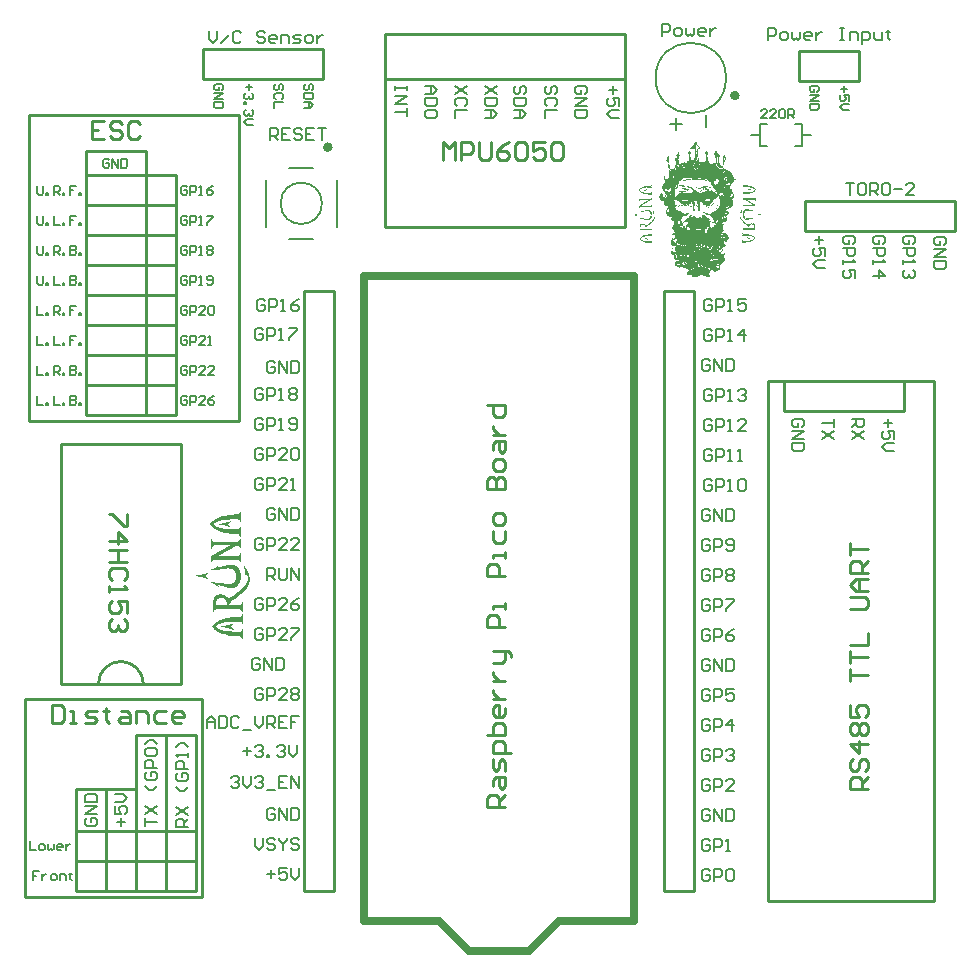
<source format=gto>
G04*
G04 #@! TF.GenerationSoftware,Altium Limited,Altium Designer,24.0.1 (36)*
G04*
G04 Layer_Color=65535*
%FSLAX25Y25*%
%MOIN*%
G70*
G04*
G04 #@! TF.SameCoordinates,A26AD350-1B62-4F7C-A742-23546F987C93*
G04*
G04*
G04 #@! TF.FilePolarity,Positive*
G04*
G01*
G75*
%ADD10C,0.01575*%
%ADD11C,0.00500*%
%ADD12C,0.01000*%
%ADD13C,0.02500*%
%ADD14C,0.00600*%
%ADD15C,0.00800*%
G36*
X225902Y274614D02*
X225917Y274609D01*
X225928Y274604D01*
X225941Y274596D01*
X225946Y274580D01*
X225925Y274544D01*
X225930Y274497D01*
X225936Y274482D01*
X225943Y274422D01*
X225954Y274339D01*
X225964Y274287D01*
X225969Y274266D01*
X225985Y274235D01*
X226006Y274204D01*
X226040Y274128D01*
X226050Y274092D01*
X226055Y274024D01*
X226060Y274014D01*
X226047Y274001D01*
X225980Y273996D01*
X225954Y274006D01*
X225928Y273991D01*
X225920Y273967D01*
X225915Y273900D01*
X225936Y273863D01*
X225975Y273824D01*
X226001Y273814D01*
X226037Y273819D01*
X226050Y273832D01*
X226055Y273842D01*
X226081Y273900D01*
X226086Y273920D01*
X226099Y273944D01*
X226115Y273939D01*
X226138Y273900D01*
X226144Y273879D01*
X226159Y273842D01*
X226164Y273832D01*
X226188Y273803D01*
X226211Y273780D01*
X226216Y273770D01*
X226263Y273681D01*
X226294Y273650D01*
X226307Y273616D01*
X226323Y273575D01*
X226346Y273531D01*
X226357Y273520D01*
X226362Y273510D01*
X226385Y273481D01*
X226393Y273473D01*
X226414Y273416D01*
X226432Y273393D01*
X226442Y273388D01*
X226479Y273362D01*
X226489Y273357D01*
X226505Y273341D01*
X226515Y273336D01*
X226552Y273315D01*
X226580Y273291D01*
X226598Y273278D01*
X226622Y273255D01*
X226624Y273247D01*
X226692Y273216D01*
X226749Y273185D01*
X226764Y273169D01*
X226801Y273154D01*
X226842Y273143D01*
X226923Y273125D01*
X226941Y273117D01*
X226970Y273094D01*
X227006Y273058D01*
X227011Y273047D01*
X227035Y273019D01*
X227063Y272995D01*
X227095Y272974D01*
X227115Y272954D01*
X227120Y272943D01*
X227154Y272894D01*
X227170Y272878D01*
X227206Y272858D01*
X227263Y272800D01*
X227300Y272790D01*
X227336Y272785D01*
X227391Y272756D01*
X227396Y272746D01*
X227406Y272736D01*
X227417Y272699D01*
X227422Y272678D01*
X227417Y272621D01*
X227396Y272585D01*
X227383Y272572D01*
X227373Y272567D01*
X227347Y272551D01*
X227326Y272546D01*
X227287Y272538D01*
X227269Y272530D01*
X227240Y272507D01*
X227232Y272499D01*
X227222Y272494D01*
X227175Y272473D01*
X227097Y272463D01*
X227068Y272439D01*
X227045Y272411D01*
X227035Y272406D01*
X227004Y272385D01*
X226975Y272377D01*
X226863Y272343D01*
X226827Y272333D01*
X226728Y272302D01*
X226707Y272296D01*
X226658Y272288D01*
X226616Y272278D01*
X226575Y272263D01*
X226544Y272242D01*
X226536Y272234D01*
X226525Y272229D01*
X226507Y272211D01*
X226502Y272200D01*
X226489Y272187D01*
X226479Y272182D01*
X226463Y272166D01*
X226455Y272164D01*
X226450Y272153D01*
X226434Y272138D01*
X226429Y272127D01*
X226419Y272101D01*
X226411Y272068D01*
X226406Y272042D01*
X226393Y271997D01*
X226377Y271961D01*
X226362Y271909D01*
X226357Y271888D01*
X226346Y271862D01*
X226336Y271821D01*
X226331Y271769D01*
X226325Y271701D01*
X226312Y271569D01*
X226307Y271527D01*
X226292Y271423D01*
X226286Y271392D01*
X226284Y271275D01*
X226289Y271259D01*
X226297Y271205D01*
X226305Y271135D01*
X226310Y271067D01*
X226315Y271015D01*
X226323Y270914D01*
X226328Y270867D01*
X226333Y270841D01*
X226344Y270800D01*
X226351Y270771D01*
X226362Y270735D01*
X226372Y270693D01*
X226377Y270657D01*
X226382Y270636D01*
X226388Y270584D01*
X226393Y270485D01*
X226398Y270402D01*
X226403Y270387D01*
X226409Y270272D01*
X226414Y270090D01*
X226419Y270075D01*
X226427Y270041D01*
X226434Y270012D01*
X226440Y269991D01*
X226448Y269958D01*
X226458Y269906D01*
X226463Y269875D01*
X226471Y269804D01*
X226476Y269784D01*
X226481Y269654D01*
X226486Y269638D01*
X226505Y269521D01*
X226515Y269469D01*
X226520Y269438D01*
X226541Y269334D01*
X226557Y269241D01*
X226562Y269215D01*
X226567Y269183D01*
X226572Y269157D01*
X226577Y269126D01*
X226590Y269020D01*
X226596Y268999D01*
X226603Y268944D01*
X226619Y268866D01*
X226624Y268846D01*
X226645Y268788D01*
X226653Y268760D01*
X226658Y268739D01*
X226663Y268703D01*
X226668Y268682D01*
X226676Y268606D01*
X226681Y268560D01*
X226687Y268534D01*
X226702Y268471D01*
X226713Y268445D01*
X226726Y268417D01*
X226741Y268380D01*
X226751Y268339D01*
X226764Y268279D01*
X226780Y268238D01*
X226793Y268204D01*
X226798Y268167D01*
X226803Y268136D01*
X226824Y268100D01*
X226845Y268079D01*
X226850Y268069D01*
X226871Y268032D01*
X226918Y267965D01*
X226959Y267887D01*
X226970Y267876D01*
X226975Y267866D01*
X227006Y267835D01*
X227011Y267824D01*
X227074Y267762D01*
X227079Y267752D01*
X227105Y267726D01*
X227110Y267715D01*
X227154Y267671D01*
X227180Y267661D01*
X227209Y267669D01*
X227217Y267676D01*
X227263Y267697D01*
X227297Y267710D01*
X227328Y267731D01*
X227347Y267744D01*
X227409Y267806D01*
X227419Y267811D01*
X227430Y267822D01*
X227456Y267837D01*
X227477Y267858D01*
X227484Y267861D01*
X227487Y267869D01*
X227497Y267874D01*
X227508Y267884D01*
X227518Y267889D01*
X227586Y267926D01*
X227622Y267962D01*
X227632Y267967D01*
X227669Y267983D01*
X227695Y267993D01*
X227752Y268024D01*
X227762Y268035D01*
X227773Y268040D01*
X227819Y268061D01*
X227877Y268076D01*
X227939Y268087D01*
X228001Y268102D01*
X228038Y268108D01*
X228048Y268118D01*
X228069Y268113D01*
X228077Y268089D01*
X228064Y268035D01*
X228038Y267993D01*
X228012Y267983D01*
X227965Y267978D01*
X227936Y267954D01*
X227918Y267941D01*
X227882Y267926D01*
X227833Y267918D01*
X227806Y267913D01*
X227786Y267908D01*
X227760Y267897D01*
X227716Y267869D01*
X227679Y267832D01*
X227669Y267827D01*
X227593Y267788D01*
X227588Y267778D01*
X227578Y267752D01*
X227583Y267715D01*
X227591Y267707D01*
X227612Y267702D01*
X227656Y267710D01*
X227684Y267718D01*
X227721Y267723D01*
X227754Y267731D01*
X227796Y267746D01*
X227814Y267754D01*
X227851Y267780D01*
X227877Y267791D01*
X227929Y267796D01*
X227991Y267801D01*
X228017Y267811D01*
X228040Y267793D01*
X228051Y267757D01*
X228056Y267648D01*
X228051Y267632D01*
X228046Y267590D01*
X228030Y267554D01*
X228020Y267528D01*
X228009Y267487D01*
X228001Y267437D01*
X227996Y267406D01*
X227975Y267349D01*
X227962Y267305D01*
X227949Y267245D01*
X227931Y267216D01*
X227910Y267185D01*
X227903Y267151D01*
X227890Y267118D01*
X227864Y267081D01*
X227858Y267060D01*
X227846Y267027D01*
X227819Y266985D01*
X227812Y266962D01*
X227801Y266925D01*
X227781Y266889D01*
X227760Y266858D01*
X227752Y266824D01*
X227736Y266782D01*
X227723Y266769D01*
X227708Y266733D01*
X227695Y266699D01*
X227679Y266684D01*
X227669Y266679D01*
X227648Y266658D01*
X227622Y266647D01*
X227541Y266645D01*
X227500Y266650D01*
X227474Y266660D01*
X227414Y266689D01*
X227362Y266684D01*
X227336Y266658D01*
X227326Y266652D01*
X227313Y266629D01*
X227308Y266608D01*
X227321Y266575D01*
X227328Y266567D01*
X227334Y266556D01*
X227373Y266533D01*
X227406Y266520D01*
X227414Y266512D01*
X227450Y266497D01*
X227487Y266491D01*
X227539Y266486D01*
X227658Y266491D01*
X227757Y266538D01*
X227794Y266559D01*
X227806Y266587D01*
X227833Y266634D01*
X227843Y266645D01*
X227853Y266671D01*
X227861Y266705D01*
X227866Y266725D01*
X227874Y266733D01*
X227879Y266743D01*
X227890Y266754D01*
X227895Y266764D01*
X227905Y266790D01*
X227923Y266840D01*
X227944Y266871D01*
X227955Y266897D01*
X227960Y266917D01*
X227970Y266944D01*
X227983Y266956D01*
X227988Y266967D01*
X228004Y267003D01*
X228009Y267024D01*
X228022Y267058D01*
X228035Y267071D01*
X228040Y267081D01*
X228056Y267118D01*
X228069Y267151D01*
X228087Y267180D01*
X228103Y267216D01*
X228111Y267250D01*
X228116Y267276D01*
X228136Y267333D01*
X228144Y267362D01*
X228150Y267383D01*
X228160Y267455D01*
X228165Y267476D01*
X228196Y267575D01*
X228202Y267596D01*
X228207Y267663D01*
X228212Y267814D01*
X228217Y267830D01*
X228230Y267863D01*
X228240Y267879D01*
X228261Y267884D01*
X228318Y267889D01*
X228334Y267895D01*
X228360Y267905D01*
X228396Y267926D01*
X228415Y267944D01*
X228417Y267957D01*
X228404Y267975D01*
X228376Y267988D01*
X228339Y267999D01*
X228287Y267993D01*
X228266Y267999D01*
X228259Y268006D01*
X228253Y268038D01*
X228259Y268053D01*
X228266Y268087D01*
X228279Y268121D01*
X228287Y268128D01*
X228308Y268134D01*
X228334Y268128D01*
X228350Y268123D01*
X228409Y268110D01*
X228469Y268092D01*
X228490Y268087D01*
X228526Y268082D01*
X228651Y268087D01*
X228677Y268097D01*
X228734Y268128D01*
X228747Y268141D01*
X228758Y268167D01*
X228765Y268196D01*
X228791Y268227D01*
X228802Y268232D01*
X228838Y268258D01*
X228851Y268287D01*
X228877Y268334D01*
X228913Y268370D01*
X228929Y268406D01*
X228945Y268458D01*
X228958Y268492D01*
X228984Y268549D01*
X229002Y268594D01*
X229017Y268646D01*
X229023Y268666D01*
X229028Y268749D01*
X229023Y268942D01*
X229017Y268957D01*
X229012Y269040D01*
X229007Y269202D01*
X229012Y269555D01*
X229017Y269571D01*
X229025Y269688D01*
X229030Y269729D01*
X229036Y269760D01*
X229043Y269830D01*
X229038Y269955D01*
X229033Y269971D01*
X229025Y270036D01*
X229020Y270088D01*
X229015Y270145D01*
X229010Y270197D01*
X228999Y270280D01*
X228989Y270342D01*
X228984Y270368D01*
X228973Y270394D01*
X228968Y270415D01*
X228960Y270444D01*
X228955Y270480D01*
X228947Y270514D01*
X228937Y270540D01*
X228924Y270558D01*
X228906Y270576D01*
X228880Y270586D01*
X228843Y270597D01*
X228822Y270602D01*
X228789Y270615D01*
X228745Y270638D01*
X228708Y270659D01*
X228682Y270670D01*
X228651Y270675D01*
X228643Y270683D01*
X228638Y270704D01*
X228643Y270740D01*
X228648Y270756D01*
X228654Y270776D01*
X228669Y270932D01*
X228680Y270958D01*
X228685Y270969D01*
X228695Y270979D01*
X228700Y270989D01*
X228721Y271005D01*
X228726Y271015D01*
X228737Y271026D01*
X228768Y271083D01*
X228781Y271096D01*
X228791Y271101D01*
X228802Y271111D01*
X228812Y271117D01*
X228820Y271124D01*
X228825Y271135D01*
X228856Y271192D01*
X228867Y271202D01*
X228872Y271213D01*
X228913Y271254D01*
X228919Y271265D01*
X228939Y271286D01*
X228945Y271296D01*
X228965Y271327D01*
X228971Y271338D01*
X228981Y271348D01*
X229002Y271395D01*
X229007Y271415D01*
X229017Y271488D01*
X229023Y271587D01*
X229030Y271621D01*
X229056Y271662D01*
X229077Y271688D01*
X229087Y271693D01*
X229124Y271730D01*
X229173Y271748D01*
X229191Y271766D01*
X229220Y271774D01*
X229238Y271761D01*
X229272Y271686D01*
X229290Y271668D01*
X229301Y271662D01*
X229345Y271618D01*
X229358Y271584D01*
X229381Y271540D01*
X229407Y271504D01*
X229412Y271493D01*
X229423Y271483D01*
X229428Y271473D01*
X229501Y271332D01*
X229521Y271301D01*
X229527Y271291D01*
X229542Y271275D01*
X229548Y271265D01*
X229571Y271236D01*
X229581Y271226D01*
X229592Y271221D01*
X229620Y271192D01*
X229625Y271182D01*
X229641Y271166D01*
X229667Y271119D01*
X229690Y271096D01*
X229727Y271086D01*
X229748Y271080D01*
X229771Y271057D01*
X229781Y271021D01*
X229786Y270953D01*
X229781Y270932D01*
X229755Y270885D01*
X229740Y270870D01*
X229737Y270862D01*
X229727Y270857D01*
X229711Y270841D01*
X229701Y270836D01*
X229657Y270792D01*
X229651Y270781D01*
X229631Y270750D01*
X229625Y270740D01*
X229605Y270693D01*
X229597Y270665D01*
X229586Y270638D01*
X229573Y270605D01*
X229568Y270584D01*
X229560Y270550D01*
X229553Y270480D01*
X229548Y270459D01*
X229540Y270269D01*
X229535Y270218D01*
X229529Y270186D01*
X229514Y270108D01*
X229508Y270077D01*
X229503Y270030D01*
X229501Y269997D01*
X229506Y269981D01*
X229511Y269919D01*
X229516Y269903D01*
X229521Y269867D01*
X229532Y269804D01*
X229540Y269682D01*
X229545Y269630D01*
X229550Y269584D01*
X229566Y269485D01*
X229579Y269378D01*
X229584Y269357D01*
X229592Y269261D01*
X229602Y269178D01*
X229610Y269108D01*
X229615Y269072D01*
X229623Y269007D01*
X229628Y268981D01*
X229644Y268939D01*
X229651Y268916D01*
X229662Y268879D01*
X229675Y268825D01*
X229680Y268804D01*
X229693Y268760D01*
X229703Y268724D01*
X229711Y268695D01*
X229737Y268638D01*
X229758Y268581D01*
X229766Y268552D01*
X229776Y268510D01*
X229797Y268458D01*
X229818Y268422D01*
X229854Y268370D01*
X229867Y268336D01*
X229872Y268316D01*
X229875Y268245D01*
X229870Y268230D01*
X229872Y268212D01*
X229885Y268214D01*
X229906Y268209D01*
X229932Y268183D01*
X229937Y268141D01*
X229942Y268126D01*
X229958Y268063D01*
X229968Y268038D01*
X229992Y268009D01*
X230026Y267975D01*
X230031Y267965D01*
X230078Y267876D01*
X230088Y267866D01*
X230093Y267856D01*
X230106Y267843D01*
X230117Y267837D01*
X230145Y267814D01*
X230182Y267778D01*
X230187Y267767D01*
X230202Y267752D01*
X230207Y267741D01*
X230239Y267710D01*
X230244Y267700D01*
X230262Y267682D01*
X230272Y267676D01*
X230288Y267661D01*
X230298Y267655D01*
X230309Y267645D01*
X230319Y267640D01*
X230348Y267617D01*
X230371Y267588D01*
X230395Y267570D01*
X230400Y267559D01*
X230431Y267528D01*
X230467Y267461D01*
X230496Y267432D01*
X230506Y267427D01*
X230538Y267406D01*
X230574Y267396D01*
X230615Y267401D01*
X230631Y267406D01*
X230667Y267411D01*
X230870Y267416D01*
X230886Y267422D01*
X230966Y267429D01*
X231013Y267435D01*
X231278Y267440D01*
X231304Y267450D01*
X231314Y267455D01*
X231325Y267481D01*
X231333Y267489D01*
X231343Y267494D01*
X231369Y267505D01*
X231405Y267510D01*
X231421Y267505D01*
X231494Y267500D01*
X231509Y267494D01*
X231535Y267489D01*
X231551Y267494D01*
X231579Y267502D01*
X231613Y267515D01*
X231665Y267510D01*
X231691Y267500D01*
X231728Y267494D01*
X231852Y267489D01*
X231876Y267471D01*
X231881Y267450D01*
X231891Y267424D01*
X231896Y267393D01*
X231907Y267383D01*
X231909Y267375D01*
X231930Y267370D01*
X231972Y267375D01*
X231987Y267380D01*
X232008Y267385D01*
X232076Y267406D01*
X232112Y267411D01*
X232133Y267406D01*
X232195Y267411D01*
X232213Y267429D01*
X232208Y267455D01*
X232198Y267481D01*
X232203Y267502D01*
X232201Y267546D01*
X232211Y267572D01*
X232237Y267578D01*
X232253Y267593D01*
X232278Y267603D01*
X232325Y267630D01*
X232349Y267653D01*
X232356Y267671D01*
X232372Y267666D01*
X232393Y267614D01*
X232401Y267590D01*
X232395Y267575D01*
X232362Y267562D01*
X232336Y267546D01*
X232323Y267513D01*
X232320Y267416D01*
X232330Y267406D01*
X232356Y267396D01*
X232401Y267393D01*
X232406Y267409D01*
X232421Y267471D01*
X232419Y267557D01*
X232453Y267632D01*
X232458Y267669D01*
X232450Y267702D01*
X232445Y267733D01*
X232440Y267759D01*
X232434Y267780D01*
X232424Y267801D01*
X232398Y267796D01*
X232385Y267788D01*
X232382Y267775D01*
X232375Y267772D01*
X232369Y267762D01*
X232367Y267759D01*
X232362Y267806D01*
X232356Y267832D01*
X232354Y267986D01*
X232359Y268001D01*
X232354Y268079D01*
X232349Y268095D01*
X232341Y268160D01*
X232336Y268186D01*
X232333Y268245D01*
X232338Y268261D01*
X232343Y268328D01*
X232349Y268594D01*
X232354Y268609D01*
X232349Y268791D01*
X232343Y268807D01*
X232338Y268916D01*
X232291Y269015D01*
X232276Y269067D01*
X232255Y269118D01*
X232247Y269152D01*
X232237Y269204D01*
X232226Y269308D01*
X232219Y269378D01*
X232213Y269399D01*
X232206Y269454D01*
X232195Y269506D01*
X232185Y269547D01*
X232180Y269573D01*
X232174Y269594D01*
X232169Y269620D01*
X232164Y269641D01*
X232159Y269672D01*
X232154Y269698D01*
X232149Y269729D01*
X232143Y269786D01*
X232136Y269836D01*
X232109Y269893D01*
X232099Y269929D01*
X232094Y269966D01*
X232089Y269986D01*
X232076Y270020D01*
X232065Y270046D01*
X232058Y270075D01*
X232052Y270095D01*
X232042Y270179D01*
X232032Y270205D01*
X232013Y270238D01*
X232003Y270244D01*
X231993Y270254D01*
X231982Y270259D01*
X231941Y270285D01*
X231912Y270293D01*
X231886Y270298D01*
X231819Y270308D01*
X231798Y270314D01*
X231769Y270321D01*
X231735Y270335D01*
X231709Y270350D01*
X231699Y270376D01*
X231694Y270397D01*
X231689Y270459D01*
X231694Y270475D01*
X231704Y270501D01*
X231741Y270579D01*
X231751Y270605D01*
X231759Y270638D01*
X231769Y270680D01*
X231774Y270706D01*
X231780Y270727D01*
X231800Y270784D01*
X231826Y270826D01*
X231844Y270844D01*
X231850Y270854D01*
X231886Y270901D01*
X231909Y270930D01*
X231928Y270948D01*
X231943Y270984D01*
X231954Y271026D01*
X231959Y271062D01*
X231964Y271176D01*
X231969Y271192D01*
X231985Y271244D01*
X232003Y271293D01*
X232008Y271314D01*
X232021Y271348D01*
X232026Y271369D01*
X232037Y271405D01*
X232042Y271426D01*
X232091Y271569D01*
X232136Y271655D01*
X232151Y271707D01*
X232156Y271759D01*
X232169Y271777D01*
X232190Y271782D01*
X232250Y271774D01*
X232268Y271766D01*
X232297Y271738D01*
X232302Y271727D01*
X232330Y271699D01*
X232341Y271693D01*
X232398Y271668D01*
X232434Y271657D01*
X232476Y271647D01*
X232510Y271639D01*
X232530Y271634D01*
X232588Y271613D01*
X232650Y271571D01*
X232702Y271519D01*
X232718Y271483D01*
X232728Y271457D01*
X232736Y271428D01*
X232741Y271397D01*
X232746Y271340D01*
X232751Y271314D01*
X232757Y271293D01*
X232777Y271241D01*
X232821Y271161D01*
X232829Y271132D01*
X232835Y271111D01*
X232840Y271086D01*
X232855Y271044D01*
X232881Y271018D01*
X232892Y271013D01*
X232926Y270979D01*
X232931Y270969D01*
X232980Y270904D01*
X232993Y270885D01*
X233022Y270857D01*
X233032Y270852D01*
X233042Y270841D01*
X233100Y270810D01*
X233172Y270758D01*
X233183Y270753D01*
X233193Y270743D01*
X233204Y270737D01*
X233214Y270727D01*
X233224Y270722D01*
X233237Y270714D01*
X233243Y270704D01*
X233263Y270683D01*
X233279Y270646D01*
X233289Y270610D01*
X233297Y270550D01*
X233302Y270524D01*
X233313Y270483D01*
X233336Y270433D01*
X233362Y270397D01*
X233375Y270384D01*
X233385Y270379D01*
X233396Y270368D01*
X233406Y270363D01*
X233414Y270355D01*
X233419Y270345D01*
X233430Y270335D01*
X233435Y270324D01*
X233469Y270275D01*
X233482Y270262D01*
X233513Y270205D01*
X233536Y270181D01*
X233546Y270176D01*
X233578Y270155D01*
X233614Y270140D01*
X233679Y270116D01*
X233744Y270077D01*
X233791Y270030D01*
X233811Y270025D01*
X233853Y270020D01*
X233861Y270012D01*
X233871Y269976D01*
X233876Y269939D01*
X233871Y269888D01*
X233858Y269875D01*
X233848Y269869D01*
X233832Y269864D01*
X233799Y269856D01*
X233775Y269843D01*
X233765Y269838D01*
X233736Y269815D01*
X233728Y269807D01*
X233671Y269781D01*
X233635Y269765D01*
X233567Y269729D01*
X233559Y269721D01*
X233534Y269664D01*
X233518Y269602D01*
X233513Y269550D01*
X233515Y269454D01*
X233510Y269422D01*
X233505Y269396D01*
X233500Y269376D01*
X233489Y269350D01*
X233466Y269311D01*
X233455Y269274D01*
X233445Y269212D01*
X233453Y269048D01*
X233458Y268986D01*
X233463Y268944D01*
X233469Y268892D01*
X233479Y268799D01*
X233484Y268768D01*
X233492Y268698D01*
X233497Y268677D01*
X233502Y268516D01*
X233507Y268479D01*
X233515Y268274D01*
X233523Y268204D01*
X233521Y267962D01*
X233526Y267889D01*
X233531Y267739D01*
X233536Y267676D01*
X233541Y267645D01*
X233552Y267603D01*
X233559Y267575D01*
X233580Y267523D01*
X233588Y267494D01*
X233604Y267432D01*
X233611Y267404D01*
X233624Y267370D01*
X233635Y267344D01*
X233643Y267336D01*
X233674Y267268D01*
X233684Y267242D01*
X233718Y267146D01*
X233749Y267094D01*
X233762Y267081D01*
X233767Y267071D01*
X233830Y266951D01*
X233866Y266905D01*
X233887Y266873D01*
X233908Y266837D01*
X233986Y266759D01*
X233991Y266749D01*
X234009Y266730D01*
X234019Y266725D01*
X234061Y266684D01*
X234071Y266679D01*
X234087Y266663D01*
X234097Y266658D01*
X234108Y266647D01*
X234175Y266611D01*
X234274Y266564D01*
X234347Y266543D01*
X234388Y266533D01*
X234440Y266538D01*
X234487Y266559D01*
X234524Y266580D01*
X234531Y266587D01*
X234542Y266614D01*
X234555Y266647D01*
X234583Y266691D01*
X234651Y266759D01*
X234656Y266769D01*
X234677Y266806D01*
X234690Y266840D01*
X234711Y266897D01*
X234734Y266941D01*
X234747Y266944D01*
X234760Y266915D01*
X234765Y266863D01*
X234770Y266769D01*
X234776Y266754D01*
X234781Y266733D01*
X234786Y266697D01*
X234791Y266608D01*
X234809Y266575D01*
X234820Y266569D01*
X234835Y266554D01*
X234846Y266549D01*
X234874Y266525D01*
X234885Y266489D01*
X234890Y266421D01*
X234885Y266369D01*
X234879Y266354D01*
X234874Y266302D01*
X234869Y266281D01*
X234864Y266125D01*
X234859Y266109D01*
X234854Y266089D01*
X234848Y266052D01*
X234854Y266037D01*
X234861Y266003D01*
X234872Y265977D01*
X234890Y265948D01*
X234937Y265901D01*
X234939Y265889D01*
X234929Y265883D01*
X234906Y265860D01*
X234900Y265850D01*
X234885Y265813D01*
X234882Y265738D01*
X234887Y265696D01*
X234893Y265670D01*
X234898Y265639D01*
X234900Y265636D01*
X234895Y265621D01*
X234882Y265556D01*
X234877Y265436D01*
X234872Y265229D01*
X234866Y265161D01*
X234861Y265119D01*
X234859Y265096D01*
X234864Y265080D01*
X234869Y265049D01*
X234895Y265002D01*
X234903Y264989D01*
X234924Y264984D01*
X234955Y264989D01*
X234973Y265008D01*
X234978Y265018D01*
X234999Y265054D01*
X235009Y265080D01*
X235020Y265117D01*
X235028Y265151D01*
X235033Y265182D01*
X235043Y265234D01*
X235046Y265299D01*
X235041Y265314D01*
X235030Y265377D01*
X235020Y265481D01*
X235015Y265642D01*
X235009Y265657D01*
X235004Y265751D01*
X234994Y265777D01*
X234986Y265821D01*
X234981Y265847D01*
X234970Y265873D01*
X234963Y265881D01*
X234965Y265894D01*
X235012Y265899D01*
X235041Y265922D01*
X235056Y265938D01*
X235072Y265974D01*
X235095Y266039D01*
X235106Y266050D01*
X235116Y266044D01*
X235124Y266037D01*
X235129Y266016D01*
X235134Y266000D01*
X235139Y265980D01*
X235150Y265891D01*
X235155Y265870D01*
X235163Y265837D01*
X235171Y265808D01*
X235165Y265740D01*
X235160Y265725D01*
X235168Y265655D01*
X235178Y265629D01*
X235204Y265598D01*
X235215Y265592D01*
X235267Y265556D01*
X235303Y265546D01*
X235384Y265538D01*
X235430Y265533D01*
X235461Y265527D01*
X235553Y265499D01*
X235662Y265494D01*
X235677Y265488D01*
X235799Y265444D01*
X235857Y265418D01*
X235877Y265413D01*
X235906Y265405D01*
X235986Y265377D01*
X236051Y265338D01*
X236103Y265317D01*
X236124Y265312D01*
X236150Y265301D01*
X236184Y265288D01*
X236202Y265281D01*
X236254Y265249D01*
X236280Y265239D01*
X236348Y265218D01*
X236413Y265195D01*
X236439Y265184D01*
X236446Y265177D01*
X236514Y265151D01*
X236543Y265143D01*
X236563Y265138D01*
X236652Y265106D01*
X236711Y265078D01*
X236758Y265057D01*
X236792Y265044D01*
X236818Y265034D01*
X236836Y265021D01*
X236846Y265010D01*
X236857Y265005D01*
X236888Y264984D01*
X236922Y264971D01*
X236987Y264932D01*
X237028Y264891D01*
X237106Y264849D01*
X237119Y264836D01*
X237125Y264826D01*
X237148Y264797D01*
X237197Y264763D01*
X237210Y264750D01*
X237221Y264745D01*
X237257Y264709D01*
X237267Y264704D01*
X237296Y264675D01*
X237301Y264665D01*
X237317Y264649D01*
X237322Y264639D01*
X237348Y264592D01*
X237384Y264545D01*
X237413Y264517D01*
X237423Y264511D01*
X237468Y264467D01*
X237473Y264457D01*
X237535Y264327D01*
X237548Y264293D01*
X237564Y264251D01*
X237603Y264181D01*
X237629Y264145D01*
X237639Y264119D01*
X237670Y264062D01*
X237696Y264020D01*
X237701Y264010D01*
X237727Y263973D01*
X237733Y263953D01*
X237764Y263896D01*
X237808Y263851D01*
X237818Y263846D01*
X237860Y263805D01*
X237870Y263799D01*
X237883Y263786D01*
X237935Y263677D01*
X237977Y263589D01*
X238005Y263508D01*
X238039Y263449D01*
X238065Y263412D01*
X238081Y263376D01*
X238122Y263298D01*
X238143Y263267D01*
X238159Y263230D01*
X238174Y263178D01*
X238187Y263145D01*
X238198Y263119D01*
X238242Y263038D01*
X238247Y263007D01*
X238252Y262991D01*
X238258Y262970D01*
X238265Y262937D01*
X238273Y262908D01*
X238283Y262882D01*
X238320Y262768D01*
X238328Y262734D01*
X238333Y262703D01*
X238338Y262677D01*
X238348Y262635D01*
X238364Y262594D01*
X238377Y262576D01*
X238400Y262552D01*
X238411Y262547D01*
X238424Y262534D01*
X238465Y262456D01*
X238489Y262427D01*
X238541Y262375D01*
X238619Y262334D01*
X238632Y262321D01*
X238637Y262311D01*
X238645Y262303D01*
X238655Y262298D01*
X238681Y262287D01*
X238780Y262282D01*
X238853Y262271D01*
X238873Y262277D01*
X238907Y262284D01*
X238933Y262290D01*
X238983Y262292D01*
X239011Y262274D01*
X239016Y262264D01*
X239021Y262248D01*
X239016Y262227D01*
X239008Y262214D01*
X239001Y262212D01*
X238998Y262204D01*
X238988Y262199D01*
X238951Y262162D01*
X238941Y262157D01*
X238905Y262142D01*
X238871Y262134D01*
X238824Y262129D01*
X238717Y262126D01*
X238702Y262131D01*
X238658Y262139D01*
X238585Y262165D01*
X238543Y262191D01*
X238509Y262209D01*
X238473Y262220D01*
X238426Y262240D01*
X238395Y262235D01*
X238377Y262201D01*
X238367Y262165D01*
X238361Y262144D01*
X238356Y262061D01*
X238348Y261814D01*
X238343Y261767D01*
X238338Y261741D01*
X238333Y261721D01*
X238312Y261664D01*
X238299Y261630D01*
X238289Y261593D01*
X238283Y261573D01*
X238278Y261541D01*
X238273Y261526D01*
X238247Y261458D01*
X238237Y261432D01*
X238231Y261422D01*
X238195Y261344D01*
X238182Y261310D01*
X238172Y261284D01*
X238146Y261243D01*
X238133Y261229D01*
X238128Y261219D01*
X238107Y261198D01*
X238096Y261172D01*
X238070Y261126D01*
X237982Y261006D01*
X237969Y260988D01*
X237961Y260985D01*
X237959Y260978D01*
X237948Y260972D01*
X237920Y260944D01*
X237914Y260933D01*
X237870Y260874D01*
X237860Y260868D01*
X237826Y260835D01*
X237821Y260824D01*
X237798Y260796D01*
X237787Y260785D01*
X237777Y260780D01*
X237766Y260770D01*
X237756Y260764D01*
X237727Y260741D01*
X237717Y260731D01*
X237714Y260723D01*
X237704Y260718D01*
X237605Y260619D01*
X237595Y260614D01*
X237572Y260590D01*
X237551Y260554D01*
X237514Y260486D01*
X237504Y260476D01*
X237499Y260466D01*
X237473Y260440D01*
X237468Y260429D01*
X237431Y260393D01*
X237426Y260382D01*
X237400Y260346D01*
X237358Y260268D01*
X237348Y260258D01*
X237343Y260247D01*
X237327Y260232D01*
X237322Y260221D01*
X237306Y260206D01*
X237301Y260195D01*
X237267Y260146D01*
X237255Y260133D01*
X237249Y260123D01*
X237239Y260112D01*
X237234Y260102D01*
X237213Y260071D01*
X237203Y260045D01*
X237182Y259962D01*
X237171Y259925D01*
X237156Y259873D01*
X237145Y259837D01*
X237140Y259816D01*
X237135Y259780D01*
X237130Y259728D01*
X237132Y259600D01*
X237127Y259548D01*
X237122Y259517D01*
X237114Y259447D01*
X237109Y259411D01*
X237101Y259361D01*
X237080Y259304D01*
X237073Y259296D01*
X237067Y259286D01*
X237057Y259276D01*
X237052Y259265D01*
X237041Y259255D01*
X237031Y259218D01*
X237036Y259130D01*
X237060Y259101D01*
X237086Y259091D01*
X237106Y259086D01*
X237145Y259078D01*
X237203Y259068D01*
X237228Y259062D01*
X237249Y259057D01*
X237306Y259036D01*
X237348Y259026D01*
X237395Y259021D01*
X237429Y259018D01*
X237444Y259023D01*
X237522Y259029D01*
X237559Y259055D01*
X237569Y259060D01*
X237600Y259081D01*
X237634Y259094D01*
X237655Y259099D01*
X237681Y259109D01*
X237701Y259130D01*
X237707Y259151D01*
X237717Y259177D01*
X237722Y259197D01*
X237735Y259210D01*
X237756Y259216D01*
X237782Y259210D01*
X237790Y259203D01*
X237800Y259177D01*
X237816Y259125D01*
X237826Y259062D01*
X237831Y259042D01*
X237826Y258959D01*
X237821Y258938D01*
X237816Y258901D01*
X237785Y258844D01*
X237772Y258831D01*
X237761Y258826D01*
X237730Y258805D01*
X237720Y258800D01*
X237675Y258771D01*
X237670Y258761D01*
X237649Y258714D01*
X237655Y258662D01*
X237707Y258610D01*
X237712Y258600D01*
X237722Y258574D01*
X237727Y258553D01*
X237748Y258439D01*
X237743Y258366D01*
X237738Y258350D01*
X237743Y258288D01*
X237769Y258252D01*
X237779Y258241D01*
X237785Y258231D01*
X237803Y258213D01*
X237813Y258208D01*
X237824Y258197D01*
X237834Y258192D01*
X237849Y258176D01*
X237876Y258161D01*
X237894Y258143D01*
X237899Y258132D01*
X237909Y258122D01*
X237914Y258111D01*
X237925Y258101D01*
X237930Y258091D01*
X237956Y258054D01*
X237961Y258044D01*
X237987Y257987D01*
X238016Y257906D01*
X238037Y257854D01*
X238065Y257805D01*
X238076Y257763D01*
X238089Y257683D01*
X238094Y257662D01*
X238115Y257610D01*
X238159Y257514D01*
X238169Y257488D01*
X238177Y257454D01*
X238187Y257412D01*
X238195Y257384D01*
X238221Y257327D01*
X238234Y257272D01*
X238245Y257246D01*
X238247Y257207D01*
X238242Y257191D01*
X238247Y257166D01*
X238278Y257160D01*
X238297Y257147D01*
X238315Y257114D01*
X238325Y257077D01*
X238330Y257056D01*
X238348Y257007D01*
X238356Y256979D01*
X238351Y256947D01*
X238325Y256901D01*
X238315Y256874D01*
X238322Y256830D01*
X238333Y256804D01*
X238341Y256786D01*
X238354Y256773D01*
X238374Y256768D01*
X238382Y256745D01*
X238387Y256693D01*
X238395Y256602D01*
X238400Y256560D01*
X238406Y256529D01*
X238413Y256459D01*
X238408Y256412D01*
X238403Y256396D01*
X238398Y256376D01*
X238361Y256261D01*
X238346Y256199D01*
X238333Y256165D01*
X238320Y256147D01*
X238310Y256137D01*
X238304Y256126D01*
X238294Y256116D01*
X238283Y256090D01*
X238276Y256061D01*
X238265Y256020D01*
X238250Y255978D01*
X238231Y255949D01*
X238208Y255921D01*
X238166Y255879D01*
X238156Y255874D01*
X238120Y255848D01*
X238083Y255827D01*
X238026Y255796D01*
X237977Y255762D01*
X237959Y255749D01*
X237935Y255726D01*
X237930Y255716D01*
X237920Y255705D01*
X237914Y255695D01*
X237904Y255684D01*
X237899Y255674D01*
X237865Y255640D01*
X237829Y255625D01*
X237795Y255617D01*
X237753Y255591D01*
X237733Y255570D01*
X237727Y255560D01*
X237712Y255523D01*
X237717Y255466D01*
X237740Y255432D01*
X237751Y255427D01*
X237798Y255391D01*
X237811Y255378D01*
X237816Y255367D01*
X237849Y255334D01*
X237886Y255313D01*
X237899Y255300D01*
X237920Y255263D01*
X237930Y255253D01*
X237935Y255243D01*
X237966Y255211D01*
X237972Y255201D01*
X237992Y255170D01*
X238013Y255123D01*
X238024Y255097D01*
X238029Y255076D01*
X238044Y255040D01*
X238086Y254952D01*
X238104Y254902D01*
X238115Y254876D01*
X238159Y254785D01*
X238169Y254759D01*
X238174Y254723D01*
X238179Y254702D01*
X238187Y254643D01*
X238193Y254611D01*
X238198Y254564D01*
X238206Y254468D01*
X238216Y254442D01*
X238221Y254406D01*
X238216Y254344D01*
X238174Y254255D01*
X238164Y254229D01*
X238138Y254125D01*
X238112Y254079D01*
X238102Y254068D01*
X238096Y254058D01*
X238091Y254042D01*
X238086Y253902D01*
X238081Y253886D01*
X238073Y253837D01*
X238068Y253806D01*
X238063Y253780D01*
X238055Y253751D01*
X238044Y253710D01*
X238013Y253601D01*
X238005Y253567D01*
X238000Y253541D01*
X237995Y253520D01*
X237974Y253463D01*
X237948Y253421D01*
X237914Y253356D01*
X237889Y253309D01*
X237852Y253273D01*
X237847Y253263D01*
X237805Y253185D01*
X237782Y253156D01*
X237769Y253138D01*
X237759Y253128D01*
X237753Y253117D01*
X237743Y253107D01*
X237738Y253096D01*
X237701Y253050D01*
X237694Y253042D01*
X237683Y253037D01*
X237639Y253003D01*
X237624Y252977D01*
X237600Y252948D01*
X237553Y252912D01*
X237540Y252899D01*
X237538Y252891D01*
X237527Y252886D01*
X237512Y252870D01*
X237465Y252844D01*
X237455Y252834D01*
X237444Y252829D01*
X237426Y252811D01*
X237421Y252800D01*
X237408Y252787D01*
X237397Y252782D01*
X237382Y252766D01*
X237330Y252746D01*
X237309Y252740D01*
X237252Y252709D01*
X237223Y252686D01*
X237215Y252678D01*
X237205Y252673D01*
X237174Y252652D01*
X237153Y252647D01*
X237112Y252621D01*
X237065Y252600D01*
X237028Y252590D01*
X236966Y252574D01*
X236932Y252566D01*
X236912Y252561D01*
X236870Y252545D01*
X236844Y252535D01*
X236753Y252506D01*
X236717Y252496D01*
X236696Y252491D01*
X236644Y252475D01*
X236595Y252457D01*
X236514Y252413D01*
X236446Y252387D01*
X236410Y252377D01*
X236345Y252353D01*
X236337Y252345D01*
X236327Y252340D01*
X236285Y252314D01*
X236275Y252309D01*
X236233Y252283D01*
X236223Y252278D01*
X236145Y252241D01*
X236111Y252228D01*
X236093Y252216D01*
X236075Y252197D01*
X236070Y252187D01*
X236020Y252137D01*
X236010Y252132D01*
X235963Y252096D01*
X235932Y252065D01*
X235885Y252044D01*
X235864Y252039D01*
X235799Y252015D01*
X235771Y251997D01*
X235729Y251971D01*
X235693Y251951D01*
X235677Y251935D01*
X235667Y251930D01*
X235656Y251919D01*
X235649Y251917D01*
X235643Y251906D01*
X235633Y251896D01*
X235628Y251886D01*
X235597Y251854D01*
X235592Y251844D01*
X235550Y251802D01*
X235524Y251745D01*
X235508Y251693D01*
X235503Y251672D01*
X235485Y251623D01*
X235451Y251589D01*
X235446Y251579D01*
X235436Y251569D01*
X235389Y251480D01*
X235352Y251433D01*
X235329Y251410D01*
X235319Y251405D01*
X235303Y251389D01*
X235295Y251387D01*
X235293Y251379D01*
X235285Y251376D01*
X235280Y251366D01*
X235269Y251355D01*
X235264Y251319D01*
X235269Y251298D01*
X235264Y251257D01*
X235259Y251241D01*
X235254Y251210D01*
X235248Y251194D01*
X235243Y251158D01*
X235238Y251085D01*
X235233Y251070D01*
X235228Y251033D01*
X235233Y250992D01*
X235243Y250966D01*
X235256Y250932D01*
X235264Y250914D01*
X235311Y250825D01*
X235321Y250815D01*
X235326Y250804D01*
X235454Y250677D01*
X235488Y250664D01*
X235513Y250654D01*
X235542Y250641D01*
X235584Y250630D01*
X235732Y250628D01*
X235773Y250638D01*
X235799Y250649D01*
X235843Y250662D01*
X235927Y250688D01*
X235960Y250695D01*
X235986Y250706D01*
X236015Y250719D01*
X236025Y250724D01*
X236075Y250758D01*
X236093Y250771D01*
X236111Y250789D01*
X236116Y250799D01*
X236132Y250825D01*
X236142Y250862D01*
X236147Y250883D01*
X236155Y250963D01*
X236158Y251007D01*
X236135Y251036D01*
X236124Y251046D01*
X236098Y251057D01*
X236062Y251062D01*
X235997Y251054D01*
X235903Y251038D01*
X235784Y251033D01*
X235716Y251028D01*
X235651Y251020D01*
X235615Y251041D01*
X235592Y251064D01*
X235586Y251075D01*
X235576Y251085D01*
X235563Y251119D01*
X235555Y251148D01*
X235547Y251186D01*
X235542Y251244D01*
X235540Y251303D01*
X235545Y251319D01*
X235550Y251350D01*
X235584Y251400D01*
X235597Y251413D01*
X235602Y251423D01*
X235623Y251444D01*
X235628Y251454D01*
X235651Y251478D01*
X235698Y251503D01*
X235740Y251530D01*
X235766Y251540D01*
X235799Y251553D01*
X235841Y251569D01*
X235870Y251582D01*
X235880Y251587D01*
X235898Y251605D01*
X235901Y251613D01*
X235911Y251618D01*
X235942Y251639D01*
X236010Y251659D01*
X236046Y251665D01*
X236067Y251670D01*
X236218Y251665D01*
X236233Y251659D01*
X236262Y251652D01*
X236350Y251600D01*
X236358Y251592D01*
X236368Y251587D01*
X236379Y251576D01*
X236389Y251571D01*
X236400Y251561D01*
X236410Y251555D01*
X236457Y251509D01*
X236467Y251503D01*
X236480Y251485D01*
X236496Y251470D01*
X236501Y251459D01*
X236522Y251428D01*
X236529Y251400D01*
X236543Y251355D01*
X236579Y251288D01*
X236600Y251236D01*
X236610Y251200D01*
X236597Y251140D01*
X236592Y251098D01*
X236587Y251051D01*
X236584Y250981D01*
X236589Y250966D01*
X236584Y250841D01*
X236553Y250768D01*
X236543Y250742D01*
X236511Y250685D01*
X236485Y250638D01*
X236459Y250602D01*
X236454Y250591D01*
X236428Y250550D01*
X236413Y250524D01*
X236402Y250514D01*
X236387Y250487D01*
X236376Y250477D01*
X236371Y250467D01*
X236355Y250451D01*
X236350Y250441D01*
X236324Y250404D01*
X236319Y250394D01*
X236296Y250365D01*
X236288Y250358D01*
X236283Y250347D01*
X236259Y250319D01*
X236228Y250287D01*
X236160Y250251D01*
X236132Y250228D01*
X236122Y250217D01*
X236116Y250207D01*
X236098Y250189D01*
X236088Y250184D01*
X236051Y250157D01*
X236041Y250152D01*
X236025Y250137D01*
X236015Y250132D01*
X235979Y250106D01*
X235968Y250100D01*
X235932Y250074D01*
X235875Y250043D01*
X235833Y250017D01*
X235812Y250012D01*
X235786Y250002D01*
X235719Y249981D01*
X235677Y249970D01*
X235643Y249957D01*
X235628Y249942D01*
X235623Y249921D01*
X235628Y249848D01*
X235672Y249804D01*
X235682Y249799D01*
X235714Y249768D01*
X235724Y249763D01*
X235807Y249679D01*
X235818Y249674D01*
X235825Y249666D01*
X235830Y249656D01*
X235841Y249646D01*
X235846Y249635D01*
X235857Y249625D01*
X235862Y249614D01*
X235882Y249594D01*
X235888Y249583D01*
X235934Y249536D01*
X235955Y249490D01*
X235973Y249440D01*
X236018Y249355D01*
X236033Y249303D01*
X236044Y249240D01*
X236049Y249079D01*
X236044Y248871D01*
X236038Y248856D01*
X236031Y248822D01*
X236015Y248780D01*
X235992Y248741D01*
X235981Y248715D01*
X235960Y248643D01*
X235955Y248606D01*
X235947Y248437D01*
X235942Y248406D01*
X235937Y248385D01*
X235927Y248359D01*
X235901Y248318D01*
X235877Y248279D01*
X235825Y248180D01*
X235799Y248144D01*
X235794Y248133D01*
X235768Y248087D01*
X235732Y248040D01*
X235688Y248011D01*
X235677Y248001D01*
X235641Y247985D01*
X235620Y247980D01*
X235547Y247970D01*
X235495Y247964D01*
X235412Y247959D01*
X235254Y247941D01*
X235212Y247936D01*
X235116Y247933D01*
X235100Y247938D01*
X235030Y247946D01*
X235004Y247951D01*
X234983Y247957D01*
X234955Y247964D01*
X234918Y247970D01*
X234885Y247957D01*
X234840Y247933D01*
X234817Y247915D01*
X234812Y247905D01*
X234791Y247873D01*
X234770Y247837D01*
X234747Y247814D01*
X234737Y247809D01*
X234700Y247793D01*
X234679Y247788D01*
X234643Y247782D01*
X234622Y247788D01*
X234557Y247790D01*
X234487Y247782D01*
X234451Y247777D01*
X234430Y247772D01*
X234352Y247767D01*
X234336Y247772D01*
X234225Y247764D01*
X234209Y247738D01*
X234204Y247707D01*
X234214Y247681D01*
X234220Y247671D01*
X234261Y247593D01*
X234274Y247580D01*
X234284Y247575D01*
X234297Y247562D01*
X234303Y247551D01*
X234313Y247541D01*
X234318Y247531D01*
X234329Y247520D01*
X234381Y247427D01*
X234414Y247377D01*
X234443Y247312D01*
X234448Y247291D01*
X234469Y247255D01*
X234487Y247237D01*
X234497Y247232D01*
X234534Y247211D01*
X234570Y247195D01*
X234643Y247200D01*
X234659Y247206D01*
X234698Y247214D01*
X234718Y247219D01*
X234752Y247232D01*
X234781Y247255D01*
X234791Y247265D01*
X234796Y247276D01*
X234820Y247299D01*
X234846Y247310D01*
X234866Y247315D01*
X234903Y247320D01*
X234918Y247315D01*
X234945Y247299D01*
X234958Y247286D01*
X234965Y247252D01*
X234968Y247193D01*
X234963Y247177D01*
X234958Y247135D01*
X234931Y247089D01*
X234898Y247055D01*
X234887Y247050D01*
X234830Y246993D01*
X234820Y246987D01*
X234752Y246956D01*
X234716Y246946D01*
X234651Y246922D01*
X234630Y246902D01*
X234614Y246865D01*
X234609Y246845D01*
X234604Y246782D01*
X234609Y246766D01*
X234614Y246621D01*
X234620Y246605D01*
X234627Y246520D01*
X234643Y246421D01*
X234659Y246359D01*
X234672Y246314D01*
X234677Y246294D01*
X234698Y246148D01*
X234703Y246096D01*
X234708Y245441D01*
X234713Y245426D01*
X234721Y245392D01*
X234731Y245366D01*
X234788Y245267D01*
X234807Y245244D01*
X234812Y245233D01*
X234830Y245220D01*
X234856Y245195D01*
X234903Y245174D01*
X234945Y245163D01*
X234978Y245156D01*
X235009Y245150D01*
X235033Y245148D01*
X235048Y245153D01*
X235144Y245166D01*
X235173Y245174D01*
X235191Y245171D01*
X235186Y245135D01*
X235178Y245127D01*
X235168Y245122D01*
X235139Y245098D01*
X235100Y245075D01*
X235074Y245065D01*
X235041Y245052D01*
X234976Y245049D01*
X234960Y245054D01*
X234939Y245059D01*
X234911Y245067D01*
X234885Y245078D01*
X234840Y245091D01*
X234820Y245096D01*
X234773Y245116D01*
X234747Y245111D01*
X234724Y245093D01*
X234718Y245083D01*
X234708Y245057D01*
X234703Y245020D01*
X234698Y244968D01*
X234703Y244844D01*
X234698Y244828D01*
X234685Y244768D01*
X234674Y244742D01*
X234640Y244698D01*
X234635Y244688D01*
X234625Y244677D01*
X234620Y244667D01*
X234609Y244657D01*
X234604Y244646D01*
X234552Y244594D01*
X234547Y244584D01*
X234521Y244527D01*
X234516Y244506D01*
X234510Y244454D01*
X234503Y244415D01*
X234492Y244389D01*
X234479Y244376D01*
X234453Y244319D01*
X234438Y244267D01*
X234433Y244246D01*
X234427Y244194D01*
X234420Y244160D01*
X234401Y244132D01*
X234339Y244049D01*
X234326Y244036D01*
X234292Y244023D01*
X234279Y244010D01*
X234269Y244004D01*
X234256Y243991D01*
X234251Y243981D01*
X234227Y243952D01*
X234217Y243942D01*
X234207Y243937D01*
X234178Y243913D01*
X234162Y243877D01*
X234157Y243856D01*
X234152Y243820D01*
X234160Y243786D01*
X234175Y243744D01*
X234201Y243703D01*
X234230Y243674D01*
X234235Y243664D01*
X234282Y243576D01*
X234305Y243547D01*
X234321Y243531D01*
X234329Y243529D01*
X234334Y243518D01*
X234360Y243482D01*
X234381Y243435D01*
X234401Y243383D01*
X234407Y243347D01*
X234401Y243326D01*
X234396Y243290D01*
X234386Y243264D01*
X234349Y243186D01*
X234344Y243165D01*
X234357Y243100D01*
X234362Y243079D01*
X234370Y243061D01*
X234388Y243043D01*
X234435Y243017D01*
X234464Y242988D01*
X234466Y242981D01*
X234474Y242978D01*
X234479Y242968D01*
X234518Y242944D01*
X234547Y242936D01*
X234589Y242916D01*
X234594Y242905D01*
X234617Y242871D01*
X234643Y242861D01*
X234679Y242856D01*
X234731Y242851D01*
X234760Y242843D01*
X234786Y242827D01*
X234791Y242817D01*
X234815Y242793D01*
X234840Y242783D01*
X234903Y242773D01*
X234924Y242768D01*
X235134Y242765D01*
X235176Y242770D01*
X235202Y242775D01*
X235223Y242780D01*
X235248Y242791D01*
X235277Y242809D01*
X235295Y242822D01*
X235300Y242832D01*
X235321Y242853D01*
X235347Y242900D01*
X235371Y242929D01*
X235404Y242962D01*
X235410Y242973D01*
X235425Y243009D01*
X235438Y243043D01*
X235461Y243087D01*
X235498Y243124D01*
X235503Y243134D01*
X235519Y243170D01*
X235524Y243191D01*
X235519Y243274D01*
X235513Y243389D01*
X235519Y243404D01*
X235513Y243451D01*
X235498Y243477D01*
X235485Y243490D01*
X235459Y243500D01*
X235412Y243526D01*
X235397Y243542D01*
X235386Y243547D01*
X235376Y243558D01*
X235324Y243578D01*
X235303Y243583D01*
X235269Y243591D01*
X235225Y243604D01*
X235204Y243609D01*
X235184Y243604D01*
X235147Y243578D01*
X235139Y243570D01*
X235134Y243560D01*
X235108Y243518D01*
X235087Y243482D01*
X235061Y243425D01*
X235046Y243373D01*
X235041Y243337D01*
X235035Y243170D01*
X235012Y243142D01*
X234989Y243118D01*
X234983Y243108D01*
X234958Y243072D01*
X234945Y243059D01*
X234908Y243048D01*
X234887Y243043D01*
X234820Y243038D01*
X234742Y243043D01*
X234703Y243072D01*
X234698Y243082D01*
X234687Y243092D01*
X234682Y243103D01*
X234659Y243131D01*
X234651Y243139D01*
X234646Y243149D01*
X234635Y243176D01*
X234630Y243196D01*
X234620Y243285D01*
X234625Y243300D01*
X234630Y243383D01*
X234625Y243420D01*
X234630Y243518D01*
X234635Y243534D01*
X234640Y243633D01*
X234635Y243747D01*
X234640Y243804D01*
X234661Y243841D01*
X234682Y243862D01*
X234703Y243908D01*
X234724Y243960D01*
X234729Y243981D01*
X234763Y244030D01*
X234776Y244043D01*
X234802Y244090D01*
X234812Y244100D01*
X234817Y244111D01*
X234861Y244155D01*
X234872Y244160D01*
X234882Y244171D01*
X234908Y244181D01*
X234950Y244192D01*
X234994Y244199D01*
X235020Y244210D01*
X235035Y244220D01*
X235041Y244231D01*
X235067Y244288D01*
X235087Y244340D01*
X235111Y244368D01*
X235147Y244389D01*
X235204Y244415D01*
X235225Y244420D01*
X235248Y244423D01*
X235275Y244418D01*
X235386Y244358D01*
X235430Y244314D01*
X235436Y244303D01*
X235454Y244285D01*
X235464Y244280D01*
X235498Y244246D01*
X235501Y244238D01*
X235511Y244233D01*
X235526Y244217D01*
X235537Y244212D01*
X235594Y244181D01*
X235620Y244155D01*
X235630Y244150D01*
X235646Y244134D01*
X235703Y244108D01*
X235740Y244098D01*
X235760Y244093D01*
X235810Y244075D01*
X235828Y244067D01*
X235895Y244036D01*
X235929Y244023D01*
X235947Y244015D01*
X235994Y243989D01*
X236041Y243952D01*
X236077Y243932D01*
X236124Y243895D01*
X236160Y243859D01*
X236171Y243854D01*
X236181Y243843D01*
X236192Y243838D01*
X236231Y243799D01*
X236236Y243789D01*
X236283Y243742D01*
X236288Y243732D01*
X236309Y243695D01*
X236345Y243648D01*
X236361Y243633D01*
X236366Y243622D01*
X236392Y243565D01*
X236420Y243485D01*
X236465Y243389D01*
X236475Y243347D01*
X236491Y243259D01*
X236496Y243238D01*
X236504Y243194D01*
X236514Y243152D01*
X236532Y243108D01*
X236553Y243040D01*
X236558Y243004D01*
X236563Y242983D01*
X236574Y242817D01*
X236568Y242479D01*
X236563Y242463D01*
X236553Y242427D01*
X236540Y242393D01*
X236524Y242352D01*
X236496Y242287D01*
X236483Y242253D01*
X236457Y242212D01*
X236418Y242157D01*
X236413Y242146D01*
X236387Y242089D01*
X236361Y242042D01*
X236309Y241970D01*
X236267Y241892D01*
X236241Y241856D01*
X236220Y241819D01*
X236174Y241772D01*
X236168Y241762D01*
X236142Y241736D01*
X236137Y241725D01*
X236075Y241642D01*
X236067Y241635D01*
X236057Y241629D01*
X235950Y241523D01*
X235945Y241512D01*
X235934Y241502D01*
X235929Y241492D01*
X235916Y241479D01*
X235906Y241474D01*
X235890Y241458D01*
X235843Y241432D01*
X235823Y241411D01*
X235812Y241406D01*
X235802Y241395D01*
X235792Y241390D01*
X235771Y241370D01*
X235760Y241364D01*
X235724Y241338D01*
X235698Y241323D01*
X235662Y241297D01*
X235628Y241284D01*
X235607Y241279D01*
X235578Y241266D01*
X235545Y241253D01*
X235501Y241229D01*
X235469Y241208D01*
X235412Y241193D01*
X235391Y241188D01*
X235339Y241182D01*
X235178Y241188D01*
X235163Y241182D01*
X235103Y241170D01*
X235074Y241151D01*
X235067Y241128D01*
X235072Y241091D01*
X235093Y241045D01*
X235103Y241019D01*
X235108Y241008D01*
X235129Y240977D01*
X235142Y240943D01*
X235165Y240894D01*
X235196Y240827D01*
X235207Y240800D01*
X235212Y240780D01*
X235228Y240728D01*
X235243Y240665D01*
X235251Y240632D01*
X235256Y240600D01*
X235259Y240551D01*
X235254Y240535D01*
X235259Y240468D01*
X235269Y240442D01*
X235280Y240400D01*
X235285Y240317D01*
X235295Y240307D01*
X235300Y240296D01*
X235321Y240276D01*
X235326Y240265D01*
X235355Y240237D01*
X235397Y240226D01*
X235436Y240229D01*
X235438Y240226D01*
X235454Y240231D01*
X235526Y240237D01*
X235542Y240242D01*
X235589Y240237D01*
X235636Y240211D01*
X235649Y240203D01*
X235654Y240193D01*
X235675Y240146D01*
X235682Y240112D01*
X235690Y240042D01*
X235685Y240026D01*
X235680Y239964D01*
X235643Y239917D01*
X235592Y239875D01*
X235586Y239865D01*
X235547Y239842D01*
X235459Y239795D01*
X235430Y239772D01*
X235402Y239743D01*
X235391Y239738D01*
X235371Y239717D01*
X235360Y239712D01*
X235345Y239696D01*
X235334Y239691D01*
X235319Y239675D01*
X235272Y239655D01*
X235251Y239649D01*
X235215Y239639D01*
X235111Y239629D01*
X235015Y239631D01*
X234994Y239626D01*
X234913Y239582D01*
X234879Y239548D01*
X234874Y239538D01*
X234833Y239460D01*
X234807Y239434D01*
X234802Y239423D01*
X234778Y239400D01*
X234752Y239384D01*
X234718Y239351D01*
X234713Y239340D01*
X234690Y239306D01*
X234679Y239301D01*
X234669Y239291D01*
X234659Y239286D01*
X234630Y239262D01*
X234622Y239254D01*
X234612Y239249D01*
X234570Y239208D01*
X234560Y239202D01*
X234537Y239179D01*
X234524Y239145D01*
X234513Y239119D01*
X234505Y239091D01*
X234510Y239034D01*
X234521Y239008D01*
X234547Y238961D01*
X234560Y238948D01*
X234570Y238943D01*
X234583Y238930D01*
X234589Y238919D01*
X234599Y238893D01*
X234604Y238841D01*
X234599Y238467D01*
X234594Y238452D01*
X234586Y238418D01*
X234555Y238366D01*
X234516Y238327D01*
X234500Y238290D01*
X234485Y238264D01*
X234466Y238246D01*
X234456Y238241D01*
X234448Y238233D01*
X234443Y238192D01*
X234396Y238103D01*
X234349Y238056D01*
X234318Y237999D01*
X234310Y237992D01*
X234300Y237986D01*
X234290Y237976D01*
X234279Y237971D01*
X234261Y237953D01*
X234235Y237906D01*
X234222Y237893D01*
X234196Y237882D01*
X234162Y237869D01*
X234131Y237843D01*
X234126Y237833D01*
X234108Y237815D01*
X234097Y237810D01*
X234087Y237799D01*
X234077Y237794D01*
X234030Y237758D01*
X234022Y237750D01*
X234017Y237739D01*
X233991Y237682D01*
X233986Y237630D01*
X233993Y237529D01*
X233999Y237477D01*
X234004Y237451D01*
X234014Y237409D01*
X234025Y237384D01*
X234043Y237355D01*
X234066Y237326D01*
X234108Y237285D01*
X234118Y237280D01*
X234155Y237254D01*
X234201Y237228D01*
X234243Y237202D01*
X234310Y237170D01*
X234344Y237163D01*
X234386Y237158D01*
X234482Y237155D01*
X234497Y237160D01*
X234526Y237168D01*
X234578Y237199D01*
X234653Y237238D01*
X234674Y237243D01*
X234708Y237256D01*
X234734Y237267D01*
X234825Y237332D01*
X234835Y237337D01*
X234864Y237360D01*
X234885Y237381D01*
X234890Y237391D01*
X234908Y237409D01*
X234955Y237436D01*
X234983Y237459D01*
X234994Y237469D01*
X234999Y237480D01*
X235012Y237493D01*
X235022Y237498D01*
X235051Y237521D01*
X235072Y237552D01*
X235080Y237586D01*
X235085Y237607D01*
X235090Y237633D01*
X235100Y237659D01*
X235121Y237690D01*
X235129Y237698D01*
X235134Y237708D01*
X235155Y237745D01*
X235178Y237773D01*
X235194Y237789D01*
X235204Y237794D01*
X235251Y237815D01*
X235287Y237820D01*
X235308Y237815D01*
X235337Y237807D01*
X235384Y237781D01*
X235389Y237771D01*
X235404Y237755D01*
X235425Y237708D01*
X235436Y237682D01*
X235451Y237646D01*
X235472Y237599D01*
X235477Y237578D01*
X235472Y237501D01*
X235467Y237485D01*
X235461Y237464D01*
X235451Y237428D01*
X235443Y237399D01*
X235438Y237373D01*
X235417Y237290D01*
X235407Y237238D01*
X235397Y237196D01*
X235378Y237158D01*
X235358Y237137D01*
X235352Y237126D01*
X235324Y237098D01*
X235298Y237082D01*
X235220Y237040D01*
X235209Y237030D01*
X235199Y237025D01*
X235181Y237007D01*
X235176Y236996D01*
X235165Y236986D01*
X235160Y236976D01*
X235129Y236918D01*
X235111Y236900D01*
X235100Y236895D01*
X235017Y236812D01*
X234991Y236796D01*
X234960Y236765D01*
X234950Y236760D01*
X234939Y236750D01*
X234913Y236739D01*
X234877Y236723D01*
X234830Y236698D01*
X234817Y236684D01*
X234812Y236664D01*
X234817Y236643D01*
X234859Y236565D01*
X234882Y236542D01*
X234893Y236536D01*
X234929Y236516D01*
X234952Y236492D01*
X234978Y236445D01*
X235007Y236417D01*
X235017Y236412D01*
X235041Y236388D01*
X235046Y236378D01*
X235056Y236368D01*
X235061Y236357D01*
X235077Y236342D01*
X235082Y236331D01*
X235106Y236303D01*
X235171Y236238D01*
X235176Y236227D01*
X235199Y236199D01*
X235254Y236144D01*
X235262Y236116D01*
X235267Y236095D01*
X235280Y236076D01*
X235311Y236045D01*
X235316Y236035D01*
X235329Y236022D01*
X235339Y236017D01*
X235350Y236006D01*
X235360Y236001D01*
X235384Y235978D01*
X235399Y235941D01*
X235407Y235913D01*
X235420Y235879D01*
X235425Y235869D01*
X235449Y235840D01*
X235472Y235817D01*
X235488Y235780D01*
X235503Y235692D01*
X235508Y235671D01*
X235513Y235588D01*
X235511Y235497D01*
X235516Y235466D01*
X235519Y235385D01*
X235513Y235370D01*
X235506Y235279D01*
X235501Y235237D01*
X235495Y235211D01*
X235485Y235170D01*
X235467Y235141D01*
X235459Y235133D01*
X235423Y235113D01*
X235410Y235100D01*
X235397Y235066D01*
X235384Y235048D01*
X235376Y235040D01*
X235365Y235034D01*
X235319Y234998D01*
X235298Y234967D01*
X235282Y234951D01*
X235272Y234946D01*
X235243Y234923D01*
X235220Y234899D01*
X235209Y234894D01*
X235204Y234884D01*
X235196Y234881D01*
X235191Y234871D01*
X235173Y234858D01*
X235165Y234850D01*
X235160Y234840D01*
X235124Y234772D01*
X235106Y234754D01*
X235095Y234749D01*
X235077Y234731D01*
X235072Y234720D01*
X235056Y234704D01*
X235051Y234694D01*
X235028Y234665D01*
X234989Y234642D01*
X234983Y234632D01*
X234970Y234619D01*
X234960Y234614D01*
X234929Y234582D01*
X234918Y234577D01*
X234861Y234520D01*
X234851Y234515D01*
X234809Y234489D01*
X234799Y234484D01*
X234788Y234473D01*
X234778Y234468D01*
X234768Y234458D01*
X234757Y234453D01*
X234726Y234421D01*
X234716Y234416D01*
X234700Y234401D01*
X234690Y234395D01*
X234669Y234374D01*
X234659Y234369D01*
X234633Y234343D01*
X234622Y234338D01*
X234601Y234317D01*
X234591Y234312D01*
X234581Y234302D01*
X234570Y234297D01*
X234505Y234232D01*
X234503Y234224D01*
X234492Y234219D01*
X234458Y234185D01*
X234453Y234174D01*
X234443Y234164D01*
X234438Y234154D01*
X234427Y234143D01*
X234422Y234133D01*
X234396Y234107D01*
X234391Y234097D01*
X234368Y234068D01*
X234360Y234060D01*
X234355Y234050D01*
X234344Y234039D01*
X234339Y234029D01*
X234329Y234018D01*
X234323Y234008D01*
X234308Y233993D01*
X234303Y233982D01*
X234279Y233959D01*
X234269Y233954D01*
X234199Y233883D01*
X234193Y233873D01*
X234186Y233865D01*
X234149Y233844D01*
X234139Y233834D01*
X234128Y233829D01*
X234103Y233818D01*
X234040Y233803D01*
X233973Y233798D01*
X233887Y233811D01*
X233856Y233816D01*
X233830Y233821D01*
X233799Y233826D01*
X233687Y233829D01*
X233671Y233824D01*
X233622Y233816D01*
X233484Y233813D01*
X233469Y233818D01*
X233404Y233826D01*
X233372Y233831D01*
X233305Y233842D01*
X233284Y233847D01*
X233253Y233852D01*
X233190Y233868D01*
X233146Y233881D01*
X233125Y233886D01*
X233074Y233902D01*
X233037Y233907D01*
X232939Y233902D01*
X232912Y233891D01*
X232855Y233860D01*
X232827Y233837D01*
X232793Y233803D01*
X232785Y233800D01*
X232783Y233792D01*
X232775Y233790D01*
X232769Y233780D01*
X232749Y233759D01*
X232744Y233748D01*
X232720Y233720D01*
X232660Y233660D01*
X232640Y233624D01*
X232611Y233595D01*
X232601Y233590D01*
X232582Y233566D01*
X232577Y233556D01*
X232567Y233530D01*
X232557Y233494D01*
X232538Y233413D01*
X232533Y233392D01*
X232505Y233301D01*
X232510Y233229D01*
X232515Y233213D01*
X232528Y233179D01*
X232541Y233166D01*
X232546Y233156D01*
X232557Y233145D01*
X232562Y233135D01*
X232582Y233104D01*
X232614Y233036D01*
X232629Y232984D01*
X232640Y232896D01*
X232645Y232860D01*
X232653Y232810D01*
X232658Y232784D01*
X232663Y232764D01*
X232671Y232745D01*
X232694Y232717D01*
X232720Y232706D01*
X232757Y232696D01*
X232808Y232691D01*
X232884Y232698D01*
X232946Y232709D01*
X232967Y232714D01*
X232985Y232722D01*
X233014Y232745D01*
X233037Y232769D01*
X233074Y232784D01*
X233102Y232792D01*
X233144Y232803D01*
X233196Y232813D01*
X233237Y232828D01*
X233253Y232844D01*
X233258Y232854D01*
X233279Y232901D01*
X233310Y232958D01*
X233352Y232984D01*
X233362Y232995D01*
X233367Y233005D01*
X233393Y233062D01*
X233404Y233088D01*
X233419Y233125D01*
X233445Y233182D01*
X233450Y233203D01*
X233442Y233273D01*
X233437Y233299D01*
X233406Y233377D01*
X233388Y233405D01*
X233359Y233434D01*
X233349Y233439D01*
X233313Y233455D01*
X233250Y233470D01*
X233214Y233491D01*
X233190Y233514D01*
X233185Y233535D01*
X233190Y233556D01*
X233204Y233569D01*
X233229Y233579D01*
X233250Y233585D01*
X233354Y233595D01*
X233437Y233590D01*
X233474Y233574D01*
X233510Y233553D01*
X233557Y233507D01*
X233604Y233481D01*
X233614Y233470D01*
X233624Y233465D01*
X233632Y233457D01*
X233637Y233447D01*
X233695Y233338D01*
X233721Y233301D01*
X233736Y233249D01*
X233749Y233216D01*
X233773Y233177D01*
X233788Y233140D01*
X233799Y233099D01*
X233804Y233047D01*
X233809Y233026D01*
X233814Y232891D01*
X233819Y232875D01*
X233822Y232816D01*
X233817Y232722D01*
X233811Y232675D01*
X233806Y232613D01*
X233801Y232571D01*
X233796Y232540D01*
X233791Y232519D01*
X233775Y232478D01*
X233762Y232465D01*
X233741Y232418D01*
X233736Y232397D01*
X233726Y232361D01*
X233718Y232332D01*
X233713Y232311D01*
X233705Y232283D01*
X233679Y232236D01*
X233666Y232223D01*
X233656Y232218D01*
X233645Y232207D01*
X233635Y232202D01*
X233624Y232192D01*
X233588Y232171D01*
X233559Y232148D01*
X233526Y232114D01*
X233458Y232078D01*
X233411Y232041D01*
X233375Y232015D01*
X233341Y232002D01*
X233300Y231992D01*
X233274Y231981D01*
X233245Y231963D01*
X233235Y231953D01*
X233224Y231948D01*
X233196Y231919D01*
X233190Y231909D01*
X233170Y231877D01*
X233165Y231867D01*
X233120Y231823D01*
X233110Y231818D01*
X233071Y231753D01*
X233042Y231724D01*
X233032Y231719D01*
X232975Y231662D01*
X232939Y231646D01*
X232871Y231625D01*
X232808Y231636D01*
X232699Y231630D01*
X232642Y231599D01*
X232632Y231589D01*
X232621Y231584D01*
X232564Y231558D01*
X232538Y231547D01*
X232518Y231542D01*
X232453Y231519D01*
X232377Y231480D01*
X232325Y231464D01*
X232263Y231454D01*
X232211Y231449D01*
X232172Y231446D01*
X232130Y231451D01*
X232050Y231454D01*
X232003Y231428D01*
X231925Y231392D01*
X231832Y231397D01*
X231780Y231417D01*
X231722Y231449D01*
X231676Y231485D01*
X231655Y231506D01*
X231644Y231511D01*
X231629Y231527D01*
X231618Y231532D01*
X231605Y231540D01*
X231600Y231550D01*
X231592Y231558D01*
X231582Y231563D01*
X231554Y231592D01*
X231548Y231602D01*
X231522Y231628D01*
X231517Y231638D01*
X231502Y231654D01*
X231496Y231664D01*
X231408Y231753D01*
X231403Y231763D01*
X231379Y231792D01*
X231364Y231807D01*
X231353Y231812D01*
X231340Y231825D01*
X231335Y231836D01*
X231294Y231914D01*
X231257Y231950D01*
X231252Y231961D01*
X231242Y231971D01*
X231237Y231981D01*
X231203Y232015D01*
X231192Y232020D01*
X231185Y232028D01*
X231179Y232038D01*
X231158Y232085D01*
X231138Y232122D01*
X231125Y232135D01*
X231104Y232140D01*
X231078Y232135D01*
X231052Y232109D01*
X231042Y232103D01*
X231031Y232088D01*
X231021Y232083D01*
X230982Y232044D01*
X230977Y232033D01*
X230958Y232015D01*
X230948Y232010D01*
X230912Y231994D01*
X230891Y231989D01*
X230855Y231984D01*
X230834Y231979D01*
X230797Y231958D01*
X230784Y231940D01*
X230766Y231922D01*
X230740Y231911D01*
X230683Y231880D01*
X230641Y231838D01*
X230631Y231833D01*
X230553Y231792D01*
X230506Y231755D01*
X230486Y231734D01*
X230475Y231729D01*
X230465Y231719D01*
X230454Y231714D01*
X230441Y231696D01*
X230418Y231667D01*
X230376Y231625D01*
X230369Y231623D01*
X230363Y231612D01*
X230353Y231602D01*
X230348Y231581D01*
X230317Y231514D01*
X230306Y231488D01*
X230301Y231477D01*
X230254Y231410D01*
X230244Y231384D01*
X230234Y231347D01*
X230228Y231311D01*
X230234Y231202D01*
X230239Y231186D01*
X230244Y231150D01*
X230239Y231129D01*
X230213Y231082D01*
X230187Y231041D01*
X230171Y231004D01*
X230158Y230971D01*
X230148Y230945D01*
X230122Y230913D01*
X230109Y230906D01*
X230103Y230895D01*
X230093Y230885D01*
X230057Y230817D01*
X230020Y230770D01*
X230005Y230760D01*
X230000Y230750D01*
X229989Y230739D01*
X229948Y230661D01*
X229932Y230646D01*
X229927Y230635D01*
X229916Y230625D01*
X229904Y230591D01*
X229890Y230547D01*
X229867Y230482D01*
X229854Y230453D01*
X229844Y230417D01*
X229828Y230365D01*
X229823Y230344D01*
X229820Y230269D01*
X229831Y230243D01*
X229846Y230227D01*
X229883Y230212D01*
X229919Y230201D01*
X229961Y230207D01*
X229971Y230217D01*
X229981Y230222D01*
X229989Y230230D01*
X230000Y230256D01*
X230002Y230290D01*
X230000Y230339D01*
X230020Y230376D01*
X230054Y230394D01*
X230122Y230425D01*
X230174Y230440D01*
X230202Y230448D01*
X230234Y230453D01*
X230283Y230456D01*
X230298Y230451D01*
X230332Y230438D01*
X230413Y230394D01*
X230478Y230349D01*
X230488Y230339D01*
X230493Y230329D01*
X230509Y230292D01*
X230524Y230240D01*
X230535Y230199D01*
X230540Y230162D01*
X230535Y230111D01*
X230530Y230095D01*
X230535Y229986D01*
X230540Y229970D01*
X230548Y229910D01*
X230551Y229897D01*
X230545Y229882D01*
X230527Y229796D01*
X230509Y229767D01*
X230501Y229754D01*
X230493Y229752D01*
X230491Y229744D01*
X230480Y229739D01*
X230470Y229729D01*
X230459Y229723D01*
X230428Y229692D01*
X230418Y229687D01*
X230408Y229677D01*
X230397Y229671D01*
X230348Y229638D01*
X230335Y229625D01*
X230278Y229599D01*
X230226Y229583D01*
X230189Y229578D01*
X230169Y229573D01*
X230065Y229562D01*
X229675Y229567D01*
X229659Y229562D01*
X229467Y229567D01*
X229451Y229573D01*
X229353Y229578D01*
X229332Y229583D01*
X229301Y229588D01*
X229264Y229609D01*
X229228Y229635D01*
X229150Y229677D01*
X229121Y229700D01*
X229106Y229715D01*
X229100Y229726D01*
X229077Y229749D01*
X229041Y229770D01*
X229030Y229781D01*
X229023Y229783D01*
X229007Y229819D01*
X229002Y229840D01*
X228989Y229874D01*
X228981Y229892D01*
X228955Y229934D01*
X228950Y229944D01*
X228929Y229991D01*
X228919Y230032D01*
X228911Y230066D01*
X228901Y230092D01*
X228888Y230111D01*
X228859Y230123D01*
X228838Y230129D01*
X228776Y230139D01*
X228693Y230134D01*
X228672Y230129D01*
X228620Y230134D01*
X228477Y230136D01*
X228342Y230131D01*
X228303Y230129D01*
X228287Y230134D01*
X228142Y230139D01*
X228126Y230144D01*
X228095Y230149D01*
X228043Y230170D01*
X228007Y230186D01*
X227981Y230196D01*
X227952Y230204D01*
X227921Y230209D01*
X227869Y230220D01*
X227827Y230230D01*
X227801Y230240D01*
X227760Y230266D01*
X227747Y230279D01*
X227700Y230300D01*
X227679Y230305D01*
X227640Y230313D01*
X227614Y230324D01*
X227596Y230336D01*
X227583Y230355D01*
X227570Y230368D01*
X227560Y230373D01*
X227516Y230407D01*
X227510Y230417D01*
X227479Y230474D01*
X227445Y230508D01*
X227435Y230513D01*
X227417Y230547D01*
X227406Y230573D01*
X227386Y230609D01*
X227373Y230622D01*
X227354Y230625D01*
X227336Y230612D01*
X227323Y230599D01*
X227297Y230542D01*
X227276Y230505D01*
X227248Y230477D01*
X227240Y230474D01*
X227235Y230464D01*
X227193Y230386D01*
X227186Y230378D01*
X227175Y230373D01*
X227165Y230363D01*
X227154Y230357D01*
X227133Y230326D01*
X227105Y230298D01*
X227100Y230287D01*
X227092Y230279D01*
X227081Y230274D01*
X227074Y230266D01*
X227068Y230256D01*
X227058Y230246D01*
X227053Y230235D01*
X227035Y230217D01*
X226998Y230196D01*
X226959Y230168D01*
X226954Y230157D01*
X226931Y230134D01*
X226920Y230129D01*
X226910Y230118D01*
X226884Y230103D01*
X226855Y230079D01*
X226785Y230040D01*
X226757Y230017D01*
X226746Y230007D01*
X226741Y229996D01*
X226718Y229973D01*
X226707Y229967D01*
X226697Y229957D01*
X226661Y229936D01*
X226616Y229908D01*
X226611Y229897D01*
X226577Y229864D01*
X226567Y229858D01*
X226520Y229822D01*
X226513Y229814D01*
X226507Y229804D01*
X226484Y229781D01*
X226427Y229749D01*
X226414Y229736D01*
X226409Y229726D01*
X226390Y229708D01*
X226281Y229650D01*
X226229Y229614D01*
X226208Y229609D01*
X226183Y229599D01*
X226117Y229591D01*
X226050Y229586D01*
X225481Y229583D01*
X225465Y229588D01*
X225289Y229593D01*
X225273Y229599D01*
X225151Y229606D01*
X225042Y229612D01*
X225021Y229617D01*
X224969Y229648D01*
X224940Y229661D01*
X224899Y229671D01*
X224834Y229684D01*
X224777Y229705D01*
X224745Y229726D01*
X224738Y229734D01*
X224727Y229739D01*
X224681Y229760D01*
X224618Y229775D01*
X224569Y229793D01*
X224551Y229806D01*
X224522Y229830D01*
X224494Y229858D01*
X224483Y229864D01*
X224460Y229887D01*
X224434Y229934D01*
X224402Y230001D01*
X224408Y230142D01*
X224434Y230188D01*
X224462Y230217D01*
X224483Y230222D01*
X224499Y230227D01*
X224514Y230222D01*
X224551Y230201D01*
X224561Y230191D01*
X224571Y230186D01*
X224603Y230155D01*
X224613Y230149D01*
X224649Y230134D01*
X224670Y230129D01*
X224707Y230134D01*
X224730Y230157D01*
X224751Y230225D01*
X224745Y230266D01*
X224722Y230295D01*
X224712Y230300D01*
X224701Y230311D01*
X224665Y230331D01*
X224647Y230349D01*
X224642Y230360D01*
X224618Y230383D01*
X224608Y230388D01*
X224582Y230399D01*
X224553Y230407D01*
X224527Y230412D01*
X224506Y230417D01*
X224481Y230428D01*
X224436Y230451D01*
X224415Y230456D01*
X224364Y230461D01*
X224132Y230469D01*
X224026Y230482D01*
X224005Y230487D01*
X223961Y230495D01*
X223919Y230511D01*
X223867Y230542D01*
X223860Y230550D01*
X223849Y230555D01*
X223792Y230581D01*
X223756Y230586D01*
X223693Y230596D01*
X223652Y230591D01*
X223615Y230565D01*
X223607Y230557D01*
X223594Y230524D01*
X223571Y230448D01*
X223555Y230391D01*
X223535Y230355D01*
X223511Y230331D01*
X223444Y230300D01*
X223423Y230295D01*
X223371Y230290D01*
X223303Y230285D01*
X223173Y230290D01*
X223158Y230295D01*
X223067Y230303D01*
X223010Y230308D01*
X222984Y230313D01*
X222955Y230331D01*
X222927Y230355D01*
X222914Y230368D01*
X222888Y230378D01*
X222877Y230383D01*
X222831Y230420D01*
X222776Y230474D01*
X222771Y230485D01*
X222760Y230495D01*
X222755Y230505D01*
X222706Y230570D01*
X222688Y230589D01*
X222667Y230635D01*
X222651Y230672D01*
X222641Y230698D01*
X222633Y230903D01*
X222630Y230978D01*
X222636Y230994D01*
X222643Y231033D01*
X222654Y231075D01*
X222664Y231126D01*
X222669Y231147D01*
X222680Y231173D01*
X222734Y231275D01*
X222760Y231301D01*
X222765Y231311D01*
X222779Y231324D01*
X222789Y231329D01*
X222838Y231379D01*
X222844Y231389D01*
X222877Y231438D01*
X222893Y231454D01*
X222940Y231480D01*
X222950Y231490D01*
X222960Y231495D01*
X222992Y231527D01*
X223002Y231532D01*
X223057Y231586D01*
X223062Y231597D01*
X223129Y231664D01*
X223134Y231675D01*
X223179Y231719D01*
X223205Y231734D01*
X223233Y231758D01*
X223264Y231789D01*
X223290Y231846D01*
X223303Y231932D01*
X223306Y232013D01*
X223301Y232028D01*
X223306Y232080D01*
X223311Y232163D01*
X223316Y232184D01*
X223322Y232278D01*
X223327Y232288D01*
X223322Y232304D01*
X223316Y232324D01*
X223288Y232353D01*
X223262Y232363D01*
X223101Y232358D01*
X223085Y232363D01*
X223070Y232358D01*
X223036Y232345D01*
X223028Y232337D01*
X223018Y232332D01*
X222984Y232298D01*
X222981Y232275D01*
X223005Y232220D01*
X223018Y232155D01*
X223023Y232072D01*
X223025Y232059D01*
X223020Y232044D01*
X223015Y232013D01*
X222992Y231984D01*
X222976Y231989D01*
X222963Y232018D01*
X222958Y232038D01*
X222953Y232257D01*
X222945Y232265D01*
X222903Y232270D01*
X222885Y232288D01*
X222859Y232335D01*
X222851Y232343D01*
X222825Y232353D01*
X222804Y232358D01*
X222724Y232366D01*
X222662Y232376D01*
X222641Y232382D01*
X222599Y232397D01*
X222565Y232410D01*
X222498Y232431D01*
X222456Y232441D01*
X222417Y232449D01*
X222389Y232457D01*
X222368Y232462D01*
X222342Y232472D01*
X222264Y232509D01*
X222212Y232524D01*
X222170Y232535D01*
X222134Y232545D01*
X222100Y232553D01*
X222079Y232558D01*
X222054Y232569D01*
X222009Y232592D01*
X221952Y232618D01*
X221931Y232623D01*
X221905Y232634D01*
X221872Y232646D01*
X221828Y232670D01*
X221817Y232680D01*
X221807Y232685D01*
X221760Y232706D01*
X221739Y232712D01*
X221729Y232717D01*
X221700Y232740D01*
X221666Y232774D01*
X221656Y232779D01*
X221620Y232800D01*
X221555Y232834D01*
X221549Y232844D01*
X221523Y232891D01*
X221510Y232904D01*
X221464Y232930D01*
X221451Y232943D01*
X221445Y232953D01*
X221435Y232964D01*
X221430Y232974D01*
X221420Y232984D01*
X221414Y232995D01*
X221388Y233021D01*
X221383Y233031D01*
X221362Y233062D01*
X221357Y233073D01*
X221336Y233109D01*
X221313Y233138D01*
X221287Y233164D01*
X221279Y233166D01*
X221264Y233203D01*
X221245Y233252D01*
X221214Y233304D01*
X221191Y233327D01*
X221186Y233338D01*
X221144Y233416D01*
X221126Y233439D01*
X221095Y233434D01*
X221071Y233395D01*
X221066Y233374D01*
X221056Y233364D01*
X221051Y233353D01*
X221038Y233340D01*
X221027Y233335D01*
X220980Y233299D01*
X220967Y233286D01*
X220962Y233275D01*
X220944Y233262D01*
X220915Y233234D01*
X220905Y233208D01*
X220900Y233171D01*
X220905Y233088D01*
X220926Y233042D01*
X220931Y233021D01*
X220921Y232995D01*
X220895Y232948D01*
X220866Y232909D01*
X220856Y232904D01*
X220819Y232888D01*
X220798Y232883D01*
X220765Y232875D01*
X220658Y232873D01*
X220643Y232878D01*
X220528Y232883D01*
X220445Y232878D01*
X220429Y232873D01*
X220396Y232865D01*
X220370Y232854D01*
X220357Y232841D01*
X220300Y232816D01*
X220248Y232800D01*
X220196Y232795D01*
X220159Y232789D01*
X220009Y232795D01*
X219993Y232800D01*
X219949Y232808D01*
X219923Y232818D01*
X219915Y232826D01*
X219905Y232831D01*
X219879Y232857D01*
X219868Y232862D01*
X219832Y232878D01*
X219795Y232888D01*
X219728Y232893D01*
X219668Y232901D01*
X219637Y232906D01*
X219616Y232912D01*
X219590Y232922D01*
X219564Y232948D01*
X219559Y232958D01*
X219504Y233013D01*
X219494Y233018D01*
X219458Y233044D01*
X219401Y233075D01*
X219382Y233088D01*
X219377Y233099D01*
X219354Y233122D01*
X219343Y233127D01*
X219328Y233143D01*
X219317Y233148D01*
X219281Y233174D01*
X219271Y233179D01*
X219260Y233190D01*
X219234Y233205D01*
X219203Y233226D01*
X219193Y233231D01*
X219156Y233252D01*
X219128Y233275D01*
X219117Y233286D01*
X219112Y233296D01*
X219094Y233314D01*
X219083Y233319D01*
X219037Y233346D01*
X219013Y233369D01*
X219008Y233379D01*
X218998Y233390D01*
X218992Y233400D01*
X218980Y233413D01*
X218969Y233418D01*
X218959Y233429D01*
X218948Y233434D01*
X218920Y233457D01*
X218896Y233481D01*
X218889Y233483D01*
X218883Y233494D01*
X218857Y233520D01*
X218852Y233530D01*
X218818Y233579D01*
X218779Y233618D01*
X218764Y233655D01*
X218756Y233683D01*
X218751Y233704D01*
X218738Y233738D01*
X218712Y233785D01*
X218696Y233811D01*
X218686Y233847D01*
X218681Y233883D01*
X218675Y233904D01*
X218668Y233985D01*
X218657Y234052D01*
X218652Y234084D01*
X218650Y234102D01*
X218655Y234117D01*
X218663Y234198D01*
X218668Y234219D01*
X218673Y234245D01*
X218694Y234302D01*
X218722Y234356D01*
X218733Y234382D01*
X218743Y234419D01*
X218748Y234439D01*
X218756Y234473D01*
X218761Y234504D01*
X218766Y234530D01*
X218772Y234551D01*
X218782Y234577D01*
X218790Y234595D01*
X218813Y234624D01*
X218826Y234642D01*
X218844Y234660D01*
X218855Y234665D01*
X218902Y234712D01*
X218909Y234715D01*
X218912Y234723D01*
X218922Y234728D01*
X218948Y234754D01*
X219005Y234785D01*
X219021Y234801D01*
X219032Y234806D01*
X219068Y234822D01*
X219104Y234832D01*
X219167Y234842D01*
X219364Y234847D01*
X219380Y234853D01*
X219479Y234858D01*
X219551Y234853D01*
X219567Y234847D01*
X219655Y234832D01*
X219676Y234827D01*
X219710Y234814D01*
X219738Y234795D01*
X219775Y234770D01*
X219811Y234749D01*
X219855Y234704D01*
X219860Y234694D01*
X219871Y234684D01*
X219876Y234673D01*
X219892Y234658D01*
X219897Y234647D01*
X219918Y234611D01*
X219954Y234564D01*
X219975Y234543D01*
X219985Y234507D01*
X219990Y234486D01*
X220001Y234382D01*
X219990Y234154D01*
X219980Y234128D01*
X219959Y234091D01*
X219936Y234068D01*
X219899Y234052D01*
X219863Y234042D01*
X219822Y234032D01*
X219697Y234037D01*
X219645Y234057D01*
X219598Y234084D01*
X219580Y234117D01*
X219572Y234151D01*
X219567Y234177D01*
X219564Y234200D01*
X219569Y234216D01*
X219575Y234268D01*
X219580Y234335D01*
X219575Y234362D01*
X219556Y234380D01*
X219530Y234390D01*
X219494Y234395D01*
X219416Y234390D01*
X219380Y234369D01*
X219367Y234356D01*
X219356Y234315D01*
X219351Y234206D01*
X219346Y234190D01*
X219354Y234078D01*
X219359Y234057D01*
X219385Y233985D01*
X219411Y233959D01*
X219421Y233954D01*
X219440Y233935D01*
X219445Y233925D01*
X219460Y233909D01*
X219476Y233883D01*
X219489Y233865D01*
X219499Y233860D01*
X219528Y233837D01*
X219567Y233798D01*
X219577Y233792D01*
X219588Y233782D01*
X219666Y233740D01*
X219681Y233725D01*
X219749Y233694D01*
X219777Y233686D01*
X219840Y233676D01*
X219881Y233670D01*
X219951Y233663D01*
X220084Y233670D01*
X220167Y233676D01*
X220209Y233686D01*
X220235Y233696D01*
X220242Y233704D01*
X220253Y233709D01*
X220261Y233717D01*
X220271Y233743D01*
X220276Y233930D01*
X220281Y233946D01*
X220289Y233985D01*
X220300Y234011D01*
X220307Y234018D01*
X220313Y234029D01*
X220349Y234065D01*
X220354Y234076D01*
X220375Y234122D01*
X220383Y234151D01*
X220388Y234177D01*
X220391Y234226D01*
X220385Y234242D01*
X220377Y234281D01*
X220346Y234364D01*
X220326Y234395D01*
X220268Y234421D01*
X220222Y234447D01*
X220214Y234455D01*
X220209Y234466D01*
X220151Y234585D01*
X220136Y234621D01*
X220126Y234694D01*
X220112Y234754D01*
X220107Y234775D01*
X220097Y234827D01*
X220092Y234847D01*
X220081Y234873D01*
X220074Y234881D01*
X220068Y234892D01*
X220047Y234923D01*
X220027Y234990D01*
X220019Y235024D01*
X220014Y235045D01*
X219993Y235097D01*
X219970Y235136D01*
X219964Y235146D01*
X219941Y235175D01*
X219920Y235206D01*
X219889Y235237D01*
X219879Y235242D01*
X219863Y235248D01*
X219842Y235253D01*
X219801Y235248D01*
X219723Y235216D01*
X219702Y235211D01*
X219671Y235206D01*
X219655Y235211D01*
X219504Y235216D01*
X219489Y235222D01*
X219468Y235227D01*
X219419Y235261D01*
X219364Y235284D01*
X219343Y235289D01*
X219278Y235297D01*
X219221Y235302D01*
X219019Y235307D01*
X218935Y235313D01*
X218878Y235323D01*
X218826Y235354D01*
X218818Y235362D01*
X218772Y235388D01*
X218746Y235398D01*
X218689Y235419D01*
X218675Y235432D01*
X218670Y235448D01*
X218678Y235455D01*
X218818Y235450D01*
X218847Y235427D01*
X218852Y235411D01*
X218857Y235390D01*
X218881Y235383D01*
X218964Y235378D01*
X219037Y235383D01*
X219052Y235388D01*
X219078Y235398D01*
X219086Y235406D01*
X219081Y235437D01*
X219068Y235450D01*
X219021Y235471D01*
X218954Y235507D01*
X218938Y235523D01*
X218928Y235528D01*
X218881Y235549D01*
X218793Y235565D01*
X218733Y235578D01*
X218702Y235593D01*
X218670Y235614D01*
X218631Y235637D01*
X218595Y235643D01*
X218574Y235637D01*
X218556Y235619D01*
X218551Y235598D01*
X218556Y235588D01*
X218579Y235565D01*
X218590Y235559D01*
X218644Y235531D01*
X218647Y235518D01*
X218642Y235497D01*
X218631Y235482D01*
X218605Y235492D01*
X218577Y235500D01*
X218546Y235520D01*
X218535Y235546D01*
X218530Y235567D01*
X218538Y235596D01*
X218540Y235598D01*
X218525Y235635D01*
X218520Y235671D01*
X218507Y235674D01*
X218496Y235663D01*
X218455Y235669D01*
X218442Y235676D01*
X218426Y235713D01*
X218416Y235754D01*
X218390Y235895D01*
X218385Y235915D01*
X218374Y236004D01*
X218369Y236040D01*
X218356Y236147D01*
X218345Y236188D01*
X218340Y236214D01*
X218335Y236245D01*
X218330Y236292D01*
X218325Y236360D01*
X218322Y236560D01*
X218327Y236575D01*
X218333Y236705D01*
X218343Y236731D01*
X218348Y236752D01*
X218343Y236804D01*
X218325Y236822D01*
X218288Y236833D01*
X218268Y236838D01*
X218226Y236833D01*
X218210Y236827D01*
X218174Y236822D01*
X218055Y236827D01*
X218008Y236848D01*
X217982Y236859D01*
X217945Y236869D01*
X217919Y236879D01*
X217862Y236911D01*
X217834Y236934D01*
X217810Y236957D01*
X217800Y236963D01*
X217763Y236999D01*
X217753Y237004D01*
X217724Y237033D01*
X217667Y237142D01*
X217649Y237160D01*
X217639Y237165D01*
X217626Y237178D01*
X217621Y237189D01*
X217563Y237298D01*
X217553Y237308D01*
X217548Y237319D01*
X217537Y237329D01*
X217511Y237386D01*
X217498Y237420D01*
X217444Y237521D01*
X217434Y237558D01*
X217413Y237641D01*
X217394Y237690D01*
X217376Y237734D01*
X217371Y237755D01*
X217366Y237823D01*
X217371Y237854D01*
X217407Y237932D01*
X217421Y237966D01*
X217431Y238007D01*
X217436Y238033D01*
X217441Y238054D01*
X217460Y238098D01*
X217465Y238108D01*
X217491Y238166D01*
X217504Y238199D01*
X217522Y238244D01*
X217532Y238270D01*
X217550Y238319D01*
X217561Y238345D01*
X217569Y238353D01*
X217576Y238381D01*
X217582Y238407D01*
X217587Y238449D01*
X217592Y238470D01*
X217597Y238501D01*
X217602Y238542D01*
X217608Y238594D01*
X217618Y238709D01*
X217623Y238740D01*
X217634Y238781D01*
X217659Y238839D01*
X217667Y238846D01*
X217683Y238883D01*
X217693Y238924D01*
X217701Y238974D01*
X217711Y239000D01*
X217753Y239052D01*
X217761Y239059D01*
X217769Y239088D01*
X217779Y239114D01*
X217805Y239156D01*
X217854Y239205D01*
X217860Y239215D01*
X217880Y239252D01*
X217899Y239270D01*
X217925Y239265D01*
X217938Y239252D01*
X217948Y239210D01*
X217943Y239143D01*
X217938Y239127D01*
X217914Y239062D01*
X217901Y239049D01*
X217896Y239039D01*
X217886Y239028D01*
X217818Y238898D01*
X217792Y238852D01*
X217782Y238826D01*
X217771Y238784D01*
X217761Y238722D01*
X217756Y238670D01*
X217751Y238587D01*
X217756Y238441D01*
X217761Y238363D01*
X217787Y238316D01*
X217823Y238280D01*
X217828Y238270D01*
X217839Y238259D01*
X217844Y238249D01*
X217865Y238218D01*
X217870Y238207D01*
X217899Y238168D01*
X217909Y238163D01*
X217974Y238114D01*
X218003Y238085D01*
X218013Y238080D01*
X218044Y238059D01*
X218096Y238043D01*
X218138Y238033D01*
X218182Y238025D01*
X218252Y238018D01*
X218351Y238023D01*
X218366Y238028D01*
X218431Y238051D01*
X218483Y238083D01*
X218501Y238101D01*
X218512Y238106D01*
X218543Y238127D01*
X218569Y238142D01*
X218577Y238150D01*
X218603Y238197D01*
X218626Y238220D01*
X218663Y238241D01*
X218673Y238251D01*
X218681Y238254D01*
X218686Y238264D01*
X218727Y238306D01*
X218733Y238316D01*
X218759Y238373D01*
X218764Y238415D01*
X218769Y238431D01*
X218777Y238470D01*
X218782Y238491D01*
X218803Y238542D01*
X218826Y238581D01*
X218837Y238607D01*
X218842Y238628D01*
X218837Y238763D01*
X218774Y238893D01*
X218751Y238958D01*
X218743Y238982D01*
X218727Y239044D01*
X218712Y239059D01*
X218702Y239086D01*
X218707Y239122D01*
X218720Y239135D01*
X218733Y239122D01*
X218738Y239111D01*
X218748Y239086D01*
X218761Y239062D01*
X218782Y239057D01*
X218816Y239070D01*
X218837Y239117D01*
X218850Y239182D01*
X218857Y239252D01*
X218855Y239348D01*
X218860Y239405D01*
X218865Y239457D01*
X218870Y239514D01*
X218876Y239545D01*
X218886Y239571D01*
X218896Y239587D01*
X218917Y239592D01*
X218928Y239587D01*
X218941Y239553D01*
X218948Y239514D01*
X218964Y239488D01*
X218985Y239483D01*
X219037Y239488D01*
X219050Y239501D01*
X219060Y239543D01*
X219068Y239613D01*
X219073Y239639D01*
X219086Y239683D01*
X219107Y239751D01*
X219112Y239772D01*
X219107Y239829D01*
X219073Y239878D01*
X219042Y239899D01*
X218995Y239920D01*
X218912Y239946D01*
X218891Y239951D01*
X218821Y239953D01*
X218795Y239948D01*
X218764Y239927D01*
X218748Y239912D01*
X218743Y239901D01*
X218714Y239862D01*
X218694Y239857D01*
X218683Y239862D01*
X218675Y239870D01*
X218652Y239914D01*
X218642Y239920D01*
X218631Y239930D01*
X218605Y239940D01*
X218569Y239946D01*
X218345Y239951D01*
X218330Y239956D01*
X218265Y239979D01*
X218239Y239990D01*
X218179Y240008D01*
X218107Y240018D01*
X218086Y240024D01*
X218049Y240034D01*
X218023Y240044D01*
X217977Y240070D01*
X217951Y240086D01*
X217904Y240107D01*
X217893Y240112D01*
X217865Y240135D01*
X217834Y240156D01*
X217826Y240164D01*
X217779Y240190D01*
X217743Y240211D01*
X217714Y240239D01*
X217709Y240250D01*
X217693Y240265D01*
X217688Y240276D01*
X217652Y240312D01*
X217647Y240322D01*
X217626Y240354D01*
X217595Y240411D01*
X217571Y240439D01*
X217548Y240463D01*
X217543Y240473D01*
X217527Y240510D01*
X217522Y240530D01*
X217514Y240564D01*
X217509Y240585D01*
X217483Y240626D01*
X217475Y240634D01*
X217470Y240645D01*
X217454Y240660D01*
X217441Y240694D01*
X217426Y240756D01*
X217421Y240788D01*
X217415Y240834D01*
X217413Y240910D01*
X217418Y240925D01*
X217423Y241055D01*
X217418Y241071D01*
X217413Y241107D01*
X217407Y241128D01*
X217415Y241297D01*
X217421Y241359D01*
X217426Y241447D01*
X217431Y241583D01*
X217441Y241687D01*
X217452Y241739D01*
X217457Y241759D01*
X217462Y241791D01*
X217473Y241832D01*
X217504Y241884D01*
X217511Y241913D01*
X217517Y241949D01*
X217524Y242019D01*
X217535Y242045D01*
X217543Y242053D01*
X217548Y242063D01*
X217563Y242079D01*
X217569Y242089D01*
X217605Y242167D01*
X217615Y242204D01*
X217621Y242224D01*
X217644Y242289D01*
X217657Y242302D01*
X217662Y242313D01*
X217688Y242349D01*
X217693Y242360D01*
X217730Y242417D01*
X217735Y242427D01*
X217761Y242469D01*
X217776Y242495D01*
X217787Y242505D01*
X217792Y242515D01*
X217805Y242529D01*
X217815Y242534D01*
X217831Y242549D01*
X217841Y242554D01*
X217852Y242565D01*
X217862Y242570D01*
X217893Y242601D01*
X217951Y242627D01*
X217987Y242643D01*
X218008Y242648D01*
X218044Y242658D01*
X218078Y242666D01*
X218158Y242669D01*
X218174Y242664D01*
X218213Y242656D01*
X218265Y242635D01*
X218304Y242612D01*
X218330Y242601D01*
X218426Y242567D01*
X218447Y242562D01*
X218478Y242557D01*
X218540Y242552D01*
X218582Y242547D01*
X218624Y242536D01*
X218642Y242523D01*
X218665Y242469D01*
X218660Y242375D01*
X218681Y242339D01*
X218704Y242315D01*
X218741Y242305D01*
X218756Y242300D01*
X218764Y242271D01*
X218774Y242209D01*
X218779Y242188D01*
X218787Y242154D01*
X218806Y242094D01*
X218811Y242074D01*
X218818Y242040D01*
X218826Y241970D01*
X218821Y241881D01*
X218816Y241866D01*
X218808Y241832D01*
X218803Y241811D01*
X218779Y241767D01*
X218774Y241757D01*
X218754Y241725D01*
X218748Y241715D01*
X218709Y241661D01*
X218673Y241645D01*
X218639Y241637D01*
X218569Y241629D01*
X218527Y241635D01*
X218504Y241653D01*
X218509Y241689D01*
X218522Y241702D01*
X218559Y241718D01*
X218595Y241739D01*
X218624Y241762D01*
X218642Y241775D01*
X218655Y241788D01*
X218670Y241824D01*
X218675Y241845D01*
X218683Y241879D01*
X218696Y241923D01*
X218691Y241944D01*
X218665Y241991D01*
X218637Y242019D01*
X218616Y242024D01*
X218548Y241993D01*
X218439Y241978D01*
X218294Y241972D01*
X218278Y241967D01*
X218244Y241954D01*
X218223Y241933D01*
X218218Y241913D01*
X218213Y241897D01*
X218197Y241835D01*
X218205Y241666D01*
X218210Y241645D01*
X218234Y241601D01*
X218244Y241590D01*
X218249Y241580D01*
X218260Y241570D01*
X218281Y241523D01*
X218312Y241466D01*
X218335Y241442D01*
X218372Y241422D01*
X218403Y241390D01*
X218410Y241388D01*
X218413Y241380D01*
X218424Y241375D01*
X218460Y241359D01*
X218512Y241354D01*
X218613Y241346D01*
X218637Y241344D01*
X218652Y241349D01*
X218714Y241354D01*
X218730Y241359D01*
X218766Y241364D01*
X218816Y241383D01*
X218912Y241427D01*
X218948Y241442D01*
X218974Y241453D01*
X219011Y241474D01*
X219021Y241484D01*
X219120Y241536D01*
X219141Y241557D01*
X219151Y241562D01*
X219182Y241593D01*
X219239Y241619D01*
X219276Y241640D01*
X219294Y241658D01*
X219315Y241694D01*
X219367Y241746D01*
X219372Y241757D01*
X219413Y241845D01*
X219419Y241866D01*
X219432Y241920D01*
X219442Y241946D01*
X219465Y241985D01*
X219473Y242014D01*
X219479Y242040D01*
X219484Y242061D01*
X219489Y242092D01*
X219502Y242282D01*
X219497Y242297D01*
X219492Y242334D01*
X219484Y242362D01*
X219473Y242388D01*
X219453Y242409D01*
X219426Y242419D01*
X219406Y242414D01*
X219377Y242391D01*
X219372Y242380D01*
X219336Y242334D01*
X219315Y242302D01*
X219289Y242256D01*
X219276Y242237D01*
X219265Y242232D01*
X219229Y242217D01*
X219151Y242212D01*
X219135Y242206D01*
X219044Y242214D01*
X218941Y242235D01*
X218920Y242240D01*
X218857Y242250D01*
X218839Y242258D01*
X218806Y242292D01*
X218800Y242302D01*
X218785Y242313D01*
X218774Y242339D01*
X218766Y242367D01*
X218743Y242411D01*
X218717Y242469D01*
X218722Y242562D01*
X218702Y242614D01*
X218683Y242664D01*
X218673Y242690D01*
X218660Y242703D01*
X218655Y242713D01*
X218644Y242723D01*
X218608Y242801D01*
X218603Y242822D01*
X218608Y242983D01*
X218603Y243051D01*
X218600Y243199D01*
X218608Y243352D01*
X218613Y243373D01*
X218608Y243451D01*
X218579Y243495D01*
X218569Y243500D01*
X218543Y243511D01*
X218522Y243516D01*
X218314Y243521D01*
X218299Y243526D01*
X218231Y243531D01*
X218205Y243542D01*
X218171Y243550D01*
X218143Y243558D01*
X218107Y243568D01*
X218065Y243578D01*
X218028Y243583D01*
X217995Y243591D01*
X217953Y243607D01*
X217927Y243617D01*
X217919Y243625D01*
X217909Y243630D01*
X217841Y243677D01*
X217787Y243706D01*
X217782Y243716D01*
X217766Y243732D01*
X217761Y243742D01*
X217740Y243789D01*
X217745Y243846D01*
X217782Y243893D01*
X217795Y243906D01*
X217821Y243916D01*
X217841Y243921D01*
X217909Y243926D01*
X218000Y243924D01*
X218021Y243929D01*
X218028Y243937D01*
X218039Y243942D01*
X218062Y243965D01*
X218068Y244002D01*
X218062Y244054D01*
X218057Y244090D01*
X218047Y244132D01*
X218041Y244173D01*
X218047Y244189D01*
X218055Y244223D01*
X218060Y244243D01*
X218065Y244269D01*
X218080Y244332D01*
X218107Y244373D01*
X218117Y244384D01*
X218138Y244389D01*
X218169Y244384D01*
X218187Y244366D01*
X218197Y244329D01*
X218190Y244290D01*
X218177Y244246D01*
X218182Y244184D01*
X218216Y244134D01*
X218226Y244129D01*
X218236Y244119D01*
X218262Y244108D01*
X218340Y244113D01*
X218377Y244140D01*
X218390Y244152D01*
X218395Y244163D01*
X218457Y244225D01*
X218514Y244334D01*
X218561Y244402D01*
X218566Y244438D01*
X218561Y244454D01*
X218556Y244490D01*
X218546Y244516D01*
X218540Y244527D01*
X218514Y244563D01*
X218494Y244610D01*
X218483Y244693D01*
X218462Y244729D01*
X218452Y244740D01*
X218447Y244750D01*
X218426Y244797D01*
X218413Y244851D01*
X218408Y244878D01*
X218372Y244981D01*
X218364Y245000D01*
X218338Y245057D01*
X218322Y245109D01*
X218317Y245129D01*
X218307Y245166D01*
X218268Y245278D01*
X218255Y245306D01*
X218239Y245358D01*
X218231Y245392D01*
X218221Y245444D01*
X218216Y245465D01*
X218210Y245491D01*
X218195Y245584D01*
X218190Y245605D01*
X218182Y245634D01*
X218171Y245670D01*
X218161Y245743D01*
X218153Y245792D01*
X218143Y245834D01*
X218127Y245875D01*
X218117Y245886D01*
X218096Y245891D01*
X218075Y245886D01*
X218057Y245867D01*
X218052Y245857D01*
X218041Y245847D01*
X218036Y245836D01*
X218013Y245813D01*
X217966Y245792D01*
X217945Y245787D01*
X217919Y245777D01*
X217831Y245782D01*
X217815Y245787D01*
X217782Y245800D01*
X217751Y245821D01*
X217724Y245847D01*
X217719Y245857D01*
X217699Y245904D01*
X217691Y245938D01*
X217680Y245990D01*
X217675Y246010D01*
X217670Y246036D01*
X217665Y246068D01*
X217659Y246094D01*
X217657Y246200D01*
X217662Y246216D01*
X217667Y246294D01*
X217672Y246309D01*
X217704Y246366D01*
X217722Y246385D01*
X217758Y246379D01*
X217771Y246366D01*
X217776Y246356D01*
X217803Y246299D01*
X217808Y246247D01*
X217813Y246132D01*
X217818Y246117D01*
X217831Y246083D01*
X217839Y246075D01*
X217852Y246042D01*
X217873Y246010D01*
X217909Y245995D01*
X217935Y246010D01*
X217943Y246018D01*
X217953Y246044D01*
X217958Y246065D01*
X217969Y246101D01*
X217982Y246135D01*
X217995Y246153D01*
X218005Y246164D01*
X218010Y246174D01*
X218021Y246184D01*
X218031Y246221D01*
X218044Y246281D01*
X218055Y246322D01*
X218075Y246379D01*
X218096Y246431D01*
X218109Y246465D01*
X218117Y246499D01*
X218127Y246551D01*
X218132Y246608D01*
X218138Y246670D01*
X218143Y246722D01*
X218148Y246764D01*
X218158Y246826D01*
X218179Y246878D01*
X218192Y246907D01*
X218208Y246959D01*
X218213Y246980D01*
X218223Y247042D01*
X218229Y247063D01*
X218234Y247115D01*
X218244Y247203D01*
X218255Y247229D01*
X218281Y247286D01*
X218296Y247338D01*
X218301Y247359D01*
X218309Y247393D01*
X218314Y247419D01*
X218320Y247440D01*
X218330Y247465D01*
X218343Y247484D01*
X218374Y247515D01*
X218385Y247541D01*
X218390Y247562D01*
X218385Y247640D01*
X218372Y247653D01*
X218351Y247658D01*
X218325Y247653D01*
X218288Y247627D01*
X218205Y247621D01*
X218190Y247627D01*
X218158Y247632D01*
X218122Y247658D01*
X218088Y247671D01*
X218060Y247684D01*
X218039Y247689D01*
X218013Y247699D01*
X218003Y247705D01*
X217990Y247718D01*
X217995Y247738D01*
X218028Y247741D01*
X218055Y247731D01*
X218114Y247723D01*
X218174Y247705D01*
X218268Y247710D01*
X218294Y247720D01*
X218314Y247725D01*
X218372Y247746D01*
X218418Y247782D01*
X218437Y247816D01*
X218455Y247866D01*
X218478Y247920D01*
X218483Y247972D01*
X218478Y248029D01*
X218473Y248045D01*
X218460Y248079D01*
X218452Y248097D01*
X218431Y248144D01*
X218426Y248196D01*
X218421Y248284D01*
X218410Y248310D01*
X218405Y248331D01*
X218382Y248370D01*
X218372Y248375D01*
X218345Y248385D01*
X218307Y248378D01*
X218286Y248372D01*
X218218Y248362D01*
X218148Y248354D01*
X218127Y248349D01*
X217992Y248354D01*
X217956Y248370D01*
X217891Y248393D01*
X217828Y248435D01*
X217800Y248448D01*
X217763Y248463D01*
X217735Y248471D01*
X217678Y248492D01*
X217626Y248513D01*
X217569Y248539D01*
X217561Y248547D01*
X217550Y248552D01*
X217527Y248575D01*
X217522Y248586D01*
X217506Y248601D01*
X217501Y248611D01*
X217465Y248658D01*
X217439Y248684D01*
X217428Y248710D01*
X217423Y248757D01*
X217428Y248762D01*
X217423Y248778D01*
X217418Y248825D01*
X217413Y248840D01*
X217407Y248877D01*
X217402Y248960D01*
X217397Y249032D01*
X217392Y249048D01*
X217397Y249199D01*
X217402Y249214D01*
X217413Y249277D01*
X217423Y249318D01*
X217452Y249373D01*
X217478Y249383D01*
X217543Y249386D01*
X217569Y249375D01*
X217576Y249368D01*
X217587Y249362D01*
X217631Y249318D01*
X217636Y249308D01*
X217654Y249290D01*
X217665Y249284D01*
X217691Y249274D01*
X217790Y249279D01*
X217805Y249284D01*
X217841Y249305D01*
X217860Y249323D01*
X217875Y249360D01*
X217883Y249388D01*
X217886Y249578D01*
X217880Y249594D01*
X217875Y249682D01*
X217870Y249698D01*
X217862Y249731D01*
X217852Y249757D01*
X217834Y249786D01*
X217805Y249799D01*
X217738Y249794D01*
X217722Y249788D01*
X217652Y249781D01*
X217574Y249765D01*
X217532Y249755D01*
X217504Y249747D01*
X217470Y249739D01*
X217439Y249734D01*
X217418Y249729D01*
X217392Y249724D01*
X217350Y249713D01*
X217298Y249692D01*
X217270Y249685D01*
X217218Y249664D01*
X217187Y249669D01*
X217158Y249692D01*
X217135Y249716D01*
X217054Y249744D01*
X217028Y249755D01*
X216994Y249768D01*
X216922Y249799D01*
X216872Y249817D01*
X216831Y249833D01*
X216799Y249853D01*
X216781Y249867D01*
X216683Y249919D01*
X216636Y249955D01*
X216623Y249973D01*
X216615Y249981D01*
X216605Y249986D01*
X216568Y250007D01*
X216519Y250041D01*
X216514Y250051D01*
X216506Y250059D01*
X216495Y250064D01*
X216451Y250108D01*
X216446Y250118D01*
X216407Y250157D01*
X216363Y250181D01*
X216358Y250191D01*
X216347Y250202D01*
X216342Y250212D01*
X216319Y250241D01*
X216293Y250251D01*
X216251Y250256D01*
X216243Y250264D01*
X216230Y250298D01*
X216225Y250308D01*
X216204Y250313D01*
X216191Y250300D01*
X216186Y250280D01*
X216194Y250251D01*
X216197Y250222D01*
X216191Y250217D01*
X216204Y250199D01*
X216230Y250184D01*
X216243Y250155D01*
X216249Y250129D01*
X216236Y250106D01*
X216210Y250111D01*
X216197Y250124D01*
X216186Y250160D01*
X216181Y250197D01*
X216168Y250209D01*
X216147Y250215D01*
X216119Y250238D01*
X216108Y250249D01*
X216103Y250259D01*
X216077Y250295D01*
X216056Y250332D01*
X216049Y250339D01*
X216038Y250345D01*
X216025Y250358D01*
X216020Y250368D01*
X215999Y250389D01*
X215973Y250436D01*
X215947Y250462D01*
X215942Y250472D01*
X215906Y250550D01*
X215864Y250628D01*
X215833Y250695D01*
X215817Y250747D01*
X215807Y250784D01*
X215802Y250804D01*
X215786Y250856D01*
X215768Y250942D01*
X215757Y250994D01*
X215752Y251015D01*
X215747Y251046D01*
X215739Y251116D01*
X215734Y251153D01*
X215729Y251173D01*
X215724Y251225D01*
X215719Y251262D01*
X215711Y251342D01*
X215703Y251496D01*
X215708Y251672D01*
X215713Y251688D01*
X215721Y251743D01*
X215726Y251784D01*
X215732Y251815D01*
X215752Y251899D01*
X215786Y252010D01*
X215796Y252052D01*
X215815Y252101D01*
X215841Y252132D01*
X215890Y252182D01*
X215895Y252192D01*
X215958Y252275D01*
X215973Y252291D01*
X215989Y252327D01*
X216007Y252377D01*
X216046Y252452D01*
X216072Y252488D01*
X216113Y252566D01*
X216124Y252577D01*
X216129Y252587D01*
X216139Y252597D01*
X216160Y252634D01*
X216194Y252683D01*
X216202Y252691D01*
X216207Y252701D01*
X216228Y252722D01*
X216233Y252733D01*
X216249Y252769D01*
X216282Y252865D01*
X216308Y252907D01*
X216321Y252920D01*
X216326Y252930D01*
X216358Y252998D01*
X216399Y253076D01*
X216410Y253086D01*
X216415Y253096D01*
X216425Y253107D01*
X216430Y253117D01*
X216441Y253143D01*
X216443Y253167D01*
X216438Y253239D01*
X216428Y253265D01*
X216397Y253286D01*
X216298Y253338D01*
X216262Y253364D01*
X216204Y253380D01*
X216137Y253385D01*
X215742Y253380D01*
X215726Y253385D01*
X215596Y253390D01*
X215511Y253408D01*
X215485Y253419D01*
X215454Y253439D01*
X215383Y253484D01*
X215357Y253509D01*
X215347Y253515D01*
X215336Y253525D01*
X215326Y253530D01*
X215316Y253541D01*
X215305Y253546D01*
X215261Y253590D01*
X215256Y253601D01*
X215246Y253611D01*
X215240Y253621D01*
X215225Y253637D01*
X215220Y253647D01*
X215199Y253678D01*
X215186Y253712D01*
X215165Y253743D01*
X215152Y253762D01*
X215131Y253793D01*
X215124Y253821D01*
X215116Y253845D01*
X215100Y253897D01*
X215090Y253923D01*
X215058Y254047D01*
X215064Y254115D01*
X215069Y254151D01*
X215082Y254393D01*
X215092Y254497D01*
X215105Y254604D01*
X215113Y254679D01*
X215118Y254710D01*
X215124Y254736D01*
X215134Y254819D01*
X215137Y254848D01*
X215110Y254894D01*
X215077Y254928D01*
X215040Y254934D01*
X215019Y254928D01*
X214983Y254923D01*
X214864Y254918D01*
X214848Y254913D01*
X214804Y254905D01*
X214741Y254894D01*
X214674Y254889D01*
X214614Y254887D01*
X214599Y254892D01*
X214531Y254897D01*
X214515Y254902D01*
X214495Y254907D01*
X214445Y254941D01*
X214432Y254954D01*
X214422Y254960D01*
X214386Y254975D01*
X214320Y254998D01*
X214313Y255006D01*
X214302Y255011D01*
X214279Y255035D01*
X214274Y255045D01*
X214235Y255069D01*
X214188Y255095D01*
X214178Y255105D01*
X214167Y255110D01*
X214115Y255162D01*
X214105Y255167D01*
X214017Y255256D01*
X214006Y255261D01*
X213967Y255300D01*
X213962Y255310D01*
X213946Y255326D01*
X213941Y255336D01*
X213905Y255383D01*
X213894Y255393D01*
X213889Y255404D01*
X213850Y255443D01*
X213848Y255445D01*
X213842Y255456D01*
X213822Y255476D01*
X213816Y255487D01*
X213806Y255497D01*
X213801Y255508D01*
X213790Y255518D01*
X213775Y255555D01*
X213738Y255622D01*
X213713Y255658D01*
X213707Y255669D01*
X213671Y255747D01*
X213609Y255877D01*
X213601Y255910D01*
X213596Y255942D01*
X213588Y256012D01*
X213583Y256048D01*
X213577Y256111D01*
X213551Y256157D01*
X213536Y256194D01*
X213525Y256235D01*
X213518Y256279D01*
X213512Y256321D01*
X213510Y256428D01*
X213515Y256443D01*
X213520Y256505D01*
X213525Y256521D01*
X213533Y256560D01*
X213544Y256602D01*
X213554Y256628D01*
X213559Y256648D01*
X213572Y256682D01*
X213577Y256703D01*
X213588Y256739D01*
X213596Y256773D01*
X213601Y256804D01*
X213606Y256825D01*
X213611Y256856D01*
X213616Y256882D01*
X213621Y256903D01*
X213648Y256976D01*
X213663Y257017D01*
X213676Y257062D01*
X213686Y257103D01*
X213697Y257129D01*
X213710Y257163D01*
X213718Y257171D01*
X213770Y257280D01*
X213798Y257360D01*
X213806Y257368D01*
X213811Y257379D01*
X213827Y257394D01*
X213832Y257405D01*
X213848Y257420D01*
X213853Y257431D01*
X213876Y257459D01*
X213892Y257475D01*
X213902Y257480D01*
X213931Y257508D01*
X213936Y257519D01*
X213959Y257553D01*
X213970Y257558D01*
X214001Y257579D01*
X214037Y257599D01*
X214048Y257610D01*
X214136Y257651D01*
X214157Y257657D01*
X214287Y257662D01*
X214302Y257657D01*
X214354Y257651D01*
X214391Y257631D01*
X214401Y257620D01*
X214427Y257605D01*
X214463Y257579D01*
X214474Y257574D01*
X214497Y257550D01*
X214502Y257540D01*
X214539Y257493D01*
X214557Y257475D01*
X214567Y257470D01*
X214604Y257444D01*
X214614Y257438D01*
X214643Y257410D01*
X214648Y257399D01*
X214695Y257332D01*
X214700Y257322D01*
X214716Y257306D01*
X214721Y257295D01*
X214773Y257186D01*
X214788Y257134D01*
X214793Y257114D01*
X214799Y257062D01*
X214804Y257041D01*
X214809Y256968D01*
X214814Y256953D01*
X214822Y256919D01*
X214825Y256864D01*
X214804Y256812D01*
X214799Y256791D01*
X214793Y256750D01*
X214768Y256703D01*
X214741Y256677D01*
X214736Y256667D01*
X214716Y256646D01*
X214710Y256635D01*
X214661Y256586D01*
X214651Y256581D01*
X214640Y256571D01*
X214630Y256565D01*
X214586Y256537D01*
X214580Y256516D01*
X214586Y256464D01*
X214599Y256435D01*
X214609Y256430D01*
X214640Y256409D01*
X214661Y256404D01*
X214687Y256394D01*
X214749Y256383D01*
X214809Y256376D01*
X214830Y256370D01*
X214884Y256368D01*
X214913Y256391D01*
X214952Y256477D01*
X214983Y256472D01*
X215025Y256430D01*
X215061Y256420D01*
X215097Y256415D01*
X215191Y256420D01*
X215207Y256425D01*
X215240Y256438D01*
X215248Y256446D01*
X215259Y256451D01*
X215269Y256461D01*
X215279Y256467D01*
X215311Y256498D01*
X215321Y256503D01*
X215350Y256526D01*
X215365Y256542D01*
X215370Y256552D01*
X215381Y256563D01*
X215386Y256573D01*
X215402Y256589D01*
X215407Y256599D01*
X215422Y256615D01*
X215427Y256625D01*
X215459Y256682D01*
X215495Y256750D01*
X215526Y256797D01*
X215537Y256823D01*
X215552Y256874D01*
X215557Y256895D01*
X215570Y256955D01*
X215583Y256999D01*
X215594Y257088D01*
X215599Y257108D01*
X215594Y257160D01*
X215596Y257210D01*
X215591Y257262D01*
X215586Y257293D01*
X215581Y257319D01*
X215560Y257376D01*
X215534Y257418D01*
X215521Y257446D01*
X215511Y257472D01*
X215505Y257493D01*
X215495Y257519D01*
X215490Y257540D01*
X215479Y257576D01*
X215474Y257597D01*
X215464Y257633D01*
X215446Y257683D01*
X215435Y257709D01*
X215409Y257750D01*
X215402Y257758D01*
X215396Y257768D01*
X215339Y257888D01*
X215326Y257922D01*
X215295Y257974D01*
X215277Y258002D01*
X215251Y258028D01*
X215246Y258039D01*
X215157Y258158D01*
X215144Y258171D01*
X215134Y258176D01*
X215113Y258197D01*
X215103Y258202D01*
X215082Y258223D01*
X215074Y258226D01*
X215069Y258236D01*
X215033Y258273D01*
X215027Y258283D01*
X214991Y258319D01*
X214986Y258330D01*
X214975Y258340D01*
X214970Y258350D01*
X214944Y258376D01*
X214929Y258402D01*
X214905Y258431D01*
X214840Y258496D01*
X214835Y258506D01*
X214819Y258522D01*
X214814Y258532D01*
X214793Y258553D01*
X214788Y258563D01*
X214778Y258574D01*
X214773Y258584D01*
X214749Y258613D01*
X214731Y258631D01*
X214726Y258642D01*
X214713Y258654D01*
X214703Y258660D01*
X214684Y258693D01*
X214674Y258719D01*
X214669Y258740D01*
X214653Y258792D01*
X214643Y258818D01*
X214612Y258875D01*
X214586Y258932D01*
X214575Y258974D01*
X214567Y259018D01*
X214562Y259060D01*
X214557Y259117D01*
X214544Y259234D01*
X214539Y259270D01*
X214534Y259353D01*
X214528Y259374D01*
X214534Y259764D01*
X214539Y259780D01*
X214544Y259868D01*
X214549Y259883D01*
X214557Y259933D01*
X214562Y259959D01*
X214573Y260021D01*
X214583Y260078D01*
X214588Y260104D01*
X214606Y260154D01*
X214638Y260221D01*
X214653Y260273D01*
X214661Y260302D01*
X214666Y260323D01*
X214671Y260349D01*
X214682Y260375D01*
X214700Y260403D01*
X214726Y260429D01*
X214731Y260440D01*
X214804Y260580D01*
X214830Y260616D01*
X214840Y260642D01*
X214845Y260653D01*
X214879Y260702D01*
X214900Y260733D01*
X214913Y260751D01*
X214934Y260783D01*
X214939Y260793D01*
X214988Y260858D01*
X215006Y260876D01*
X215012Y260887D01*
X215033Y260907D01*
X215038Y260918D01*
X215061Y260946D01*
X215097Y260983D01*
X215134Y261003D01*
X215170Y261029D01*
X215181Y261035D01*
X215311Y261102D01*
X215329Y261120D01*
X215339Y261146D01*
X215363Y261175D01*
X215378Y261191D01*
X215388Y261196D01*
X215477Y261243D01*
X215487Y261253D01*
X215498Y261258D01*
X215531Y261292D01*
X215542Y261318D01*
X215547Y261339D01*
X215542Y261411D01*
X215521Y261448D01*
X215490Y261479D01*
X215485Y261489D01*
X215474Y261500D01*
X215469Y261510D01*
X215443Y261557D01*
X215420Y261585D01*
X215402Y261604D01*
X215396Y261614D01*
X215370Y261661D01*
X215350Y261697D01*
X215329Y261728D01*
X215323Y261739D01*
X215313Y261749D01*
X215308Y261760D01*
X215246Y261895D01*
X215235Y261921D01*
X215222Y261954D01*
X215199Y262004D01*
X215168Y262071D01*
X215160Y262105D01*
X215155Y262136D01*
X215113Y262256D01*
X215100Y262284D01*
X215085Y262321D01*
X215056Y262401D01*
X215051Y262422D01*
X215048Y262477D01*
X215053Y262487D01*
X215048Y262503D01*
X215043Y262612D01*
X215038Y262628D01*
X215027Y262669D01*
X215033Y262773D01*
X215038Y262789D01*
X215045Y262864D01*
X215051Y262885D01*
X215095Y262965D01*
X215110Y263017D01*
X215116Y263054D01*
X215124Y263119D01*
X215129Y263145D01*
X215139Y263171D01*
X215178Y263246D01*
X215207Y263275D01*
X215233Y263285D01*
X215253Y263280D01*
X215272Y263267D01*
X215277Y263256D01*
X215287Y263230D01*
X215279Y263196D01*
X215269Y263171D01*
X215261Y263147D01*
X215266Y263100D01*
X215277Y263090D01*
X215303Y263033D01*
X215313Y262991D01*
X215308Y262898D01*
X215303Y262882D01*
X215308Y262861D01*
X215334Y262778D01*
X215339Y262669D01*
X215355Y262633D01*
X215368Y262599D01*
X215383Y262557D01*
X215409Y262516D01*
X215430Y262495D01*
X215441Y262490D01*
X215472Y262469D01*
X215505Y262456D01*
X215524Y262448D01*
X215570Y262412D01*
X215602Y262391D01*
X215622Y262386D01*
X215648Y262375D01*
X215711Y262360D01*
X215744Y262352D01*
X215765Y262347D01*
X215794Y262339D01*
X215815Y262334D01*
X215851Y262323D01*
X215939Y262308D01*
X215976Y262303D01*
X216116Y262298D01*
X216132Y262303D01*
X216215Y262308D01*
X216282Y262344D01*
X216319Y262370D01*
X216329Y262375D01*
X216339Y262386D01*
X216350Y262391D01*
X216397Y262427D01*
X216436Y262466D01*
X216467Y262524D01*
X216480Y262542D01*
X216506Y262552D01*
X216677Y262557D01*
X216693Y262573D01*
X216703Y262578D01*
X216732Y262607D01*
X216737Y262617D01*
X216774Y262674D01*
X216787Y262708D01*
X216851Y262846D01*
X216862Y262872D01*
X216870Y262921D01*
X216875Y262963D01*
X216877Y263059D01*
X216872Y263074D01*
X216867Y263106D01*
X216846Y263142D01*
X216836Y263152D01*
X216831Y263163D01*
X216812Y263181D01*
X216802Y263186D01*
X216763Y263225D01*
X216742Y263272D01*
X216735Y263300D01*
X216729Y263332D01*
X216724Y263441D01*
X216722Y263610D01*
X216727Y263625D01*
X216732Y263828D01*
X216727Y263844D01*
X216722Y263958D01*
X216716Y263973D01*
X216708Y264028D01*
X216701Y264057D01*
X216693Y264101D01*
X216685Y264254D01*
X216680Y264327D01*
X216675Y264342D01*
X216662Y264631D01*
X216659Y264800D01*
X216664Y264815D01*
X216670Y264878D01*
X216675Y264893D01*
X216672Y265161D01*
X216677Y265234D01*
X216680Y265299D01*
X216675Y265314D01*
X216670Y265366D01*
X216649Y265403D01*
X216638Y265439D01*
X216628Y265512D01*
X216623Y265564D01*
X216618Y265756D01*
X216612Y265772D01*
X216594Y265821D01*
X216586Y265829D01*
X216581Y265839D01*
X216566Y265855D01*
X216545Y265901D01*
X216537Y265935D01*
X216532Y265956D01*
X216527Y266076D01*
X216521Y266159D01*
X216516Y266455D01*
X216511Y266497D01*
X216506Y266720D01*
X216501Y266741D01*
X216490Y266793D01*
X216485Y266845D01*
X216480Y266980D01*
X216475Y267021D01*
X216464Y267089D01*
X216459Y267120D01*
X216449Y267172D01*
X216443Y267193D01*
X216438Y267219D01*
X216433Y267240D01*
X216425Y267268D01*
X216410Y267320D01*
X216405Y267341D01*
X216397Y267390D01*
X216394Y267461D01*
X216399Y267476D01*
X216394Y267565D01*
X216389Y267580D01*
X216384Y267705D01*
X216378Y267721D01*
X216371Y267770D01*
X216366Y267853D01*
X216360Y267952D01*
X216350Y267978D01*
X216329Y268009D01*
X216308Y268030D01*
X216298Y268035D01*
X216262Y268061D01*
X216194Y268097D01*
X216176Y268115D01*
X216160Y268152D01*
X216155Y268183D01*
X216145Y268209D01*
X216139Y268323D01*
X216111Y268362D01*
X216101Y268368D01*
X216085Y268383D01*
X216049Y268393D01*
X216002Y268388D01*
X215976Y268378D01*
X215939Y268373D01*
X215835Y268378D01*
X215820Y268383D01*
X215786Y268396D01*
X215776Y268401D01*
X215771Y268412D01*
X215760Y268438D01*
X215765Y268557D01*
X215778Y268575D01*
X215789Y268581D01*
X215825Y268601D01*
X215838Y268609D01*
X215841Y268617D01*
X215851Y268622D01*
X215887Y268658D01*
X215898Y268664D01*
X215908Y268674D01*
X215919Y268679D01*
X215973Y268734D01*
X215978Y268744D01*
X215999Y268781D01*
X216025Y268838D01*
X216046Y268890D01*
X216088Y268978D01*
X216098Y269020D01*
X216106Y269048D01*
X216116Y269074D01*
X216129Y269108D01*
X216139Y269196D01*
X216134Y269300D01*
X216129Y269316D01*
X216119Y269378D01*
X216124Y269399D01*
X216129Y269461D01*
X216150Y269498D01*
X216171Y269545D01*
X216176Y269565D01*
X216186Y269628D01*
X216191Y269649D01*
X216204Y269682D01*
X216241Y269740D01*
X216267Y269781D01*
X216275Y269789D01*
X216295Y269825D01*
X216303Y269838D01*
X216311Y269841D01*
X216316Y269851D01*
X216353Y269898D01*
X216363Y269908D01*
X216368Y269919D01*
X216376Y269927D01*
X216412Y269942D01*
X216462Y269934D01*
X216495Y269921D01*
X216524Y269898D01*
X216586Y269836D01*
X216592Y269825D01*
X216602Y269815D01*
X216607Y269804D01*
X216670Y269685D01*
X216680Y269659D01*
X216685Y269591D01*
X216680Y269519D01*
X216685Y269503D01*
X216690Y269332D01*
X216695Y269316D01*
X216701Y269181D01*
X216706Y269165D01*
X216714Y269100D01*
X216719Y269069D01*
X216729Y269002D01*
X216735Y268975D01*
X216740Y268944D01*
X216750Y268892D01*
X216758Y268864D01*
X216768Y268801D01*
X216774Y268781D01*
X216784Y268666D01*
X216789Y268614D01*
X216794Y268438D01*
X216799Y268245D01*
X216805Y268063D01*
X216810Y268048D01*
X216815Y267944D01*
X216820Y267928D01*
X216828Y267879D01*
X216833Y267848D01*
X216838Y267801D01*
X216844Y267671D01*
X216849Y267614D01*
X216854Y267500D01*
X216859Y267442D01*
X216864Y267162D01*
X216870Y267131D01*
X216875Y267105D01*
X216880Y267084D01*
X216901Y266980D01*
X216906Y266855D01*
X216911Y266829D01*
X216932Y266705D01*
X216937Y266684D01*
X216942Y266658D01*
X216948Y266637D01*
X216963Y266559D01*
X216968Y266528D01*
X216974Y266413D01*
X216979Y266382D01*
X216984Y266356D01*
X216989Y266336D01*
X217005Y266294D01*
X217018Y266265D01*
X217025Y266237D01*
X217031Y266180D01*
X217036Y266159D01*
X217046Y266133D01*
X217059Y266089D01*
X217070Y266016D01*
X217083Y265951D01*
X217088Y265930D01*
X217104Y265889D01*
X217116Y265855D01*
X217127Y265829D01*
X217143Y265772D01*
X217192Y265629D01*
X217210Y265600D01*
X217249Y265561D01*
X217301Y265535D01*
X217317Y265540D01*
X217379Y265556D01*
X217415Y265551D01*
X217473Y265546D01*
X217509Y265525D01*
X217530Y265504D01*
X217556Y265494D01*
X217654Y265499D01*
X217724Y265491D01*
X217815Y265488D01*
X217831Y265494D01*
X217857Y265504D01*
X217886Y265527D01*
X217904Y265546D01*
X217969Y265569D01*
X217992Y265577D01*
X218039Y265571D01*
X218055Y265566D01*
X218075Y265561D01*
X218127Y265556D01*
X218184Y265561D01*
X218221Y265587D01*
X218244Y265605D01*
X218247Y265613D01*
X218257Y265618D01*
X218288Y265650D01*
X218299Y265655D01*
X218327Y265678D01*
X218335Y265686D01*
X218345Y265691D01*
X218374Y265715D01*
X218390Y265730D01*
X218395Y265740D01*
X218410Y265756D01*
X218416Y265766D01*
X218442Y265803D01*
X218447Y265813D01*
X218476Y265842D01*
X218486Y265847D01*
X218496Y265857D01*
X218507Y265863D01*
X218520Y265881D01*
X218535Y265896D01*
X218540Y265907D01*
X218561Y265928D01*
X218566Y265938D01*
X218582Y265964D01*
X218587Y265974D01*
X218637Y266039D01*
X218660Y266063D01*
X218675Y266115D01*
X218681Y266167D01*
X218686Y266203D01*
X218694Y266299D01*
X218699Y266341D01*
X218704Y266361D01*
X218709Y266387D01*
X218735Y266460D01*
X218746Y266486D01*
X218754Y266510D01*
X218759Y266530D01*
X218764Y266582D01*
X218766Y266627D01*
X218761Y266715D01*
X218759Y266795D01*
X218764Y266811D01*
X218772Y266855D01*
X218787Y266917D01*
X218798Y266944D01*
X218837Y267008D01*
X218852Y267045D01*
X218873Y267112D01*
X218886Y267146D01*
X218896Y267172D01*
X218930Y267248D01*
X218941Y267273D01*
X218967Y267331D01*
X219003Y267409D01*
X219008Y267429D01*
X219013Y267481D01*
X219019Y267565D01*
X219013Y267580D01*
X219008Y267684D01*
X219003Y267700D01*
X218995Y267739D01*
X218974Y267822D01*
X218969Y267848D01*
X218959Y267915D01*
X218954Y267947D01*
X218946Y268017D01*
X218941Y268038D01*
X218928Y268123D01*
X218920Y268193D01*
X218915Y268214D01*
X218907Y268243D01*
X218878Y268308D01*
X218870Y268357D01*
X218865Y268388D01*
X218844Y268445D01*
X218837Y268453D01*
X218816Y268490D01*
X218793Y268497D01*
X218772Y268492D01*
X218725Y268471D01*
X218686Y268469D01*
X218660Y268474D01*
X218634Y268484D01*
X218616Y268497D01*
X218587Y268562D01*
X218574Y268596D01*
X218553Y268627D01*
X218543Y268633D01*
X218520Y268656D01*
X218504Y268692D01*
X218496Y268726D01*
X218494Y268755D01*
X218517Y268783D01*
X218533Y268799D01*
X218543Y268804D01*
X218572Y268827D01*
X218608Y268874D01*
X218626Y268887D01*
X218660Y268921D01*
X218665Y268931D01*
X218702Y268978D01*
X218717Y268994D01*
X218727Y269020D01*
X218738Y269061D01*
X218746Y269095D01*
X218754Y269165D01*
X218759Y269243D01*
X218764Y269259D01*
X218777Y269292D01*
X218790Y269311D01*
X218803Y269324D01*
X218855Y269339D01*
X218891Y269350D01*
X218948Y269344D01*
X218985Y269324D01*
X218992Y269316D01*
X218998Y269305D01*
X219008Y269295D01*
X219034Y269248D01*
X219057Y269220D01*
X219065Y269217D01*
X219071Y269207D01*
X219083Y269194D01*
X219094Y269189D01*
X219130Y269163D01*
X219141Y269157D01*
X219169Y269134D01*
X219185Y269118D01*
X219211Y269072D01*
X219234Y269043D01*
X219258Y269020D01*
X219263Y269009D01*
X219284Y268963D01*
X219294Y268926D01*
X219289Y268786D01*
X219284Y268770D01*
X219271Y268716D01*
X219260Y268690D01*
X219252Y268661D01*
X219258Y268625D01*
X219263Y268609D01*
X219273Y268568D01*
X219286Y268534D01*
X219336Y268443D01*
X219343Y268435D01*
X219380Y268440D01*
X219393Y268453D01*
X219408Y268490D01*
X219413Y268510D01*
X219421Y268586D01*
X219426Y268606D01*
X219432Y268638D01*
X219442Y268664D01*
X219465Y268703D01*
X219476Y268744D01*
X219481Y268781D01*
X219486Y268895D01*
X219492Y268911D01*
X219499Y268944D01*
X219504Y268965D01*
X219517Y268999D01*
X219520Y269017D01*
X219515Y269048D01*
X219510Y269069D01*
X219504Y269095D01*
X219502Y269155D01*
X219507Y269170D01*
X219512Y269321D01*
X219507Y269337D01*
X219502Y269373D01*
X219507Y269389D01*
X219512Y269409D01*
X219523Y269435D01*
X219517Y269477D01*
X219492Y269534D01*
X219486Y269555D01*
X219492Y269607D01*
X219497Y269622D01*
X219502Y269643D01*
X219497Y269747D01*
X219492Y269763D01*
X219484Y269797D01*
X219481Y269856D01*
X219486Y269872D01*
X219489Y269895D01*
X219484Y269916D01*
X219471Y269929D01*
X219465Y269939D01*
X219440Y269966D01*
X219434Y269976D01*
X219413Y270007D01*
X219408Y270018D01*
X219380Y270046D01*
X219369Y270051D01*
X219359Y270062D01*
X219312Y270088D01*
X219286Y270114D01*
X219276Y270119D01*
X219260Y270134D01*
X219213Y270160D01*
X219185Y270184D01*
X219159Y270220D01*
X219148Y270246D01*
X219143Y270267D01*
X219151Y270301D01*
X219162Y270342D01*
X219180Y270371D01*
X219271Y270420D01*
X219302Y270451D01*
X219312Y270457D01*
X219333Y270477D01*
X219359Y270493D01*
X219372Y270506D01*
X219388Y270542D01*
X219401Y270602D01*
X219406Y270623D01*
X219429Y270667D01*
X219437Y270680D01*
X219494Y270711D01*
X219523Y270735D01*
X219533Y270740D01*
X219538Y270750D01*
X219549Y270761D01*
X219554Y270771D01*
X219575Y270802D01*
X219580Y270813D01*
X219590Y270823D01*
X219593Y270831D01*
X219603Y270836D01*
X219642Y270875D01*
X219647Y270885D01*
X219658Y270896D01*
X219705Y270984D01*
X219723Y270997D01*
X219757Y271031D01*
X219762Y271041D01*
X219782Y271078D01*
X219793Y271088D01*
X219803Y271114D01*
X219822Y271163D01*
X219842Y271184D01*
X219884Y271195D01*
X220024Y271179D01*
X220050Y271174D01*
X220074Y271156D01*
X220099Y271109D01*
X220107Y271096D01*
X220118Y271091D01*
X220131Y271078D01*
X220136Y271057D01*
X220131Y271036D01*
X220105Y271010D01*
X220094Y270984D01*
X220068Y270901D01*
X220063Y270865D01*
X220053Y270823D01*
X220058Y270776D01*
X220068Y270750D01*
X220079Y270709D01*
X220102Y270644D01*
X220115Y270615D01*
X220136Y270532D01*
X220157Y270464D01*
X220151Y270438D01*
X220139Y270431D01*
X220050Y270472D01*
X220014Y270488D01*
X219993Y270493D01*
X219964Y270501D01*
X219944Y270522D01*
X219938Y270558D01*
X219933Y270657D01*
X219928Y270672D01*
X219923Y270683D01*
X219915Y270696D01*
X219889Y270706D01*
X219853Y270701D01*
X219824Y270677D01*
X219814Y270672D01*
X219809Y270662D01*
X219793Y270646D01*
X219782Y270620D01*
X219777Y270600D01*
X219793Y270537D01*
X219806Y270483D01*
X219811Y270462D01*
X219816Y270431D01*
X219827Y270389D01*
X219834Y270360D01*
X219840Y270324D01*
X219845Y270272D01*
X219840Y270257D01*
X219832Y270244D01*
X219822Y270238D01*
X219754Y270202D01*
X219730Y270179D01*
X219720Y270142D01*
X219715Y270121D01*
X219710Y270049D01*
X219715Y270033D01*
X219720Y269997D01*
X219751Y269939D01*
X219772Y269919D01*
X219803Y269851D01*
X219814Y269810D01*
X219798Y269721D01*
X219803Y269706D01*
X219809Y269669D01*
X219819Y269643D01*
X219834Y269617D01*
X219847Y269599D01*
X219858Y269594D01*
X219886Y269571D01*
X219907Y269534D01*
X219931Y269511D01*
X219967Y269506D01*
X219993Y269521D01*
X220006Y269534D01*
X220016Y269571D01*
X220011Y269674D01*
X220001Y269701D01*
X219996Y269721D01*
X220001Y269752D01*
X220032Y269820D01*
X220027Y269914D01*
X220001Y269950D01*
X219972Y269978D01*
X219964Y269981D01*
X219959Y269991D01*
X219954Y270007D01*
X219977Y270030D01*
X220040Y270046D01*
X220074Y270059D01*
X220081Y270067D01*
X220092Y270072D01*
X220105Y270085D01*
X220141Y270163D01*
X220172Y270220D01*
X220190Y270238D01*
X220227Y270259D01*
X220253Y270269D01*
X220279Y270264D01*
X220315Y270249D01*
X220352Y270238D01*
X220380Y270231D01*
X220401Y270225D01*
X220409Y270218D01*
X220419Y270212D01*
X220437Y270194D01*
X220448Y270168D01*
X220453Y270116D01*
X220448Y270101D01*
X220443Y270023D01*
X220437Y270007D01*
X220416Y269971D01*
X220398Y269953D01*
X220372Y269942D01*
X220352Y269937D01*
X220318Y269924D01*
X220276Y269898D01*
X220258Y269880D01*
X220248Y269875D01*
X220229Y269856D01*
X220224Y269846D01*
X220203Y269825D01*
X220198Y269815D01*
X220177Y269784D01*
X220167Y269758D01*
X220159Y269724D01*
X220154Y269630D01*
X220149Y269599D01*
X220144Y269578D01*
X220131Y269534D01*
X220120Y269493D01*
X220115Y269456D01*
X220110Y269435D01*
X220102Y269339D01*
X220097Y269287D01*
X220087Y269204D01*
X220081Y269152D01*
X220076Y269085D01*
X220071Y268840D01*
X220066Y268773D01*
X220055Y268586D01*
X220050Y268383D01*
X220047Y267850D01*
X220053Y267835D01*
X220060Y267645D01*
X220071Y267510D01*
X220081Y267448D01*
X220087Y267422D01*
X220092Y267401D01*
X220107Y267359D01*
X220136Y267305D01*
X220141Y267294D01*
X220157Y267258D01*
X220167Y267222D01*
X220175Y267177D01*
X220180Y267157D01*
X220190Y267131D01*
X220203Y267112D01*
X220216Y267099D01*
X220242Y267089D01*
X220263Y267084D01*
X220297Y267081D01*
X220328Y267086D01*
X220372Y267110D01*
X220409Y267136D01*
X220419Y267141D01*
X220448Y267164D01*
X220481Y267198D01*
X220492Y267203D01*
X220508Y267219D01*
X220518Y267224D01*
X220539Y267245D01*
X220549Y267250D01*
X220559Y267261D01*
X220570Y267266D01*
X220585Y267281D01*
X220596Y267286D01*
X220606Y267297D01*
X220617Y267302D01*
X220630Y267320D01*
X220648Y267338D01*
X220658Y267344D01*
X220669Y267354D01*
X220679Y267359D01*
X220689Y267370D01*
X220700Y267375D01*
X220723Y267398D01*
X220728Y267409D01*
X220746Y267427D01*
X220757Y267432D01*
X220804Y267458D01*
X220832Y267481D01*
X220863Y267507D01*
X220876Y267520D01*
X220887Y267526D01*
X220986Y267578D01*
X221053Y267624D01*
X221079Y267635D01*
X221100Y267640D01*
X221136Y267650D01*
X221181Y267658D01*
X221212Y267663D01*
X221232Y267669D01*
X221258Y267674D01*
X221279Y267679D01*
X221305Y267684D01*
X221326Y267689D01*
X221352Y267694D01*
X221414Y267710D01*
X221443Y267718D01*
X221464Y267723D01*
X221498Y267731D01*
X221523Y267741D01*
X221555Y267762D01*
X221578Y267785D01*
X221588Y267791D01*
X221599Y267801D01*
X221609Y267806D01*
X221620Y267817D01*
X221646Y267827D01*
X221682Y267837D01*
X221703Y267843D01*
X221739Y267853D01*
X221801Y267869D01*
X221853Y267874D01*
X221903Y267866D01*
X221929Y267856D01*
X221937Y267848D01*
X221947Y267843D01*
X221970Y267819D01*
X221976Y267809D01*
X221983Y267801D01*
X222017Y267788D01*
X222046Y267780D01*
X222085Y267772D01*
X222103Y267759D01*
X222111Y267752D01*
X222116Y267741D01*
X222139Y267707D01*
X222160Y267702D01*
X222186Y267692D01*
X222230Y267684D01*
X222256Y267679D01*
X222298Y267653D01*
X222321Y267645D01*
X222342Y267640D01*
X222386Y267648D01*
X222407Y267653D01*
X222451Y267676D01*
X222480Y267705D01*
X222521Y267778D01*
X222633Y267889D01*
X222669Y267910D01*
X222706Y267936D01*
X222716Y267941D01*
X222760Y267986D01*
X222765Y267996D01*
X222812Y268043D01*
X222817Y268053D01*
X222833Y268069D01*
X222838Y268079D01*
X222854Y268105D01*
X222864Y268131D01*
X222877Y268165D01*
X222885Y268183D01*
X222908Y268212D01*
X222934Y268243D01*
X222981Y268289D01*
X222992Y268295D01*
X223028Y268321D01*
X223085Y268336D01*
X223122Y268341D01*
X223207Y268349D01*
X223233Y268355D01*
X223254Y268360D01*
X223272Y268373D01*
X223301Y268396D01*
X223311Y268406D01*
X223316Y268417D01*
X223340Y268445D01*
X223358Y268464D01*
X223379Y268510D01*
X223389Y268547D01*
X223399Y268619D01*
X223407Y268679D01*
X223418Y268721D01*
X223444Y268794D01*
X223449Y268814D01*
X223457Y268843D01*
X223472Y268905D01*
X223478Y268942D01*
X223483Y269035D01*
X223488Y269051D01*
X223517Y269131D01*
X223540Y269207D01*
X223545Y269259D01*
X223540Y269357D01*
X223535Y269373D01*
X223522Y269438D01*
X223517Y269459D01*
X223511Y269485D01*
X223506Y269506D01*
X223496Y269558D01*
X223485Y269620D01*
X223475Y269672D01*
X223470Y269693D01*
X223459Y269745D01*
X223451Y269846D01*
X223446Y269862D01*
X223439Y269916D01*
X223428Y269978D01*
X223423Y270036D01*
X223418Y270088D01*
X223410Y270137D01*
X223389Y270173D01*
X223363Y270199D01*
X223358Y270210D01*
X223342Y270225D01*
X223337Y270236D01*
X223327Y270262D01*
X223322Y270371D01*
X223296Y270418D01*
X223285Y270428D01*
X223280Y270438D01*
X223264Y270454D01*
X223249Y270480D01*
X223225Y270503D01*
X223215Y270509D01*
X223199Y270524D01*
X223153Y270550D01*
X223085Y270581D01*
X223018Y270618D01*
X222968Y270652D01*
X222950Y270670D01*
X222940Y270675D01*
X222906Y270709D01*
X222901Y270719D01*
X222875Y270776D01*
X222869Y270813D01*
X222895Y270859D01*
X222953Y270917D01*
X222958Y270927D01*
X222984Y270969D01*
X222986Y270976D01*
X222997Y270982D01*
X223007Y270992D01*
X223075Y271028D01*
X223103Y271052D01*
X223137Y271101D01*
X223145Y271109D01*
X223150Y271119D01*
X223166Y271135D01*
X223171Y271145D01*
X223192Y271192D01*
X223205Y271226D01*
X223225Y271278D01*
X223275Y271384D01*
X223285Y271447D01*
X223290Y271634D01*
X223296Y271649D01*
X223309Y271709D01*
X223329Y271766D01*
X223337Y271784D01*
X223361Y271813D01*
X223387Y271829D01*
X223423Y271849D01*
X223449Y271860D01*
X223470Y271865D01*
X223527Y271860D01*
X223545Y271842D01*
X223550Y271831D01*
X223571Y271795D01*
X223597Y271769D01*
X223613Y271732D01*
X223618Y271712D01*
X223636Y271662D01*
X223646Y271636D01*
X223659Y271608D01*
X223675Y271571D01*
X223706Y271504D01*
X223727Y271467D01*
X223763Y271421D01*
X223810Y271374D01*
X223857Y271286D01*
X223878Y271265D01*
X223883Y271254D01*
X223904Y271234D01*
X223909Y271223D01*
X223956Y271135D01*
X223974Y271111D01*
X223984Y271106D01*
X224015Y271086D01*
X224062Y271059D01*
X224083Y271039D01*
X224093Y271034D01*
X224127Y271000D01*
X224132Y270989D01*
X224143Y270979D01*
X224153Y270953D01*
X224158Y270932D01*
X224153Y270870D01*
X224137Y270844D01*
X224114Y270820D01*
X224085Y270813D01*
X224041Y270794D01*
X223989Y270789D01*
X223956Y270781D01*
X223930Y270776D01*
X223898Y270771D01*
X223878Y270766D01*
X223849Y270748D01*
X223820Y270724D01*
X223810Y270698D01*
X223813Y270628D01*
X223810Y270485D01*
X223815Y270470D01*
X223823Y270296D01*
X223828Y270238D01*
X223833Y270171D01*
X223849Y269947D01*
X223854Y269901D01*
X223860Y269869D01*
X223865Y269843D01*
X223870Y269812D01*
X223883Y269726D01*
X223893Y269701D01*
X223909Y269638D01*
X223922Y269526D01*
X223927Y269495D01*
X223932Y269469D01*
X223937Y269448D01*
X223958Y269391D01*
X223987Y269321D01*
X224002Y269259D01*
X224010Y269220D01*
X224015Y269189D01*
X224026Y269147D01*
X224052Y269090D01*
X224065Y269067D01*
X224080Y269030D01*
X224093Y268996D01*
X224137Y268916D01*
X224148Y268905D01*
X224153Y268895D01*
X224169Y268879D01*
X224189Y268843D01*
X224215Y268807D01*
X224221Y268796D01*
X224252Y268765D01*
X224257Y268755D01*
X224286Y268726D01*
X224312Y268716D01*
X224332Y268710D01*
X224405Y268716D01*
X224421Y268721D01*
X224496Y268724D01*
X224538Y268718D01*
X224566Y268710D01*
X224603Y268705D01*
X224707Y268700D01*
X224743Y268685D01*
X224842Y268638D01*
X224899Y268643D01*
X224909Y268653D01*
X224920Y268658D01*
X224940Y268690D01*
X224961Y268742D01*
X225000Y268827D01*
X225011Y268864D01*
X225018Y268892D01*
X225024Y268913D01*
X225042Y268942D01*
X225062Y268963D01*
X225068Y268973D01*
X225078Y268983D01*
X225083Y268994D01*
X225109Y269051D01*
X225120Y269077D01*
X225135Y269113D01*
X225146Y269150D01*
X225156Y269191D01*
X225164Y269235D01*
X225169Y269256D01*
X225174Y269282D01*
X225190Y269324D01*
X225229Y269394D01*
X225255Y269435D01*
X225260Y269456D01*
X225281Y269508D01*
X225302Y269555D01*
X225309Y269584D01*
X225315Y269604D01*
X225320Y269630D01*
X225328Y269654D01*
X225333Y269674D01*
X225343Y269711D01*
X225354Y269773D01*
X225359Y269810D01*
X225364Y269830D01*
X225380Y269955D01*
X225395Y270064D01*
X225403Y270098D01*
X225408Y270129D01*
X225416Y270158D01*
X225424Y270192D01*
X225431Y270220D01*
X225439Y270254D01*
X225450Y270306D01*
X225458Y270376D01*
X225452Y270553D01*
X225447Y270568D01*
X225439Y270768D01*
X225434Y270857D01*
X225429Y270940D01*
X225424Y271034D01*
X225418Y271086D01*
X225403Y271127D01*
X225395Y271150D01*
X225390Y271171D01*
X225382Y271288D01*
X225377Y271693D01*
X225372Y271735D01*
X225367Y271782D01*
X225361Y271839D01*
X225356Y271870D01*
X225335Y271927D01*
X225328Y271935D01*
X225322Y271956D01*
X225276Y272055D01*
X225268Y272089D01*
X225263Y272109D01*
X225252Y272135D01*
X225231Y272166D01*
X225205Y272192D01*
X225195Y272198D01*
X225153Y272224D01*
X225117Y272244D01*
X225091Y272270D01*
X225055Y272286D01*
X225021Y272299D01*
X224987Y272317D01*
X224961Y272327D01*
X224940Y272333D01*
X224907Y272340D01*
X224881Y272346D01*
X224852Y272354D01*
X224831Y272359D01*
X224803Y272366D01*
X224777Y272372D01*
X224756Y272377D01*
X224727Y272385D01*
X224701Y272395D01*
X224668Y272408D01*
X224639Y272421D01*
X224603Y272437D01*
X224551Y272452D01*
X224509Y272463D01*
X224457Y272468D01*
X224436Y272473D01*
X224270Y272478D01*
X224254Y272483D01*
X224187Y272478D01*
X224171Y272473D01*
X224127Y272465D01*
X224101Y272460D01*
X224049Y272439D01*
X224010Y272416D01*
X223976Y272408D01*
X223963Y272406D01*
X223948Y272411D01*
X223906Y272416D01*
X223878Y272439D01*
X223857Y272476D01*
X223847Y272502D01*
X223836Y272538D01*
X223841Y272590D01*
X223867Y272637D01*
X223891Y272665D01*
X223911Y272686D01*
X223922Y272691D01*
X223943Y272712D01*
X223953Y272717D01*
X223997Y272762D01*
X224002Y272772D01*
X224028Y272798D01*
X224034Y272808D01*
X224049Y272824D01*
X224054Y272834D01*
X224083Y272863D01*
X224093Y272868D01*
X224125Y272889D01*
X224182Y272920D01*
X224210Y272943D01*
X224244Y272961D01*
X224291Y272988D01*
X224332Y273029D01*
X224343Y273034D01*
X224392Y273068D01*
X224418Y273094D01*
X224434Y273120D01*
X224465Y273151D01*
X224470Y273162D01*
X224506Y273198D01*
X224522Y273234D01*
X224527Y273255D01*
X224535Y273284D01*
X224553Y273312D01*
X224571Y273330D01*
X224639Y273367D01*
X224649Y273377D01*
X224660Y273382D01*
X224675Y273398D01*
X224712Y273414D01*
X224748Y273434D01*
X224771Y273458D01*
X224777Y273468D01*
X224813Y273505D01*
X224834Y273541D01*
X224844Y273551D01*
X224847Y273559D01*
X224857Y273564D01*
X224873Y273580D01*
X224899Y273596D01*
X224907Y273603D01*
X224938Y273660D01*
X224956Y273679D01*
X224982Y273694D01*
X225000Y273712D01*
X225011Y273739D01*
X225029Y273788D01*
X225034Y273809D01*
X225042Y273837D01*
X225047Y273858D01*
X225052Y273926D01*
X225047Y274009D01*
X225062Y274045D01*
X225068Y274066D01*
X225086Y274115D01*
X225094Y274123D01*
X225099Y274133D01*
X225109Y274144D01*
X225114Y274154D01*
X225133Y274172D01*
X225169Y274183D01*
X225211Y274188D01*
X225247Y274209D01*
X225276Y274232D01*
X225286Y274243D01*
X225291Y274253D01*
X225317Y274294D01*
X225322Y274321D01*
X225348Y274367D01*
X225364Y274383D01*
X225367Y274391D01*
X225377Y274396D01*
X225387Y274406D01*
X225413Y274422D01*
X225437Y274445D01*
X225442Y274456D01*
X225489Y274554D01*
X225494Y274586D01*
X225507Y274599D01*
X225543Y274609D01*
X225580Y274614D01*
X225632Y274619D01*
X225902Y274614D01*
D02*
G37*
G36*
X220274Y270358D02*
X220287Y270345D01*
X220292Y270324D01*
X220284Y270311D01*
X220274Y270306D01*
X220248Y270296D01*
X220214Y270319D01*
X220219Y270360D01*
X220242Y270368D01*
X220248D01*
X220274Y270358D01*
D02*
G37*
G36*
X235137Y270379D02*
X235184Y270353D01*
X235202Y270335D01*
X235207Y270324D01*
X235238Y270267D01*
X235264Y270231D01*
X235280Y270215D01*
X235285Y270205D01*
X235295Y270194D01*
X235300Y270184D01*
X235332Y270116D01*
X235347Y270059D01*
X235371Y269994D01*
X235378Y269986D01*
X235430Y269888D01*
X235446Y269872D01*
X235451Y269862D01*
X235464Y269849D01*
X235472Y269846D01*
X235477Y269836D01*
X235498Y269789D01*
X235506Y269740D01*
X235511Y269698D01*
X235516Y269667D01*
X235521Y269641D01*
X235540Y269602D01*
X235560Y269571D01*
X235576Y269519D01*
X235586Y269482D01*
X235592Y269461D01*
X235599Y269428D01*
X235605Y269407D01*
X235623Y269378D01*
X235654Y269311D01*
X235667Y269277D01*
X235688Y269220D01*
X235698Y269194D01*
X235737Y269118D01*
X235742Y269067D01*
X235737Y268952D01*
X235711Y268905D01*
X235646Y268840D01*
X235636Y268835D01*
X235578Y268804D01*
X235565Y268786D01*
X235555Y268775D01*
X235534Y268739D01*
X235524Y268729D01*
X235508Y268692D01*
X235490Y268643D01*
X235477Y268625D01*
X235469Y268617D01*
X235459Y268612D01*
X235430Y268588D01*
X235420Y268562D01*
X235394Y268516D01*
X235378Y268495D01*
X235376Y268492D01*
X235342Y268448D01*
X235326Y268412D01*
X235321Y268391D01*
X235316Y268375D01*
X235306Y268334D01*
X235298Y268300D01*
X235293Y268279D01*
X235272Y268222D01*
X235267Y268196D01*
X235262Y268154D01*
X235256Y268123D01*
X235251Y268102D01*
X235233Y268058D01*
X235223Y268022D01*
X235217Y267913D01*
X235212Y267897D01*
X235207Y267876D01*
X235212Y267819D01*
X235217Y267804D01*
X235223Y267783D01*
X235217Y267731D01*
X235207Y267705D01*
X235202Y267684D01*
X235207Y267617D01*
X235212Y267601D01*
X235209Y267489D01*
X235217Y267404D01*
X235212Y267388D01*
X235199Y267266D01*
X235194Y267240D01*
X235181Y267211D01*
X235176Y267201D01*
X235160Y267185D01*
X235155Y267175D01*
X235119Y267128D01*
X235108Y267118D01*
X235103Y267107D01*
X235093Y267097D01*
X235087Y267086D01*
X235072Y267050D01*
X235067Y266998D01*
X235061Y266962D01*
X235054Y266845D01*
X235048Y266798D01*
X235043Y266777D01*
X235033Y266756D01*
X235012Y266762D01*
X234999Y266790D01*
X234994Y266811D01*
X234983Y266873D01*
X234978Y266941D01*
X234973Y267003D01*
X234947Y267050D01*
X234939Y267058D01*
X234929Y267063D01*
X234893Y267079D01*
X234856Y267084D01*
X234815Y267079D01*
X234802Y267066D01*
X234796Y267055D01*
X234770Y267008D01*
X234747Y266980D01*
X234737Y266985D01*
X234724Y267019D01*
X234716Y267073D01*
X234711Y267105D01*
X234708Y267273D01*
X234713Y267289D01*
X234716Y267437D01*
X234711Y267510D01*
X234705Y267531D01*
X234695Y267557D01*
X234666Y267622D01*
X234656Y267663D01*
X234648Y267723D01*
X234643Y267754D01*
X234638Y267926D01*
X234635Y268136D01*
X234640Y268152D01*
X234646Y268302D01*
X234651Y268318D01*
X234656Y268406D01*
X234661Y268422D01*
X234669Y268466D01*
X234674Y268492D01*
X234679Y268513D01*
X234695Y268591D01*
X234700Y268622D01*
X234711Y268674D01*
X234716Y268695D01*
X234721Y268721D01*
X234734Y268838D01*
X234739Y268859D01*
X234744Y268957D01*
X234752Y269054D01*
X234757Y269095D01*
X234763Y269126D01*
X234778Y269204D01*
X234783Y269235D01*
X234791Y269305D01*
X234796Y269342D01*
X234809Y269469D01*
X234815Y269511D01*
X234820Y269558D01*
X234825Y269625D01*
X234830Y269677D01*
X234835Y269708D01*
X234840Y269755D01*
X234846Y269807D01*
X234851Y269849D01*
X234861Y269911D01*
X234872Y269963D01*
X234879Y270033D01*
X234885Y270085D01*
X234893Y270150D01*
X234898Y270176D01*
X234918Y270228D01*
X234942Y270267D01*
X234963Y270314D01*
X234976Y270347D01*
X234989Y270366D01*
X235002Y270379D01*
X235038Y270384D01*
X235137Y270379D01*
D02*
G37*
G36*
X235116Y266611D02*
X235119Y266608D01*
X235124Y266556D01*
X235119Y266484D01*
X235111Y266476D01*
X235100Y266481D01*
X235093Y266504D01*
X235087Y266541D01*
X235093Y266562D01*
X235098Y266614D01*
X235106Y266621D01*
X235116Y266611D01*
D02*
G37*
G36*
X210896Y260294D02*
X210904Y260260D01*
X210909Y260229D01*
X210911Y260133D01*
X210906Y260117D01*
X210898Y260058D01*
X210893Y260026D01*
X210888Y260000D01*
X210878Y259933D01*
X210875Y259899D01*
X210885Y259873D01*
X210880Y259728D01*
X210885Y259712D01*
X210896Y259686D01*
X210891Y259639D01*
X210883Y259626D01*
X210872Y259621D01*
X210859Y259608D01*
X210854Y259587D01*
X210859Y259561D01*
X210872Y259548D01*
X210880Y259546D01*
X210885Y259535D01*
X210911Y259489D01*
X210932Y259457D01*
X210940Y259429D01*
X210945Y259403D01*
X210948Y259353D01*
X210940Y259330D01*
X210930Y259341D01*
X210909Y259346D01*
X210893Y259341D01*
X210867Y259346D01*
X210846Y259366D01*
X210839Y259369D01*
X210833Y259379D01*
X210820Y259392D01*
X210810Y259398D01*
X210800Y259408D01*
X210789Y259413D01*
X210732Y259439D01*
X210711Y259444D01*
X210659Y259450D01*
X210327Y259455D01*
X210059Y259447D01*
X210010Y259439D01*
X209989Y259418D01*
X209955Y259421D01*
X209947Y259439D01*
X209937Y259444D01*
X209911Y259455D01*
X209828Y259460D01*
X209758Y259452D01*
X209732Y259442D01*
X209724Y259434D01*
X209706Y259426D01*
X209703Y259418D01*
X209646Y259403D01*
X209584Y259392D01*
X209303Y259387D01*
X209287Y259382D01*
X208981Y259377D01*
X208965Y259372D01*
X208778Y259366D01*
X208762Y259361D01*
X208648Y259356D01*
X208632Y259351D01*
X208596Y259330D01*
X208570Y259314D01*
X208534Y259309D01*
X208232Y259304D01*
X208217Y259299D01*
X208113Y259294D01*
X208095Y259286D01*
X208089Y259276D01*
X208053Y259239D01*
X208048Y259229D01*
X208019Y259216D01*
X207998Y259210D01*
X207936Y259200D01*
X207861Y259187D01*
X207853Y259179D01*
X207843Y259174D01*
X207827Y259159D01*
X207806Y259153D01*
X207754Y259148D01*
X207744Y259138D01*
X207733Y259133D01*
X207676Y259107D01*
X207643Y259094D01*
X207624Y259081D01*
X207611Y259073D01*
X207606Y259062D01*
X207583Y259039D01*
X207546Y259029D01*
X207526Y259023D01*
X207497Y259016D01*
X207455Y259000D01*
X207424Y258974D01*
X207416Y258961D01*
X207406Y258956D01*
X207385Y258935D01*
X207318Y258904D01*
X207307Y258899D01*
X207266Y258857D01*
X207255Y258852D01*
X207235Y258831D01*
X207209Y258821D01*
X207172Y258800D01*
X207154Y258782D01*
X207138Y258756D01*
X207110Y258743D01*
X207073Y258738D01*
X207045Y258730D01*
X207014Y258714D01*
X206998Y258678D01*
X206993Y258626D01*
X206988Y258553D01*
X206993Y258538D01*
X206998Y258491D01*
X207003Y258475D01*
X207009Y258465D01*
X207019Y258454D01*
X207021Y258447D01*
X207032Y258441D01*
X207040Y258434D01*
X207045Y258423D01*
X207068Y258400D01*
X207084Y258405D01*
X207110Y258400D01*
X207138Y258376D01*
X207154Y258361D01*
X207159Y258350D01*
X207170Y258340D01*
X207175Y258330D01*
X207190Y258314D01*
X207196Y258304D01*
X207219Y258280D01*
X207276Y258254D01*
X207312Y258233D01*
X207336Y258210D01*
X207354Y258176D01*
X207375Y258171D01*
X207411Y258161D01*
X207432Y258156D01*
X207461Y258148D01*
X207479Y258140D01*
X207492Y258127D01*
X207494Y258104D01*
X207489Y258083D01*
X207481Y258075D01*
X207489Y258067D01*
X207526Y258057D01*
X207541Y258062D01*
X207629Y258057D01*
X207645Y258052D01*
X207671Y258046D01*
X207684Y258033D01*
X207689Y258013D01*
X207695Y258002D01*
X207687Y257989D01*
X207671Y257984D01*
X207658Y257976D01*
X207661Y257958D01*
X207687Y257948D01*
X207708Y257953D01*
X207744Y257958D01*
X207785Y257968D01*
X207853Y257963D01*
X207889Y257937D01*
X207905Y257922D01*
X207931Y257911D01*
X207952Y257906D01*
X208058Y257898D01*
X208152Y257893D01*
X208199Y257888D01*
X208230Y257883D01*
X208256Y257877D01*
X208282Y257867D01*
X208302Y257857D01*
X208308Y257826D01*
X208315Y257818D01*
X208383Y257813D01*
X208419Y257818D01*
X208601Y257813D01*
X208617Y257807D01*
X208669Y257802D01*
X208877Y257797D01*
X208892Y257792D01*
X208942Y257784D01*
X208983Y257774D01*
X209001Y257766D01*
X209051Y257742D01*
X209056Y257732D01*
X209142Y257729D01*
X209157Y257735D01*
X209183Y257740D01*
X209199Y257745D01*
X209241Y257750D01*
X209256Y257755D01*
X209290Y257742D01*
X209293Y257735D01*
X209324Y257724D01*
X209345Y257719D01*
X209651Y257714D01*
X209667Y257709D01*
X209781Y257703D01*
X209833Y257698D01*
X209916Y257693D01*
X209937Y257698D01*
X209965Y257696D01*
X210033Y257701D01*
X210254Y257703D01*
X210269Y257698D01*
X210519Y257693D01*
X210535Y257698D01*
X210607Y257709D01*
X210696Y257719D01*
X210711Y257724D01*
X210737Y257735D01*
X210748Y257745D01*
X210758Y257750D01*
X210784Y257761D01*
X210794Y257766D01*
X210807Y257774D01*
X210810Y257781D01*
X210820Y257787D01*
X210852Y257818D01*
X210862Y257823D01*
X210872Y257833D01*
X210893Y257839D01*
X210909Y257844D01*
X210922Y257857D01*
X210927Y257867D01*
X210937Y257893D01*
X210950Y257916D01*
X210958Y257909D01*
X210963Y257768D01*
X210958Y257753D01*
X210950Y257709D01*
X210937Y257675D01*
X210930Y257657D01*
X210911Y257649D01*
X210901Y257612D01*
X210906Y257576D01*
X210919Y257563D01*
X210930Y257558D01*
X210937Y257550D01*
X210948Y257508D01*
X210943Y257306D01*
X210911Y257238D01*
X210917Y257228D01*
X210911Y257212D01*
X210917Y257191D01*
X210932Y257176D01*
X210958Y257108D01*
X210963Y257088D01*
X210971Y257028D01*
X210974Y256958D01*
X210968Y256942D01*
X210953Y256916D01*
X210950Y256913D01*
X210937Y256926D01*
X210932Y256937D01*
X210914Y256955D01*
X210888Y256965D01*
X210852Y256986D01*
X210828Y257010D01*
X210826Y257017D01*
X210815Y257023D01*
X210784Y257043D01*
X210758Y257054D01*
X210717Y257064D01*
X210680Y257069D01*
X210636Y257077D01*
X210610Y257082D01*
X210561Y257101D01*
X210535Y257116D01*
X210524Y257127D01*
X210514Y257132D01*
X210511Y257134D01*
X210522Y257140D01*
X210519Y257147D01*
X210498Y257153D01*
X210462Y257147D01*
X210441Y257153D01*
X210384Y257147D01*
X210368Y257142D01*
X210316Y257137D01*
X210301Y257132D01*
X210121Y257124D01*
X210090Y257119D01*
X210062Y257116D01*
X210046Y257121D01*
X210012Y257129D01*
X209877Y257150D01*
X209846Y257155D01*
X209799Y257160D01*
X209656Y257168D01*
X209651Y257163D01*
X209635Y257168D01*
X209409Y257176D01*
X209318Y257178D01*
X209303Y257173D01*
X209230Y257178D01*
X209215Y257184D01*
X209194Y257189D01*
X209165Y257197D01*
X209137Y257210D01*
X209090Y257230D01*
X209053Y257246D01*
X208973Y257249D01*
X208929Y257246D01*
X208913Y257251D01*
X208822Y257259D01*
X208801Y257264D01*
X208783Y257272D01*
X208757Y257288D01*
X208747Y257303D01*
X208692Y257332D01*
X208687Y257347D01*
X208674Y257360D01*
X208653Y257366D01*
X208617Y257360D01*
X208570Y257340D01*
X208469Y257347D01*
X208443Y257358D01*
X208414Y257376D01*
X208401Y257394D01*
X208388Y257407D01*
X208367Y257412D01*
X208315Y257418D01*
X208295Y257423D01*
X208191Y257428D01*
X208175Y257433D01*
X208141Y257446D01*
X208134Y257454D01*
X208123Y257459D01*
X208105Y257477D01*
X208100Y257493D01*
X208092Y257501D01*
X208056Y257516D01*
X207967Y257532D01*
X207936Y257537D01*
X207863Y257579D01*
X207811Y257594D01*
X207775Y257605D01*
X207739Y257626D01*
X207718Y257646D01*
X207708Y257651D01*
X207661Y257672D01*
X207650Y257677D01*
X207624Y257688D01*
X207593Y257693D01*
X207565Y257716D01*
X207559Y257732D01*
X207554Y257758D01*
X207461Y257768D01*
X207429Y257774D01*
X207409Y257779D01*
X207380Y257797D01*
X207372Y257805D01*
X207378Y257836D01*
X207383Y257846D01*
X207367Y257872D01*
X207333Y257906D01*
X207312Y257911D01*
X207292Y257932D01*
X207279Y257935D01*
X207255Y257911D01*
X207245Y257916D01*
X207240Y257943D01*
X207235Y257953D01*
X207224Y257958D01*
X207196Y257987D01*
X207193Y257995D01*
X207172Y258000D01*
X207141Y258005D01*
X207131Y258015D01*
X207120Y258020D01*
X207112Y258028D01*
X207092Y258065D01*
X207084Y258078D01*
X207073Y258083D01*
X207027Y258104D01*
X207016Y258109D01*
X206980Y258135D01*
X206962Y258153D01*
X206951Y258179D01*
X206943Y258208D01*
X206936Y258215D01*
X206930Y258226D01*
X206902Y258254D01*
X206892Y258260D01*
X206863Y258283D01*
X206837Y258309D01*
X206832Y258319D01*
X206798Y258369D01*
X206788Y258379D01*
X206777Y258384D01*
X206759Y258397D01*
X206754Y258408D01*
X206728Y258444D01*
X206723Y258454D01*
X206715Y258462D01*
X206704Y258467D01*
X206686Y258486D01*
X206634Y258595D01*
X206650Y258631D01*
X206658Y258660D01*
X206673Y258686D01*
X206684Y258691D01*
X206741Y258722D01*
X206746Y258753D01*
X206762Y258795D01*
X206772Y258805D01*
X206782Y258810D01*
X206808Y258821D01*
X206845Y258826D01*
X206881Y258862D01*
X206889Y258865D01*
X206894Y258875D01*
X206899Y258891D01*
X206905Y258922D01*
X206928Y258951D01*
X206938Y258956D01*
X206962Y258979D01*
X206975Y259013D01*
X206982Y259016D01*
X206988Y259026D01*
X206996Y259039D01*
X207006Y259044D01*
X207032Y259055D01*
X207073Y259065D01*
X207089Y259070D01*
X207097Y259078D01*
X207102Y259125D01*
X207120Y259148D01*
X207146Y259159D01*
X207193Y259169D01*
X207201Y259177D01*
X207206Y259197D01*
X207235Y259226D01*
X207271Y259242D01*
X207305Y259255D01*
X207312Y259262D01*
X207359Y259289D01*
X207396Y259309D01*
X207432Y259325D01*
X207442Y259330D01*
X207461Y259348D01*
X207466Y259359D01*
X207484Y259372D01*
X207505Y259392D01*
X207515Y259398D01*
X207557Y259424D01*
X207645Y259470D01*
X207676Y259491D01*
X207697Y259496D01*
X207747Y259515D01*
X207757Y259525D01*
X207778Y259561D01*
X207801Y259590D01*
X207837Y259606D01*
X207858Y259611D01*
X207905Y259621D01*
X207946Y259647D01*
X207983Y259652D01*
X208045Y259668D01*
X208071Y259678D01*
X208118Y259699D01*
X208139Y259704D01*
X208149Y259709D01*
X208152Y259712D01*
X208191Y259735D01*
X208217Y259746D01*
X208251Y259754D01*
X208277Y259759D01*
X208347Y259767D01*
X208391Y259774D01*
X208412Y259780D01*
X208440Y259787D01*
X208466Y259798D01*
X208500Y259811D01*
X208544Y259824D01*
X208570Y259834D01*
X208622Y259850D01*
X208659Y259855D01*
X208757Y259860D01*
X208807Y259868D01*
X208833Y259883D01*
X208838Y259904D01*
X208856Y259923D01*
X208913Y259938D01*
X208965Y259943D01*
X209131Y259938D01*
X209178Y259917D01*
X209220Y259907D01*
X209272Y259902D01*
X209329Y259907D01*
X209358Y259920D01*
X209355Y259938D01*
X209363Y259941D01*
X209358Y259946D01*
X209376Y259964D01*
X209407Y259969D01*
X209422Y259975D01*
X209448Y259990D01*
X209464Y259995D01*
X209485Y260000D01*
X209552Y260006D01*
X209568Y260011D01*
X209648Y260019D01*
X209721Y260024D01*
X209846Y260034D01*
X209893Y260039D01*
X209992Y260045D01*
X210049Y260050D01*
X210090Y260055D01*
X210137Y260060D01*
X210189Y260065D01*
X210215Y260071D01*
X210277Y260076D01*
X210348Y260084D01*
X210501Y260102D01*
X210532Y260107D01*
X210599Y260117D01*
X210641Y260123D01*
X210703Y260133D01*
X210724Y260138D01*
X210768Y260162D01*
X210784Y260177D01*
X210794Y260182D01*
X210807Y260195D01*
X210813Y260206D01*
X210828Y260221D01*
X210849Y260268D01*
X210867Y260302D01*
X210883Y260307D01*
X210896Y260294D01*
D02*
G37*
G36*
X209358Y258870D02*
X209363Y258855D01*
X209358Y258839D01*
X209342Y258813D01*
X209334Y258805D01*
X209298Y258784D01*
X209264Y258761D01*
X209254Y258735D01*
X209248Y258709D01*
X209230Y258691D01*
X209215Y258686D01*
X209186Y258657D01*
X209183Y258649D01*
X209157Y258634D01*
X209139Y258615D01*
X209134Y258595D01*
X209139Y258579D01*
X209163Y258551D01*
X209173Y258545D01*
X209196Y258527D01*
X209202Y258517D01*
X209235Y258483D01*
X209246Y258478D01*
X209285Y258439D01*
X209306Y258402D01*
X209318Y258384D01*
X209329Y258379D01*
X209376Y258353D01*
X209394Y258335D01*
X209399Y258314D01*
X209404Y258288D01*
X209417Y258275D01*
X209454Y258254D01*
X209472Y258241D01*
X209469Y258228D01*
X209430Y258226D01*
X209404Y258231D01*
X209384Y258236D01*
X209358Y258246D01*
X209329Y258265D01*
X209316Y258278D01*
X209311Y258288D01*
X209303Y258296D01*
X209293Y258301D01*
X209267Y258312D01*
X209233Y258314D01*
X209199Y258312D01*
X209183Y258317D01*
X209137Y258322D01*
X209105Y258332D01*
X209072Y258356D01*
X209074Y258374D01*
X209085Y258379D01*
X209092Y258387D01*
X209087Y258392D01*
X209092Y258397D01*
X209080Y258410D01*
X209069Y258415D01*
X209022Y258436D01*
X208976Y258431D01*
X208965Y258421D01*
X208929Y258405D01*
X208908Y258400D01*
X208892Y258405D01*
X208804Y258410D01*
X208726Y258447D01*
X208656Y258454D01*
X208594Y258470D01*
X208531Y258480D01*
X208453Y258496D01*
X208352Y258535D01*
X208318Y258543D01*
X208266Y258548D01*
X208219Y258553D01*
X208134Y258566D01*
X208110Y258579D01*
X208118Y258592D01*
X208152Y258600D01*
X208222Y258608D01*
X208274Y258613D01*
X208331D01*
X208401Y258621D01*
X208427Y258626D01*
X208448Y258636D01*
X208464Y258662D01*
X208471Y258670D01*
X208508Y258686D01*
X208529Y258691D01*
X208565Y258696D01*
X208656Y258693D01*
X208713Y258709D01*
X208770Y258730D01*
X208809Y258753D01*
X208843Y258761D01*
X208864Y258766D01*
X208895Y258771D01*
X208999Y258777D01*
X209040Y258792D01*
X209069Y258805D01*
X209080Y258810D01*
X209116Y258831D01*
X209173Y258857D01*
X209209Y258862D01*
X209230Y258868D01*
X209298Y258873D01*
X209345Y258878D01*
X209358Y258870D01*
D02*
G37*
G36*
X243062Y259075D02*
X243114Y259060D01*
X243156Y259044D01*
X243184Y259021D01*
X243213Y258992D01*
X243223Y258987D01*
X243239Y258982D01*
X243257Y258979D01*
X243270Y258982D01*
X243285Y258977D01*
X243351Y258969D01*
X243397Y258964D01*
X243465Y258953D01*
X243496Y258948D01*
X243517Y258943D01*
X243556Y258925D01*
X243579Y258907D01*
X243577Y258893D01*
X243579Y258891D01*
X243564Y258880D01*
X243566Y258868D01*
X243571Y258873D01*
X243589Y258865D01*
X243616Y258870D01*
X243636Y258875D01*
X243660Y258878D01*
X243675Y258873D01*
X243769Y258868D01*
X243784Y258862D01*
X243844Y258855D01*
X243886Y258844D01*
X243912Y258839D01*
X243946Y258826D01*
X244003Y258810D01*
X244039Y258800D01*
X244107Y258774D01*
X244117Y258769D01*
X244125Y258761D01*
X244120Y258745D01*
X244122Y258722D01*
X244117Y258712D01*
X244083Y258699D01*
X244062Y258693D01*
X243995Y258683D01*
X243933Y258678D01*
X243839Y258673D01*
X243777Y258667D01*
X243745Y258662D01*
X243725Y258657D01*
X243706Y258649D01*
X243688Y258636D01*
Y258615D01*
X243686Y258613D01*
X243660Y258597D01*
X243597Y258582D01*
X243545Y258576D01*
X243473Y258571D01*
X243457Y258566D01*
X243436Y258561D01*
X243400Y258551D01*
X243335Y258543D01*
X243309Y258538D01*
X243288Y258532D01*
X243236Y258522D01*
X243184Y258496D01*
X243150Y258478D01*
X243130Y258473D01*
X243093Y258462D01*
X243065Y258454D01*
X243020Y258452D01*
X242992Y258465D01*
X242997Y258501D01*
X243039Y258579D01*
X243046Y258587D01*
X243083Y258602D01*
X243109Y258613D01*
X243156Y258639D01*
X243179Y258657D01*
X243184Y258678D01*
X243176Y258800D01*
X243171Y258826D01*
X243166Y258857D01*
X243156Y258883D01*
X243130Y258914D01*
X243117Y258927D01*
X243111Y258938D01*
X243104Y258945D01*
X243093Y258951D01*
X243036Y258982D01*
X242987Y259031D01*
X242992Y259062D01*
X243015Y259075D01*
X243046Y259081D01*
X243062Y259075D01*
D02*
G37*
G36*
X241487Y260427D02*
X241513Y260416D01*
X241563Y260398D01*
X241570Y260390D01*
X241581Y260385D01*
X241615Y260351D01*
X241620Y260341D01*
X241638Y260317D01*
X241674Y260307D01*
X241695Y260302D01*
X241778Y260297D01*
X241908Y260292D01*
X242007Y260286D01*
X242023Y260281D01*
X242043Y260276D01*
X242080Y260271D01*
X242231Y260265D01*
X242256Y260255D01*
X242277Y260250D01*
X242288Y260240D01*
X242314Y260234D01*
X242340Y260224D01*
X242376Y260219D01*
X242397Y260213D01*
X242509Y260206D01*
X242618Y260201D01*
X242748Y260195D01*
X242761Y260193D01*
X242776Y260198D01*
X242937Y260193D01*
X242953Y260188D01*
X243020Y260162D01*
X243046Y260151D01*
X243075Y260143D01*
X243098Y260136D01*
X243161Y260125D01*
X243213Y260120D01*
X243280Y260115D01*
X243301Y260110D01*
X243397Y260102D01*
X243480Y260091D01*
X243501Y260086D01*
X243527Y260076D01*
X243548Y260071D01*
X243592Y260058D01*
X243621Y260050D01*
X243683Y260039D01*
X243800Y260026D01*
X243860Y260019D01*
X243917Y259998D01*
X243935Y259985D01*
X243982Y259964D01*
X244003Y259959D01*
X244075Y259948D01*
X244143Y259943D01*
X244200Y259938D01*
X244234Y259915D01*
X244239Y259904D01*
X244250Y259894D01*
X244255Y259878D01*
X244278Y259871D01*
X244327Y259863D01*
X244369Y259858D01*
X244390Y259852D01*
X244416Y259847D01*
X244442Y259837D01*
X244460Y259829D01*
X244512Y259777D01*
X244533Y259772D01*
X244585Y259751D01*
X244634Y259733D01*
X244652Y259725D01*
X244683Y259704D01*
X244720Y259683D01*
X244730Y259673D01*
X244741Y259668D01*
X244748Y259660D01*
X244754Y259650D01*
X244759Y259634D01*
X244764Y259613D01*
X244769Y259608D01*
X244764Y259603D01*
X244772Y259595D01*
X244824Y259579D01*
X244902Y259574D01*
X244920Y259556D01*
X244930Y259515D01*
X244982Y259509D01*
X245016Y259496D01*
X245039Y259473D01*
X245042Y259465D01*
X245050Y259463D01*
X245052Y259455D01*
X245063Y259450D01*
X245073Y259439D01*
X245094Y259434D01*
X245136Y259408D01*
X245162Y259398D01*
X245185Y259379D01*
X245190Y259369D01*
X245206Y259353D01*
X245221Y259328D01*
X245229Y259320D01*
X245266Y259299D01*
X245307Y259257D01*
X245318Y259252D01*
X245346Y259229D01*
X245354Y259221D01*
X245362Y259218D01*
X245367Y259208D01*
X245382Y259192D01*
X245388Y259182D01*
X245411Y259174D01*
X245437Y259164D01*
X245447Y259159D01*
X245460Y259151D01*
X245466Y259140D01*
X245476Y259114D01*
X245479Y259101D01*
X245476Y259099D01*
X245481Y259083D01*
X245486Y259052D01*
X245505Y259034D01*
X245541Y259018D01*
X245567Y259003D01*
X245596Y258979D01*
X245603Y258972D01*
X245614Y258966D01*
X245627Y258948D01*
X245679Y258849D01*
X245720Y258808D01*
X245731Y258782D01*
X245725Y258730D01*
X245715Y258704D01*
X245710Y258693D01*
X245692Y258670D01*
X245681Y258665D01*
X245658Y258642D01*
X245653Y258631D01*
X245621Y258574D01*
X245603Y258556D01*
X245556Y258530D01*
X245520Y258504D01*
X245497Y258460D01*
X245486Y258449D01*
X245471Y258423D01*
X245447Y258395D01*
X245437Y258389D01*
X245427Y258379D01*
X245416Y258374D01*
X245393Y258340D01*
X245377Y258314D01*
X245359Y258291D01*
X245349Y258285D01*
X245338Y258275D01*
X245328Y258270D01*
X245271Y258213D01*
X245224Y258187D01*
X245195Y258143D01*
X245182Y258130D01*
X245172Y258124D01*
X245125Y258098D01*
X245089Y258072D01*
X245042Y258046D01*
X245032Y258036D01*
X245024Y258033D01*
X245019Y258023D01*
X244995Y258010D01*
X244974Y258005D01*
X244951Y258002D01*
X244928Y258005D01*
X244870Y257974D01*
X244834Y257948D01*
X244819Y257911D01*
X244808Y257906D01*
X244798Y257896D01*
X244787Y257891D01*
X244777Y257880D01*
X244767Y257875D01*
X244751Y257870D01*
X244715Y257859D01*
X244689Y257849D01*
X244681Y257841D01*
X244676Y257820D01*
X244652Y257792D01*
X244616Y257776D01*
X244582Y257768D01*
X244553Y257761D01*
X244533Y257755D01*
X244499Y257748D01*
X244478Y257742D01*
X244413Y257714D01*
X244392Y257709D01*
X244356Y257703D01*
X244335Y257698D01*
X244257Y257703D01*
X244242Y257709D01*
X244187Y257711D01*
X244172Y257701D01*
X244174Y257683D01*
X244179Y257688D01*
X244205Y257677D01*
X244218Y257675D01*
X244213Y257633D01*
X244200Y257620D01*
X244179Y257615D01*
X244127Y257610D01*
X244078Y257602D01*
X244036Y257587D01*
X244005Y257571D01*
X243998Y257563D01*
X243987Y257558D01*
X243958Y257535D01*
X243930Y257522D01*
X243870Y257508D01*
X243823Y257503D01*
X243756Y257498D01*
X243665Y257490D01*
X243654Y257480D01*
X243644Y257475D01*
X243634Y257464D01*
X243623Y257459D01*
X243613Y257449D01*
X243577Y257438D01*
X243540Y257433D01*
X243501Y257436D01*
X243488Y257433D01*
X243483Y257438D01*
X243467Y257433D01*
X243343Y257412D01*
X243322Y257407D01*
X243272Y257399D01*
X243226Y257394D01*
X243163Y257379D01*
X243135Y257371D01*
X243093Y257360D01*
X242948Y257340D01*
X242833Y257334D01*
X242797Y257340D01*
X242776Y257345D01*
X242729Y257350D01*
X242714Y257345D01*
X242534Y257337D01*
X242464Y257329D01*
X242381Y257324D01*
X242345Y257319D01*
X242165Y257311D01*
X242132Y257309D01*
X242116Y257314D01*
X242090Y257319D01*
X242080Y257329D01*
X242072Y257332D01*
X242069Y257345D01*
X242033Y257360D01*
X242007Y257350D01*
X241999Y257342D01*
X242002Y257329D01*
X241966Y257319D01*
X241937Y257311D01*
X241869Y257306D01*
X241812Y257301D01*
X241765Y257295D01*
X241739Y257290D01*
X241682Y257280D01*
X241641Y257264D01*
X241620Y257259D01*
X241578Y257243D01*
X241547Y257223D01*
X241539Y257215D01*
X241526Y257212D01*
X241490Y257145D01*
X241467Y257116D01*
X241456Y257106D01*
X241430Y257111D01*
X241422Y257119D01*
X241415Y257147D01*
X241412Y257191D01*
X241417Y257207D01*
X241425Y257241D01*
X241430Y257262D01*
X241435Y257376D01*
X241441Y257402D01*
X241443Y257441D01*
X241438Y257457D01*
X241428Y257493D01*
X241422Y257529D01*
X241430Y257579D01*
X241435Y257636D01*
X241441Y257781D01*
X241446Y257833D01*
X241451Y257859D01*
X241454Y257883D01*
X241443Y257909D01*
X241435Y257937D01*
X241430Y257968D01*
X241428Y258059D01*
X241441Y258083D01*
X241456Y258078D01*
X241464Y258070D01*
X241469Y258059D01*
X241511Y257981D01*
X241524Y257968D01*
X241558Y257956D01*
X241586Y257943D01*
X241615Y257935D01*
X241649Y257922D01*
X241737Y257906D01*
X241786Y257898D01*
X241862Y257896D01*
X241872Y257901D01*
X241887Y257896D01*
X242007Y257891D01*
X242023Y257885D01*
X242043Y257880D01*
X242075Y257875D01*
X242090Y257880D01*
X242379Y257888D01*
X242555Y257893D01*
X242805Y257898D01*
X242875Y257906D01*
X243062Y257911D01*
X243078Y257916D01*
X243260Y257922D01*
X243275Y257927D01*
X243317Y257932D01*
X243343Y257943D01*
X243397Y257950D01*
X243439Y257956D01*
X243525Y257958D01*
X243540Y257953D01*
X243719Y257961D01*
X243839Y257971D01*
X243922Y257981D01*
X243948Y257987D01*
X243977Y257995D01*
X244062Y258013D01*
X244083Y258018D01*
X244135Y258028D01*
X244177Y258033D01*
X244203Y258039D01*
X244229Y258049D01*
X244288Y258067D01*
X244343Y258075D01*
X244374Y258080D01*
X244408Y258093D01*
X244437Y258117D01*
X244481Y258140D01*
X244502Y258145D01*
X244553Y258150D01*
X244665Y258148D01*
X244707Y258158D01*
X244712Y258174D01*
X244702Y258184D01*
X244696Y258194D01*
X244691Y258210D01*
X244696Y258221D01*
X244704Y258233D01*
X244715Y258239D01*
X244751Y258254D01*
X244837Y258267D01*
X244858Y258273D01*
X244873Y258283D01*
X244894Y258319D01*
X244959Y258348D01*
X244995Y258363D01*
X245029Y258376D01*
X245055Y258387D01*
X245063Y258395D01*
X245073Y258400D01*
X245099Y258426D01*
X245110Y258431D01*
X245136Y258462D01*
X245146Y258467D01*
X245175Y258491D01*
X245232Y258517D01*
X245247Y258532D01*
X245252Y258563D01*
X245271Y258587D01*
X245307Y258597D01*
X245336Y258605D01*
X245356Y258610D01*
X245354Y258660D01*
X245359Y258686D01*
X245370Y258712D01*
X245382Y258756D01*
X245377Y258792D01*
X245354Y258821D01*
X245346Y258829D01*
X245341Y258839D01*
X245310Y258896D01*
X245297Y258909D01*
X245276Y258914D01*
X245229Y258940D01*
X245167Y259003D01*
X245156Y259008D01*
X245120Y259029D01*
X245104Y259044D01*
X245094Y259049D01*
X245076Y259068D01*
X245060Y259094D01*
X244995Y259127D01*
X244969Y259143D01*
X244808Y259226D01*
X244798Y259237D01*
X244741Y259262D01*
X244704Y259273D01*
X244683Y259278D01*
X244650Y259286D01*
X244629Y259291D01*
X244577Y259317D01*
X244566Y259359D01*
X244561Y259374D01*
X244577Y259390D01*
X244569Y259398D01*
X244504Y259400D01*
X244496Y259398D01*
X244481Y259403D01*
X244343Y259405D01*
X244299Y259403D01*
X244270Y259426D01*
X244236Y259439D01*
X244184Y259444D01*
X244148Y259450D01*
X244127Y259455D01*
X244068Y259463D01*
X244005Y259473D01*
X243953Y259478D01*
X243906Y259483D01*
X243813Y259499D01*
X243792Y259504D01*
X243764Y259522D01*
X243706Y259548D01*
X243673Y259556D01*
X243616Y259561D01*
X243582Y259564D01*
X243566Y259559D01*
X243428Y259551D01*
X243358Y259548D01*
X243343Y259554D01*
X243187Y259559D01*
X243171Y259564D01*
X242989Y259569D01*
X242974Y259574D01*
X242906Y259579D01*
X242891Y259585D01*
X242846Y259587D01*
X242776Y259579D01*
X242688Y259585D01*
X242672Y259590D01*
X242618Y259598D01*
X242592Y259603D01*
X242561Y259608D01*
X242534Y259613D01*
X242514Y259618D01*
X242472Y259634D01*
X242438Y259647D01*
X242386Y259652D01*
X242199Y259647D01*
X242184Y259642D01*
X242111Y259647D01*
X242095Y259652D01*
X242075Y259658D01*
X242049Y259663D01*
X241997Y259642D01*
X241955Y259631D01*
X241924Y259637D01*
X241898Y259647D01*
X241867Y259652D01*
X241830Y259673D01*
X241804Y259689D01*
X241773Y259683D01*
X241706Y259647D01*
X241698Y259639D01*
X241680Y259606D01*
X241669Y259600D01*
X241659Y259590D01*
X241649Y259585D01*
X241602Y259564D01*
X241568Y259556D01*
X241555Y259554D01*
X241550D01*
X241534Y259548D01*
X241508Y259543D01*
X241472Y259527D01*
X241456Y259522D01*
X241433Y259541D01*
X241428Y259577D01*
X241448Y259613D01*
X241472Y259637D01*
X241480Y259639D01*
X241485Y259660D01*
X241480Y259686D01*
X241443Y259738D01*
X241448Y259800D01*
X241459Y259826D01*
X241464Y259863D01*
X241459Y259878D01*
X241454Y260039D01*
X241459Y260149D01*
X241464Y260164D01*
X241472Y260229D01*
X241480Y260252D01*
X241485Y260273D01*
X241480Y260294D01*
X241459Y260331D01*
X241443Y260367D01*
X241441Y260385D01*
X241446Y260411D01*
X241461Y260432D01*
X241487Y260427D01*
D02*
G37*
G36*
X210922Y257238D02*
X210919Y257236D01*
X210917Y257238D01*
X210919Y257241D01*
X210922Y257238D01*
D02*
G37*
G36*
X210968Y256880D02*
X210974Y256859D01*
X210979Y256854D01*
Y256849D01*
X210984Y256812D01*
X210974Y256771D01*
X210966Y256763D01*
X210956Y256768D01*
X210948Y256776D01*
X210937Y256838D01*
X210943Y256859D01*
X210953Y256885D01*
X210961Y256888D01*
X210968Y256880D01*
D02*
G37*
G36*
Y256048D02*
X210976Y255962D01*
X210979Y255960D01*
X210974Y255949D01*
X210979Y255934D01*
X210974Y255851D01*
X210968Y255830D01*
X210963Y255762D01*
X210958Y255747D01*
X210956Y255671D01*
X210958Y255669D01*
X210953Y255653D01*
X210958Y255617D01*
X210963Y255601D01*
X210968Y255580D01*
X210974Y255544D01*
X210979Y255492D01*
X210974Y255300D01*
X210979Y255284D01*
X210987Y255219D01*
X210989Y255102D01*
X210984Y255087D01*
X210979Y255076D01*
X210971Y255069D01*
X210956Y255074D01*
X210943Y255087D01*
X210922Y255123D01*
X210898Y255152D01*
X210841Y255183D01*
X210797Y255206D01*
X210794Y255209D01*
X210768Y255219D01*
X210638Y255224D01*
X210623Y255230D01*
X210587Y255235D01*
X210488Y255240D01*
X210418Y255232D01*
X210392Y255227D01*
X210366Y255217D01*
X210358Y255209D01*
X210350Y255206D01*
X210348Y255199D01*
X210337Y255193D01*
X210311Y255167D01*
X210301Y255162D01*
X210296Y255152D01*
X210285Y255147D01*
X210272Y255128D01*
X210233Y255105D01*
X210207Y255095D01*
X210197Y255084D01*
X210186Y255079D01*
X210140Y255053D01*
X210119Y255032D01*
X210108Y255027D01*
X210083Y255011D01*
X210025Y254991D01*
X210012Y254983D01*
X210007Y254972D01*
X209981Y254936D01*
X209973Y254928D01*
X209937Y254918D01*
X209895Y254907D01*
X209859Y254887D01*
X209802Y254830D01*
X209755Y254809D01*
X209745Y254803D01*
X209734Y254793D01*
X209724Y254788D01*
X209677Y254767D01*
X209638Y254749D01*
X209635Y254741D01*
X209625Y254736D01*
X209576Y254702D01*
X209558Y254689D01*
X209542Y254674D01*
X209490Y254653D01*
X209456Y254640D01*
X209409Y254593D01*
X209407Y254585D01*
X209397Y254580D01*
X209386Y254570D01*
X209352Y254562D01*
X209329Y254554D01*
X209311Y254552D01*
X209306Y254510D01*
X209287Y254481D01*
X209277Y254476D01*
X209261Y254471D01*
X209241Y254466D01*
X209194Y254455D01*
X209157Y254435D01*
X209126Y254403D01*
X209116Y254398D01*
X209105Y254388D01*
X209095Y254383D01*
X209069Y254372D01*
X209048Y254367D01*
X209022Y254357D01*
X209012Y254351D01*
X209004Y254344D01*
X209001Y254336D01*
X208991Y254331D01*
X208976Y254315D01*
X208965Y254310D01*
X208913Y254274D01*
X208859Y254245D01*
X208853Y254235D01*
X208814Y254211D01*
X208786Y254203D01*
X208744Y254177D01*
X208739Y254167D01*
X208721Y254149D01*
X208711Y254144D01*
X208664Y254123D01*
X208614Y254105D01*
X208604Y254099D01*
X208573Y254042D01*
X208565Y254034D01*
X208529Y254024D01*
X208440Y254019D01*
X208430Y254008D01*
X208422Y254006D01*
X208414Y253977D01*
X208394Y253946D01*
X208383Y253936D01*
X208347Y253925D01*
X208326Y253920D01*
X208297Y253912D01*
X208274Y253905D01*
X208240Y253891D01*
X208214Y253881D01*
X208188Y253855D01*
X208183Y253834D01*
X208162Y253798D01*
X208152Y253788D01*
X208149Y253780D01*
X208113Y253764D01*
X208079Y253756D01*
X208058Y253751D01*
X208025Y253733D01*
X208014Y253728D01*
X207998Y253712D01*
X207991Y253710D01*
X207985Y253699D01*
X207973Y253686D01*
X207962Y253681D01*
X207946Y253665D01*
X207910Y253655D01*
X207876Y253642D01*
X207856Y253626D01*
X207848Y253598D01*
X207832Y253556D01*
X207814Y253512D01*
X207819Y253471D01*
X207832Y253452D01*
X207843Y253447D01*
X207858Y253442D01*
X207879Y253437D01*
X207892Y253439D01*
X207954Y253434D01*
X207985Y253429D01*
X208012Y253424D01*
X208043Y253419D01*
X208113Y253411D01*
X208165Y253416D01*
X208180Y253421D01*
X208217Y253426D01*
X208253Y253437D01*
X208305Y253442D01*
X208487Y253437D01*
X208503Y253432D01*
X208562Y253424D01*
X208625Y253419D01*
X208716Y253416D01*
X208726Y253421D01*
X208742Y253416D01*
X208840Y253421D01*
X208924Y253426D01*
X209064Y253432D01*
X209080Y253437D01*
X209254Y253445D01*
X209482Y253450D01*
X209537Y253452D01*
X209552Y253447D01*
X209635Y253452D01*
X209955Y253455D01*
X209984Y253452D01*
X210010Y253463D01*
X210059Y253471D01*
X210140Y253473D01*
X210155Y253468D01*
X210244Y253463D01*
X210280Y253447D01*
X210353Y253442D01*
X210368Y253437D01*
X210405Y253432D01*
X210451Y253437D01*
X210464Y253445D01*
X210449Y253450D01*
X210459Y253455D01*
X210462Y253463D01*
X210488Y253473D01*
X210509Y253478D01*
X210561Y253499D01*
X210602Y253509D01*
X210638Y253515D01*
X210703Y253522D01*
X210730Y253528D01*
X210750Y253533D01*
X210794Y253556D01*
X210841Y253582D01*
X210852Y253593D01*
X210888Y253608D01*
X210914Y253619D01*
X210927Y253626D01*
X210932Y253647D01*
X210937Y253689D01*
X210943Y253704D01*
X210968Y253751D01*
X210976Y253759D01*
X210989Y253756D01*
X211005Y253704D01*
X211000Y253642D01*
X210995Y253626D01*
X210989Y253606D01*
X210995Y253512D01*
X211000Y253497D01*
X211010Y253434D01*
X211005Y253382D01*
X210989Y253346D01*
X210995Y253304D01*
X211000Y253289D01*
X211005Y253278D01*
X211010Y253263D01*
X211005Y253180D01*
X211000Y253164D01*
X211005Y253076D01*
X211010Y253060D01*
X211018Y253000D01*
X211020Y252992D01*
X211015Y252977D01*
X211007Y252917D01*
X210997Y252902D01*
X210976Y252907D01*
X210963Y252920D01*
X210961Y252927D01*
X210953Y252930D01*
X210950Y252938D01*
X210943Y252941D01*
X210937Y252951D01*
X210930Y252959D01*
X210919Y252964D01*
X210768Y253037D01*
X210628Y253042D01*
X210613Y253047D01*
X210472Y253063D01*
X210436Y253068D01*
X210044Y253060D01*
X209532Y253057D01*
X209516Y253063D01*
X209287Y253057D01*
X209272Y253052D01*
X208947Y253050D01*
X208799Y253052D01*
X208783Y253047D01*
X208607Y253042D01*
X208591Y253037D01*
X208570Y253031D01*
X208313Y253039D01*
X208186Y253042D01*
X208170Y253037D01*
X208027Y253029D01*
X207822Y253026D01*
X207806Y253031D01*
X207791Y253026D01*
X207580Y253018D01*
X207546Y253016D01*
X207531Y253021D01*
X207515Y253016D01*
X207442Y253011D01*
X207427Y253016D01*
X207341Y253008D01*
X207323Y253005D01*
X207307Y253011D01*
X207196Y253008D01*
X207164Y253013D01*
X207125Y253016D01*
X207097Y252992D01*
X207073Y252979D01*
X207063Y252974D01*
X207014Y252941D01*
X206980Y252907D01*
X206969Y252902D01*
X206954Y252886D01*
X206943Y252881D01*
X206933Y252870D01*
X206923Y252865D01*
X206910Y252852D01*
X206884Y252805D01*
X206876Y252798D01*
X206866Y252803D01*
X206858Y252826D01*
X206855Y252912D01*
X206860Y252959D01*
X206866Y252985D01*
X206871Y253026D01*
X206876Y253057D01*
X206881Y253104D01*
X206884Y253107D01*
X206879Y253122D01*
X206871Y253192D01*
X206866Y253219D01*
X206863Y253278D01*
X206868Y253294D01*
X206863Y253356D01*
X206853Y253382D01*
X206858Y253445D01*
X206881Y253473D01*
X206899Y253491D01*
X206902Y253499D01*
X206912Y253504D01*
X207001Y253551D01*
X207016Y253567D01*
X207027Y253572D01*
X207055Y253595D01*
X207063Y253603D01*
X207151Y253650D01*
X207159Y253658D01*
X207164Y253668D01*
X207175Y253678D01*
X207180Y253689D01*
X207198Y253707D01*
X207209Y253712D01*
X207235Y253723D01*
X207302Y253728D01*
X207349Y253754D01*
X207362Y253772D01*
X207401Y253811D01*
X207411Y253816D01*
X207448Y253837D01*
X207474Y253853D01*
X207510Y253863D01*
X207544Y253871D01*
X207585Y253891D01*
X207591Y253907D01*
X207627Y253954D01*
X207635Y253962D01*
X207645Y253967D01*
X207681Y253982D01*
X207731Y254001D01*
X207762Y254021D01*
X207796Y254055D01*
X207806Y254060D01*
X207832Y254071D01*
X207853Y254076D01*
X207900Y254102D01*
X207931Y254133D01*
X207957Y254144D01*
X207978Y254149D01*
X208004Y254159D01*
X208040Y254180D01*
X208064Y254203D01*
X208066Y254211D01*
X208077Y254216D01*
X208108Y254247D01*
X208134Y254258D01*
X208214Y254287D01*
X208240Y254297D01*
X208310Y254336D01*
X208318Y254344D01*
X208323Y254354D01*
X208339Y254370D01*
X208344Y254380D01*
X208362Y254398D01*
X208399Y254409D01*
X208419Y254414D01*
X208451Y254419D01*
X208497Y254445D01*
X208526Y254473D01*
X208531Y254484D01*
X208549Y254502D01*
X208575Y254513D01*
X208601Y254518D01*
X208625Y254536D01*
X208630Y254557D01*
X208638Y254575D01*
X208648Y254580D01*
X208664Y254585D01*
X208755Y254583D01*
X208773Y254596D01*
X208786Y254609D01*
X208796Y254635D01*
X208801Y254655D01*
X208825Y254679D01*
X208853Y254687D01*
X208879Y254692D01*
X208916Y254718D01*
X208918Y254726D01*
X208929Y254731D01*
X208949Y254752D01*
X208976Y254762D01*
X209059Y254788D01*
X209095Y254809D01*
X209126Y254840D01*
X209137Y254845D01*
X209225Y254892D01*
X209238Y254905D01*
X209243Y254915D01*
X209254Y254926D01*
X209256Y254934D01*
X209267Y254939D01*
X209293Y254954D01*
X209318Y254965D01*
X209329Y254970D01*
X209368Y255009D01*
X209370Y255017D01*
X209417Y255037D01*
X209446Y255045D01*
X209503Y255071D01*
X209555Y255102D01*
X209573Y255115D01*
X209615Y255157D01*
X209651Y255178D01*
X209669Y255196D01*
X209664Y255248D01*
X209654Y255258D01*
X209648Y255269D01*
X209625Y255292D01*
X209584Y255303D01*
X209534Y255310D01*
X209521Y255313D01*
X209506Y255308D01*
X209456Y255300D01*
X209425Y255295D01*
X209384Y255290D01*
X209126Y255287D01*
X209111Y255292D01*
X209012Y255287D01*
X208890Y255279D01*
X208736Y255271D01*
X208326Y255276D01*
X207915Y255271D01*
X207900Y255276D01*
X207835Y255290D01*
X207806Y255292D01*
X207791Y255287D01*
X207635Y255282D01*
X207619Y255276D01*
X207448Y255271D01*
X207432Y255266D01*
X207284Y255258D01*
X207118Y255253D01*
X207097Y255248D01*
X207063Y255235D01*
X207006Y255204D01*
X206990Y255188D01*
X206980Y255183D01*
X206969Y255172D01*
X206959Y255167D01*
X206930Y255144D01*
X206884Y255045D01*
X206879Y255035D01*
X206860Y255011D01*
X206845Y255017D01*
X206837Y255024D01*
X206832Y255035D01*
X206821Y255061D01*
X206816Y255097D01*
X206821Y255113D01*
X206827Y255154D01*
X206837Y255180D01*
X206853Y255243D01*
X206858Y255284D01*
X206863Y255300D01*
X206853Y255362D01*
X206840Y255380D01*
X206832Y255373D01*
X206827Y255341D01*
X206814Y255313D01*
X206798Y255318D01*
X206790Y255326D01*
X206782Y255354D01*
X206780Y255445D01*
X206785Y255461D01*
X206793Y255588D01*
X206798Y255620D01*
X206801Y255648D01*
X206795Y255664D01*
X206793Y255765D01*
X206795Y255773D01*
X206790Y255778D01*
X206795Y255788D01*
X206790Y255804D01*
X206795Y255814D01*
X206790Y255820D01*
X206795Y255830D01*
X206790Y255845D01*
X206785Y255929D01*
X206788Y255968D01*
X206795Y255965D01*
X206801Y255918D01*
X206806Y255903D01*
X206816Y255861D01*
X206821Y255845D01*
X206829Y255833D01*
X206850Y255838D01*
X206866Y255843D01*
X206886Y255838D01*
X206907Y255817D01*
X206918Y255812D01*
X206954Y255786D01*
X206964Y255781D01*
X206975Y255770D01*
X206985Y255765D01*
X207014Y255736D01*
X207019Y255726D01*
X207037Y255708D01*
X207058Y255703D01*
X207110Y255708D01*
X207146Y255703D01*
X207177Y255682D01*
X207214Y255671D01*
X207258Y255669D01*
X207312Y255671D01*
X207323Y255666D01*
X207339Y255671D01*
X207440Y255669D01*
X207689Y255674D01*
X207952Y255677D01*
X207967Y255671D01*
X208318Y255679D01*
X208352Y255682D01*
X208367Y255677D01*
X208404Y255682D01*
X208705Y255677D01*
X208721Y255671D01*
X208760Y255679D01*
X208768Y255687D01*
X208781Y255690D01*
X208674Y255692D01*
X208659Y255687D01*
X208604Y255695D01*
X208601Y255708D01*
X208614Y255710D01*
X208617Y255718D01*
X208653Y255723D01*
X208877Y255729D01*
X209147Y255734D01*
X209397Y255729D01*
X209412Y255723D01*
X209433Y255729D01*
X209656Y255734D01*
X209672Y255739D01*
X210007Y255747D01*
X210059Y255752D01*
X210267Y255757D01*
X210566Y255755D01*
X210581Y255760D01*
X210680Y255765D01*
X210696Y255770D01*
X210724Y255778D01*
X210732Y255786D01*
X210742Y255791D01*
X210794Y255827D01*
X210820Y255843D01*
X210891Y255892D01*
X210893Y255900D01*
X210904Y255905D01*
X210927Y255944D01*
X210935Y255973D01*
X210948Y256007D01*
X210956Y256035D01*
X210961Y256051D01*
X210968Y256048D01*
D02*
G37*
G36*
X245013Y255419D02*
X244985Y255417D01*
X244982Y255419D01*
X244995Y255422D01*
X245001D01*
X245013Y255419D01*
D02*
G37*
G36*
X241446Y256191D02*
X241485Y256126D01*
X241506Y256095D01*
X241511Y256085D01*
X241516Y256069D01*
X241521Y256017D01*
X241529Y256009D01*
X241555Y255999D01*
X241565Y255994D01*
X241602Y255978D01*
X241630Y255970D01*
X241656Y255965D01*
X241685Y255957D01*
X241734Y255939D01*
X241794Y255921D01*
X241815Y255916D01*
X241867Y255900D01*
X241960Y255890D01*
X241976Y255895D01*
X242090Y255900D01*
X242127Y255916D01*
X242179Y255921D01*
X242262Y255916D01*
X242444Y255910D01*
X242449Y255905D01*
X242464Y255910D01*
X242485Y255905D01*
X242615Y255900D01*
X242878Y255892D01*
X242971Y255887D01*
X243091Y255882D01*
X243361Y255877D01*
X243460Y255872D01*
X243550Y255869D01*
X243566Y255874D01*
X243582Y255869D01*
X243605Y255872D01*
X243618Y255869D01*
X243634Y255874D01*
X243985Y255866D01*
X244169Y255864D01*
X244184Y255869D01*
X244200Y255864D01*
X244574Y255858D01*
X244590Y255853D01*
X244943Y255848D01*
X244959Y255853D01*
X245203Y255858D01*
X245229Y255869D01*
X245263Y255877D01*
X245325Y255887D01*
X245346Y255892D01*
X245398Y255924D01*
X245414Y255934D01*
X245419Y255944D01*
X245442Y255968D01*
X245453Y255973D01*
X245481Y255996D01*
X245497Y256012D01*
X245502Y256022D01*
X245528Y256064D01*
X245533Y256074D01*
X245544Y256085D01*
X245546Y256092D01*
X245556Y256087D01*
X245564Y256079D01*
X245575Y256043D01*
X245569Y255887D01*
X245564Y255872D01*
X245569Y255778D01*
X245575Y255762D01*
X245580Y255742D01*
X245572Y255687D01*
X245567Y255625D01*
X245562Y255593D01*
X245559Y255518D01*
X245564Y255503D01*
X245559Y255451D01*
X245523Y255399D01*
X245528Y255367D01*
X245541Y255349D01*
X245549Y255347D01*
X245554Y255336D01*
X245575Y255290D01*
X245567Y255219D01*
X245556Y255162D01*
X245551Y255141D01*
X245546Y255131D01*
X245531Y255136D01*
X245518Y255170D01*
X245510Y255199D01*
X245505Y255224D01*
X245499Y255245D01*
X245481Y255284D01*
X245471Y255295D01*
X245466Y255305D01*
X245447Y255323D01*
X245432Y255328D01*
X245416Y255344D01*
X245349Y255365D01*
X245323Y255375D01*
X245312Y255380D01*
X245255Y255417D01*
X245188Y255412D01*
X245175Y255419D01*
X245172Y255432D01*
X245198Y255448D01*
X245162Y255458D01*
X245086Y255466D01*
X244974Y255469D01*
X244949Y255458D01*
X244894Y255451D01*
X244806Y255456D01*
X244639Y255461D01*
X244541Y255466D01*
X244416Y255471D01*
X244268Y255474D01*
X244252Y255469D01*
X244143Y255464D01*
X244127Y255469D01*
X243564Y255471D01*
X243556Y255469D01*
X243545Y255474D01*
X243530Y255469D01*
X243363Y255474D01*
X243348Y255479D01*
X243293Y255482D01*
X243275Y255479D01*
X243260Y255484D01*
X243239Y255479D01*
X243202Y255484D01*
X243132Y255482D01*
X243028Y255487D01*
X242966Y255497D01*
X242903Y255503D01*
X242875Y255510D01*
X242844Y255505D01*
X242820Y255487D01*
X242815Y255476D01*
X242800Y255461D01*
X242794Y255451D01*
X242774Y255430D01*
X242766Y255401D01*
X242763Y255367D01*
X242768Y255352D01*
X242781Y255323D01*
X242792Y255318D01*
X242802Y255308D01*
X242851Y255284D01*
X242857Y255274D01*
X242867Y255263D01*
X242872Y255243D01*
X242880Y255230D01*
X242906Y255219D01*
X242940Y255206D01*
X242969Y255188D01*
X243046Y255152D01*
X243093Y255131D01*
X243127Y255118D01*
X243135Y255110D01*
X243145Y255105D01*
X243192Y255058D01*
X243218Y255043D01*
X243254Y255027D01*
X243280Y255017D01*
X243309Y254998D01*
X243314Y254988D01*
X243322Y254980D01*
X243332Y254975D01*
X243379Y254954D01*
X243400Y254949D01*
X243452Y254928D01*
X243467Y254923D01*
X243480Y254910D01*
X243483Y254897D01*
X243480Y254894D01*
X243493Y254882D01*
X243504Y254876D01*
X243550Y254850D01*
X243582Y254819D01*
X243592Y254814D01*
X243608Y254798D01*
X243634Y254788D01*
X243683Y254770D01*
X243704Y254765D01*
X243730Y254754D01*
X243748Y254741D01*
X243779Y254710D01*
X243860Y254681D01*
X243904Y254637D01*
X243914Y254632D01*
X243951Y254616D01*
X243977Y254606D01*
X244010Y254593D01*
X244042Y254572D01*
X244052Y254562D01*
X244068Y254536D01*
X244081Y254523D01*
X244107Y254513D01*
X244143Y254497D01*
X244164Y254492D01*
X244203Y254473D01*
X244208Y254463D01*
X244231Y254435D01*
X244268Y254419D01*
X244296Y254411D01*
X244315Y254398D01*
X244327Y254385D01*
X244333Y254375D01*
X244361Y254346D01*
X244372Y254341D01*
X244429Y254315D01*
X244465Y254294D01*
X244481Y254279D01*
X244491Y254274D01*
X244556Y254224D01*
X244569Y254211D01*
X244580Y254206D01*
X244590Y254195D01*
X244624Y254188D01*
X244644Y254183D01*
X244671Y254172D01*
X244694Y254164D01*
X244720Y254154D01*
X244756Y254133D01*
X244787Y254086D01*
X244798Y254081D01*
X244834Y254066D01*
X244863Y254058D01*
X244904Y254042D01*
X244941Y253995D01*
X244967Y253985D01*
X245008Y253970D01*
X245039Y253949D01*
X245047Y253941D01*
X245058Y253936D01*
X245104Y253915D01*
X245130Y253905D01*
X245159Y253897D01*
X245185Y253886D01*
X245214Y253868D01*
X245227Y253855D01*
X245232Y253845D01*
X245255Y253816D01*
X245268Y253808D01*
X245271Y253801D01*
X245318Y253780D01*
X245364Y253754D01*
X245380Y253738D01*
X245408Y253730D01*
X245434Y253720D01*
X245453Y253712D01*
X245476Y253689D01*
X245481Y253678D01*
X245507Y253632D01*
X245533Y253606D01*
X245538Y253585D01*
X245544Y253549D01*
X245538Y253299D01*
X245512Y253242D01*
X245523Y253216D01*
X245533Y253174D01*
X245538Y253091D01*
X245546Y253026D01*
X245549Y252987D01*
X245544Y252972D01*
X245531Y252948D01*
X245515Y252954D01*
X245494Y252985D01*
X245484Y253011D01*
X245450Y253044D01*
X245445Y253055D01*
X245429Y253070D01*
X245424Y253081D01*
X245395Y253109D01*
X245370Y253120D01*
X245333Y253130D01*
X245307Y253140D01*
X245239Y253161D01*
X245162Y253167D01*
X245138Y253185D01*
X245143Y253200D01*
X245130Y253224D01*
X245123Y253226D01*
X245120Y253234D01*
X245110Y253239D01*
X245099Y253250D01*
X245089Y253244D01*
X245063Y253229D01*
X245045Y253211D01*
X245024Y253174D01*
X244974Y253172D01*
X244964Y253182D01*
X244949Y253187D01*
X244922Y253198D01*
X244902Y253203D01*
X244605Y253208D01*
X244590Y253213D01*
X243862Y253219D01*
X243847Y253224D01*
X243634Y253229D01*
X243618Y253234D01*
X243543Y253226D01*
X243496Y253221D01*
X243410Y253219D01*
X243395Y253224D01*
X243026Y253229D01*
X243010Y253234D01*
X242111Y253239D01*
X242095Y253244D01*
X241986Y253239D01*
X241971Y253234D01*
X241872Y253239D01*
X241771Y253232D01*
X241719Y253221D01*
X241667Y253216D01*
X241578Y253211D01*
X241558Y253205D01*
X241539Y253198D01*
X241526Y253190D01*
X241506Y253153D01*
X241456Y253104D01*
X241446Y253099D01*
X241399Y253073D01*
X241386Y253044D01*
X241376Y253018D01*
X241368Y252985D01*
X241360Y252961D01*
X241355Y252915D01*
X241352Y252912D01*
X241344Y252920D01*
X241342Y253286D01*
X241347Y253333D01*
X241350Y253341D01*
X241344Y253356D01*
X241350Y253377D01*
X241344Y253398D01*
X241350Y253419D01*
X241355Y253673D01*
X241368Y253686D01*
X241394Y253645D01*
X241404Y253634D01*
X241435Y253639D01*
X241472Y253665D01*
X241480Y253673D01*
X241474Y253710D01*
X241451Y253723D01*
X241422Y253730D01*
X241404Y253733D01*
X241376Y253710D01*
X241368Y253702D01*
X241355Y253704D01*
X241350Y253793D01*
X241355Y253808D01*
X241357Y253936D01*
X241355Y253938D01*
X241368Y253977D01*
X241376Y253970D01*
X241381Y253959D01*
X241386Y253943D01*
X241391Y253860D01*
X241404Y253847D01*
X241425Y253842D01*
X241451Y253837D01*
X241482Y253816D01*
X241516Y253803D01*
X241524Y253795D01*
X241560Y253775D01*
X241583Y253751D01*
X241589Y253741D01*
X241597Y253733D01*
X241654Y253702D01*
X241664Y253691D01*
X241690Y253676D01*
X241706Y253671D01*
X241758Y253676D01*
X241773Y253681D01*
X241836Y253676D01*
X241862Y253665D01*
X241877Y253660D01*
X241890Y253652D01*
X241895Y253637D01*
X241950Y253613D01*
X241997Y253619D01*
X242064Y253650D01*
X242098Y253642D01*
X242145Y253637D01*
X242210Y253634D01*
X242225Y253639D01*
X242464Y253634D01*
X242844Y253629D01*
X243176Y253624D01*
X243192Y253619D01*
X243501Y253616D01*
X243532Y253621D01*
X243717Y253624D01*
X243732Y253619D01*
X243870Y253611D01*
X244075Y253608D01*
X244081D01*
X244148Y253613D01*
X244307Y253616D01*
X244426Y253611D01*
X244455Y253608D01*
X244470Y253613D01*
X244499Y253621D01*
X244543Y253645D01*
X244590Y253681D01*
X244603Y253694D01*
X244608Y253715D01*
X244603Y253736D01*
X244587Y253751D01*
X244582Y253762D01*
X244564Y253790D01*
X244548Y253795D01*
X244507Y253821D01*
X244429Y253863D01*
X244400Y253886D01*
X244387Y253899D01*
X244377Y253905D01*
X244340Y253920D01*
X244309Y253925D01*
X244273Y253951D01*
X244260Y253964D01*
X244255Y253975D01*
X244231Y253998D01*
X244195Y254008D01*
X244143Y254024D01*
X244112Y254029D01*
X244096Y254034D01*
X244086Y254040D01*
X244062Y254063D01*
X244052Y254105D01*
X244044Y254112D01*
X244023Y254118D01*
X243977Y254138D01*
X243966Y254144D01*
X243930Y254164D01*
X243922Y254172D01*
X243919Y254180D01*
X243909Y254185D01*
X243899Y254195D01*
X243870Y254203D01*
X243847Y254211D01*
X243810Y254232D01*
X243790Y254253D01*
X243743Y254279D01*
X243678Y254344D01*
X243675Y254351D01*
X243665Y254357D01*
X243649Y254362D01*
X243577Y254377D01*
X243519Y254409D01*
X243506Y254422D01*
X243501Y254432D01*
X243486Y254458D01*
X243457Y254466D01*
X243384Y254471D01*
X243348Y254497D01*
X243340Y254520D01*
X243358Y254538D01*
X243369Y254544D01*
X243413Y254567D01*
X243418Y254588D01*
X243413Y254609D01*
X243405Y254616D01*
X243374Y254622D01*
X243358Y254616D01*
X243306Y254611D01*
X243278Y254604D01*
X243252Y254598D01*
X243228Y254596D01*
X243184Y254624D01*
X243179Y254635D01*
X243169Y254645D01*
X243166Y254653D01*
X243156Y254658D01*
X243098Y254694D01*
X243062Y254710D01*
X243015Y254736D01*
X243002Y254754D01*
X242994Y254762D01*
X242984Y254767D01*
X242976Y254775D01*
X242971Y254785D01*
X242958Y254809D01*
X242916Y254819D01*
X242854Y254824D01*
X242818Y254850D01*
X242797Y254882D01*
X242781Y254897D01*
X242745Y254913D01*
X242719Y254928D01*
X242690Y254952D01*
X242685Y254962D01*
X242657Y254991D01*
X242605Y255006D01*
X242579Y255017D01*
X242529Y255050D01*
X242498Y255071D01*
X242480Y255084D01*
X242459Y255105D01*
X242392Y255141D01*
X242360Y255162D01*
X242324Y255183D01*
X242296Y255206D01*
X242251Y255251D01*
X242231Y255256D01*
X242215Y255261D01*
X242194Y255266D01*
X242153Y255271D01*
X242116Y255297D01*
X242101Y255313D01*
X242075Y255328D01*
X242017Y255365D01*
X242007Y255370D01*
X241971Y255396D01*
X241960Y255401D01*
X241934Y255412D01*
X241887Y255406D01*
X241872Y255401D01*
X241846Y255391D01*
X241804Y255380D01*
X241737Y255375D01*
X241685Y255370D01*
X241610Y255373D01*
X241558Y255367D01*
X241526Y255362D01*
X241508Y255354D01*
X241495Y255341D01*
X241487Y255313D01*
X241477Y255287D01*
X241469Y255279D01*
X241464Y255269D01*
X241441Y255256D01*
X241425Y255251D01*
X241399Y255261D01*
X241389Y255266D01*
X241381Y255274D01*
X241376Y255300D01*
X241396Y255336D01*
X241412Y255352D01*
X241422Y255378D01*
X241428Y255399D01*
X241433Y255414D01*
X241428Y255487D01*
X241412Y255523D01*
X241402Y255549D01*
X241396Y255586D01*
X241404Y255651D01*
X241409Y255677D01*
X241420Y255718D01*
X241422Y255788D01*
X241417Y255804D01*
X241420Y255999D01*
X241409Y256040D01*
X241402Y256064D01*
X241396Y256085D01*
X241402Y256137D01*
X241407Y256152D01*
X241420Y256186D01*
X241425Y256196D01*
X241446Y256191D01*
D02*
G37*
G36*
X209849Y252096D02*
X209903Y252088D01*
X209932Y252080D01*
X209942Y252075D01*
X209960Y252062D01*
X209958Y252039D01*
X209965Y252031D01*
X209960Y252026D01*
X209968Y252013D01*
X209997Y252021D01*
X209999Y252028D01*
X210015Y252034D01*
X210025Y252044D01*
X210056Y252054D01*
X210072Y252049D01*
X210116Y252041D01*
X210147Y252036D01*
X210194Y252031D01*
X210220Y252026D01*
X210251Y252021D01*
X210272Y252015D01*
X210306Y252002D01*
X210334Y251979D01*
X210353Y251940D01*
X210373Y251935D01*
X210407Y251927D01*
X210433Y251917D01*
X210451Y251904D01*
X210462Y251893D01*
X210472Y251888D01*
X210522Y251854D01*
X210527Y251844D01*
X210542Y251828D01*
X210548Y251818D01*
X210581Y251769D01*
X210592Y251763D01*
X210607Y251748D01*
X210618Y251743D01*
X210665Y251706D01*
X210693Y251678D01*
X210698Y251667D01*
X210709Y251641D01*
X210719Y251605D01*
X210724Y251589D01*
X210732Y251582D01*
X210742Y251576D01*
X210776Y251553D01*
X210787Y251517D01*
X210805Y251467D01*
X210810Y251446D01*
X210826Y251426D01*
X210852Y251410D01*
X210865Y251397D01*
X210880Y251345D01*
X210878Y251275D01*
X210880Y251272D01*
X210865Y251257D01*
X210859Y251246D01*
X210849Y251236D01*
X210844Y251184D01*
X210852Y251145D01*
X210862Y251124D01*
X210885Y251121D01*
X210896Y251132D01*
X210906Y251158D01*
X210911Y251215D01*
X210919Y251228D01*
X210940Y251233D01*
X210958Y251225D01*
X210963Y251215D01*
X210974Y251189D01*
X210979Y251070D01*
X210984Y251054D01*
X211013Y250922D01*
X211020Y250893D01*
X211031Y250856D01*
X211036Y250820D01*
X211041Y250799D01*
X211047Y250763D01*
X211052Y250742D01*
X211057Y250690D01*
X211062Y250669D01*
X211065Y250599D01*
X211062Y250586D01*
X211067Y250571D01*
X211065Y250516D01*
X211067Y250503D01*
X211062Y250487D01*
X211067Y250352D01*
X211078Y250326D01*
X211088Y250290D01*
X211093Y250254D01*
X211088Y250160D01*
X211078Y250134D01*
X211067Y250098D01*
X211062Y250061D01*
X211057Y249994D01*
X211052Y249812D01*
X211047Y249796D01*
X211041Y249765D01*
X211023Y249742D01*
X211013Y249737D01*
X211000Y249713D01*
X210989Y249651D01*
X210984Y249614D01*
X210968Y249552D01*
X210948Y249495D01*
X210924Y249466D01*
X210917Y249443D01*
X210906Y249401D01*
X210898Y249342D01*
X210893Y249316D01*
X210888Y249295D01*
X210878Y249269D01*
X210870Y249261D01*
X210865Y249251D01*
X210841Y249227D01*
X210831Y249222D01*
X210813Y249204D01*
X210802Y249178D01*
X210794Y249144D01*
X210781Y249110D01*
X210776Y249084D01*
X210768Y249071D01*
X210742Y249077D01*
X210730Y249084D01*
X210724Y249095D01*
X210711Y249108D01*
X210696Y249103D01*
X210683Y249090D01*
X210672Y249048D01*
X210667Y248986D01*
X210633Y248941D01*
X210605Y248928D01*
X210579Y248882D01*
X210563Y248866D01*
X210537Y248819D01*
X210514Y248791D01*
X210454Y248762D01*
X210449Y248752D01*
X210410Y248713D01*
X210400Y248708D01*
X210389Y248697D01*
X210363Y248687D01*
X210327Y248671D01*
X210244Y248650D01*
X210218Y248640D01*
X210098Y248578D01*
X210072Y248567D01*
X210020Y248562D01*
X210004Y248557D01*
X209979Y248541D01*
X209958Y248536D01*
X209732Y248534D01*
X209680Y248539D01*
X209628Y248549D01*
X209602Y248559D01*
X209545Y248575D01*
X209482Y248591D01*
X209456Y248596D01*
X209435Y248601D01*
X209407Y248614D01*
X209350Y248609D01*
X209324Y248599D01*
X209287Y248593D01*
X209189Y248599D01*
X209173Y248604D01*
X209144Y248611D01*
X209116Y248624D01*
X209105Y248630D01*
X209092Y248637D01*
X209085Y248661D01*
X209064Y248666D01*
X208991Y248676D01*
X208874Y248695D01*
X208848Y248700D01*
X208807Y248710D01*
X208742Y248739D01*
X208721Y248744D01*
X208695Y248754D01*
X208653Y248765D01*
X208617Y248775D01*
X208557Y248788D01*
X208508Y248806D01*
X208461Y248832D01*
X208451Y248843D01*
X208394Y248869D01*
X208360Y248877D01*
X208318Y248887D01*
X208196Y248936D01*
X208175Y248941D01*
X208097Y248983D01*
X208087Y248993D01*
X208030Y249019D01*
X207985Y249027D01*
X207918Y249038D01*
X207889Y249045D01*
X207869Y249051D01*
X207832Y249056D01*
X207785Y249051D01*
X207749Y249035D01*
X207723Y249025D01*
X207715Y249017D01*
X207700Y248980D01*
X207705Y248954D01*
X207731Y248913D01*
X207736Y248892D01*
X207731Y248882D01*
X207723Y248874D01*
X207702Y248869D01*
X207671Y248874D01*
X207653Y248892D01*
X207635Y248941D01*
X207614Y248973D01*
X207567Y248999D01*
X207559Y249017D01*
X207552Y249025D01*
X207531Y249030D01*
X207489Y249035D01*
X207390Y249087D01*
X207365Y249113D01*
X207354Y249118D01*
X207344Y249129D01*
X207203Y249201D01*
X207157Y249222D01*
X207146Y249227D01*
X207138Y249235D01*
X207162Y249243D01*
X207260Y249248D01*
X207375Y249243D01*
X207390Y249238D01*
X207440Y249230D01*
X207466Y249225D01*
X207518Y249219D01*
X207559Y249214D01*
X207684Y249209D01*
X207744Y249191D01*
X207765Y249186D01*
X207814Y249167D01*
X207832Y249160D01*
X207840Y249152D01*
X207850Y249126D01*
X207853Y249118D01*
X207905Y249103D01*
X207962Y249108D01*
X208014Y249129D01*
X208048Y249142D01*
X208077Y249149D01*
X208113Y249154D01*
X208180Y249160D01*
X208336Y249154D01*
X208352Y249149D01*
X208391Y249142D01*
X208399Y249134D01*
X208409Y249129D01*
X208435Y249103D01*
X208471Y249092D01*
X208513Y249082D01*
X208549Y249077D01*
X208570Y249071D01*
X208742Y249066D01*
X208757Y249061D01*
X208856Y249056D01*
X208872Y249051D01*
X208934Y249045D01*
X208960Y249030D01*
X208962Y249027D01*
X208957Y249022D01*
X208962Y249017D01*
X208934Y249009D01*
X208900Y249001D01*
X208895Y248991D01*
X208924Y248983D01*
X209046Y248980D01*
X209394Y248986D01*
X209467Y248991D01*
X209508Y248996D01*
X209539Y249001D01*
X209560Y249006D01*
X209625Y249040D01*
X209662Y249051D01*
X209693Y249056D01*
X209708Y249061D01*
X209781Y249071D01*
X209815Y249079D01*
X209846Y249084D01*
X209867Y249090D01*
X209895Y249108D01*
X209942Y249154D01*
X209952Y249160D01*
X209968Y249165D01*
X209994Y249175D01*
X210041Y249201D01*
X210072Y249233D01*
X210098Y249243D01*
X210132Y249251D01*
X210140Y249258D01*
X210150Y249264D01*
X210160Y249274D01*
X210186Y249290D01*
X210205Y249308D01*
X210210Y249318D01*
X210236Y249344D01*
X210257Y249381D01*
X210280Y249409D01*
X210293Y249427D01*
X210316Y249451D01*
X210324Y249453D01*
X210329Y249464D01*
X210355Y249490D01*
X210358Y249498D01*
X210366Y249500D01*
X210371Y249511D01*
X210392Y249531D01*
X210397Y249542D01*
X210407Y249568D01*
X210418Y249604D01*
X210423Y249625D01*
X210438Y249661D01*
X210444Y249672D01*
X210454Y249682D01*
X210459Y249692D01*
X210470Y249703D01*
X210475Y249713D01*
X210485Y249739D01*
X210490Y249760D01*
X210496Y249796D01*
X210503Y249861D01*
X210514Y249924D01*
X210524Y249965D01*
X210550Y250007D01*
X210563Y250030D01*
X210568Y250051D01*
X210579Y250217D01*
X210584Y250238D01*
X210592Y250303D01*
X210597Y250334D01*
X210607Y250386D01*
X210633Y250443D01*
X210638Y250464D01*
X210641Y250493D01*
X210623Y250526D01*
X210613Y250532D01*
X210576Y250568D01*
X210550Y250563D01*
X210532Y250581D01*
X210524Y250615D01*
X210516Y250784D01*
X210506Y250810D01*
X210498Y250844D01*
X210493Y250864D01*
X210472Y250922D01*
X210428Y251007D01*
X210413Y251044D01*
X210397Y251085D01*
X210371Y251132D01*
X210350Y251168D01*
X210340Y251179D01*
X210334Y251189D01*
X210309Y251225D01*
X210303Y251236D01*
X210288Y251252D01*
X210285Y251259D01*
X210275Y251265D01*
X210246Y251288D01*
X210153Y251381D01*
X210134Y251415D01*
X210114Y251420D01*
X210088Y251426D01*
X210051Y251446D01*
X210004Y251493D01*
X209994Y251498D01*
X209947Y251519D01*
X209869Y251561D01*
X209841Y251584D01*
X209833Y251592D01*
X209823Y251597D01*
X209797Y251607D01*
X209690Y251615D01*
X209534Y251631D01*
X209170Y251636D01*
X209113Y251641D01*
X209061Y251646D01*
X208981Y251649D01*
X208965Y251644D01*
X208913Y251639D01*
X208903Y251628D01*
X208877Y251623D01*
X208864Y251610D01*
X208905Y251600D01*
X208931Y251594D01*
X208942Y251584D01*
X208937Y251569D01*
X208908Y251561D01*
X208887Y251555D01*
X208835Y251550D01*
X208814Y251545D01*
X208638Y251540D01*
X208622Y251535D01*
X208596Y251524D01*
X208560Y251514D01*
X208539Y251509D01*
X208479Y251496D01*
X208438Y251485D01*
X208409Y251478D01*
X208373Y251467D01*
X208310Y251457D01*
X208243Y251451D01*
X208191Y251446D01*
X208097Y251441D01*
X208082Y251436D01*
X208025Y251420D01*
X207991Y251413D01*
X207965Y251407D01*
X207944Y251402D01*
X207918Y251397D01*
X207848Y251389D01*
X207733Y251394D01*
X207718Y251389D01*
X207611Y251376D01*
X207515Y251374D01*
X207500Y251379D01*
X207307Y251384D01*
X207292Y251389D01*
X207235Y251415D01*
X207198Y251426D01*
X207141Y251400D01*
X207115Y251405D01*
X207112Y251423D01*
X207120Y251431D01*
X207162Y251441D01*
X207193Y251446D01*
X207209Y251462D01*
X207219Y251467D01*
X207284Y251511D01*
X207297Y251524D01*
X207349Y251550D01*
X207354D01*
X207390Y251566D01*
X207424Y251574D01*
X207450Y251584D01*
X207468Y251597D01*
X207489Y251628D01*
X207520Y251649D01*
X207531Y251654D01*
X207598Y251685D01*
X207609Y251691D01*
X207622Y251698D01*
X207627Y251709D01*
X207656Y251737D01*
X207676Y251743D01*
X207692Y251737D01*
X207700Y251730D01*
X207708Y251696D01*
X207718Y251670D01*
X207731Y251652D01*
X207744Y251639D01*
X207754Y251633D01*
X207796Y251607D01*
X207817Y251602D01*
X207848Y251597D01*
X207884Y251623D01*
X207900Y251639D01*
X207926Y251649D01*
X207946Y251654D01*
X207983Y251659D01*
X208069Y251678D01*
X208089Y251683D01*
X208139Y251701D01*
X208180Y251727D01*
X208217Y251743D01*
X208269Y251763D01*
X208305Y251774D01*
X208354Y251792D01*
X208383Y251800D01*
X208404Y251805D01*
X208503Y251810D01*
X208560Y251805D01*
X208575Y251810D01*
X208625Y251828D01*
X208651Y251839D01*
X208656Y251844D01*
X208651Y251859D01*
X208664Y251883D01*
X208698Y251896D01*
X208718Y251901D01*
X208747Y251909D01*
X208783Y251919D01*
X208804Y251924D01*
X208840Y251930D01*
X208861Y251935D01*
X208913Y251940D01*
X208929Y251945D01*
X208994Y251958D01*
X209035Y251974D01*
X209090Y251997D01*
X209173Y252018D01*
X209228Y252026D01*
X209259Y252031D01*
X209282Y252034D01*
X209298Y252028D01*
X209376Y252023D01*
X209412Y252039D01*
X209477Y252062D01*
X209498Y252067D01*
X209526Y252075D01*
X209578Y252080D01*
X209693Y252091D01*
X209714Y252096D01*
X209833Y252101D01*
X209849Y252096D01*
D02*
G37*
G36*
X242703Y252273D02*
X242719Y252268D01*
X242878Y252260D01*
X242940Y252249D01*
X242961Y252244D01*
X243005Y252226D01*
X243015Y252221D01*
X243052Y252205D01*
X243080Y252197D01*
X243106Y252192D01*
X243137Y252187D01*
X243205Y252176D01*
X243236Y252171D01*
X243293Y252161D01*
X243319Y252156D01*
X243343Y252148D01*
X243384Y252137D01*
X243449Y252130D01*
X243480Y252125D01*
X243506Y252119D01*
X243600Y252109D01*
X243626Y252104D01*
X243652Y252093D01*
X243678Y252078D01*
X243683Y252067D01*
X243693Y252057D01*
X243696Y252044D01*
X243717Y252039D01*
X243732Y252034D01*
X243769Y252028D01*
X243821Y252023D01*
X243881Y252015D01*
X243938Y252005D01*
X243958Y252000D01*
X243966Y251992D01*
X243992Y251976D01*
X244003Y251956D01*
X244010Y251953D01*
X244016Y251943D01*
X244039Y251935D01*
X244081Y251924D01*
X244125Y251917D01*
X244195Y251909D01*
X244229Y251896D01*
X244250Y251891D01*
X244275Y251880D01*
X244291Y251865D01*
X244304Y251841D01*
X244325Y251836D01*
X244416Y251823D01*
X244447Y251818D01*
X244473Y251813D01*
X244494Y251807D01*
X244525Y251792D01*
X244528Y251784D01*
X244538Y251779D01*
X244561Y251761D01*
X244559Y251743D01*
X244574Y251737D01*
X244647Y251732D01*
X244676Y251756D01*
X244691Y251771D01*
X244696Y251797D01*
X244676Y251834D01*
X244668Y251841D01*
X244657Y251847D01*
X244639Y251865D01*
X244634Y251886D01*
X244639Y251927D01*
X244647Y251940D01*
X244663Y251945D01*
X244699Y251930D01*
X244741Y251924D01*
X244764Y251901D01*
X244774Y251865D01*
X244780Y251844D01*
X244793Y251831D01*
X244829Y251826D01*
X244876Y251820D01*
X244902Y251805D01*
X244910Y251797D01*
X244915Y251771D01*
X244894Y251740D01*
X244897Y251722D01*
X244902Y251727D01*
X244917Y251722D01*
X244964Y251743D01*
X245006Y251737D01*
X245034Y251714D01*
X245042Y251706D01*
X245052Y251701D01*
X245078Y251685D01*
X245162Y251659D01*
X245195Y251646D01*
X245214Y251633D01*
X245229Y251607D01*
X245239Y251602D01*
X245276Y251587D01*
X245333Y251566D01*
X245336Y251563D01*
X245323Y251550D01*
X245255Y251545D01*
X245141Y251540D01*
X245026Y251545D01*
X245011Y251550D01*
X244720Y251545D01*
X244704Y251550D01*
X244655Y251558D01*
X244585Y251566D01*
X244541Y251574D01*
X244457Y251579D01*
X244431Y251584D01*
X244408Y251592D01*
X244382Y251597D01*
X244356Y251607D01*
X244302Y251620D01*
X244260Y251631D01*
X244231Y251639D01*
X244211Y251644D01*
X244122Y251639D01*
X244107Y251633D01*
X243914Y251639D01*
X243899Y251644D01*
X243860Y251662D01*
X243857Y251675D01*
X243867Y251691D01*
X243894Y251701D01*
X243935Y251706D01*
X243951Y251711D01*
X243969Y251714D01*
X243964Y251724D01*
X243951Y251737D01*
X243899Y251743D01*
X243816Y251737D01*
X243717Y251732D01*
X243561Y251737D01*
X243540Y251758D01*
X243530Y251763D01*
X243519Y251774D01*
X243483Y251784D01*
X243462Y251789D01*
X243426Y251795D01*
X243389Y251805D01*
X243353Y251810D01*
X243332Y251815D01*
X243257Y251823D01*
X243052Y251826D01*
X243036Y251820D01*
X242875Y251815D01*
X242807Y251810D01*
X242755Y251805D01*
X242683Y251800D01*
X242625Y251769D01*
X242615Y251758D01*
X242605Y251753D01*
X242558Y251732D01*
X242514Y251724D01*
X242449Y251722D01*
X242433Y251727D01*
X242410Y251724D01*
X242397Y251727D01*
X242366Y251717D01*
X242363Y251714D01*
X242376Y251701D01*
X242384Y251698D01*
X242389Y251678D01*
X242379Y251652D01*
X242366Y251633D01*
X242329Y251618D01*
X242280Y251600D01*
X242210Y251561D01*
X242192Y251542D01*
X242171Y251496D01*
X242150Y251459D01*
X242137Y251446D01*
X242103Y251439D01*
X242085Y251431D01*
X242077Y251423D01*
X242067Y251397D01*
X242046Y251361D01*
X241999Y251293D01*
X241994Y251283D01*
X241947Y251194D01*
X241939Y251186D01*
X241929Y251181D01*
X241895Y251148D01*
X241887Y251109D01*
X241880Y251080D01*
X241867Y251046D01*
X241846Y250994D01*
X241838Y250966D01*
X241830Y250932D01*
X241825Y250875D01*
X241820Y250828D01*
X241815Y250766D01*
X241810Y250719D01*
X241804Y250688D01*
X241797Y250618D01*
X241791Y250581D01*
X241797Y250436D01*
X241802Y250420D01*
X241807Y250285D01*
X241802Y250269D01*
X241804Y250209D01*
X241799Y250163D01*
X241802Y250155D01*
X241797Y250139D01*
X241799Y250100D01*
X241810Y250095D01*
X241815Y250085D01*
X241825Y250080D01*
X241830Y250069D01*
X241841Y250064D01*
X241846Y250059D01*
X241851Y250064D01*
X241864Y250046D01*
X241885Y249999D01*
X241895Y249963D01*
X241906Y249921D01*
X241914Y249887D01*
X241919Y249867D01*
X241927Y249838D01*
X241934Y249804D01*
X241952Y249776D01*
X241979Y249729D01*
X241997Y249705D01*
X242025Y249698D01*
X242033Y249690D01*
X242043Y249685D01*
X242056Y249672D01*
X242062Y249651D01*
X242067Y249583D01*
X242090Y249550D01*
X242111Y249544D01*
X242160Y249526D01*
X242181Y249505D01*
X242202Y249469D01*
X242236Y249435D01*
X242272Y249414D01*
X242283Y249404D01*
X242290Y249401D01*
X242293Y249394D01*
X242329Y249373D01*
X242397Y249342D01*
X242431Y249329D01*
X242472Y249313D01*
X242490Y249300D01*
X242511Y249279D01*
X242547Y249264D01*
X242568Y249258D01*
X242623Y249246D01*
X242706Y249225D01*
X242737Y249204D01*
X242742Y249199D01*
X242737Y249194D01*
X242758Y249173D01*
X242761Y249165D01*
X242768Y249162D01*
X242763Y249152D01*
X242771Y249144D01*
X242813Y249134D01*
X242875Y249129D01*
X242891Y249134D01*
X242930Y249142D01*
X242958Y249154D01*
X242984Y249160D01*
X243000Y249165D01*
X243080Y249173D01*
X243226Y249178D01*
X243340Y249183D01*
X243392Y249188D01*
X243423Y249194D01*
X243465Y249209D01*
X243488Y249222D01*
X243530Y249233D01*
X243592Y249243D01*
X243675Y249248D01*
X243696Y249253D01*
X243756Y249261D01*
X243823Y249271D01*
X243844Y249277D01*
X243870Y249282D01*
X243912Y249292D01*
X243935Y249300D01*
X243971Y249310D01*
X244013Y249321D01*
X244086Y249331D01*
X244169Y249336D01*
X244190Y249342D01*
X244231Y249331D01*
X244283Y249300D01*
X244304Y249305D01*
X244340Y249331D01*
X244366Y249342D01*
X244387Y249347D01*
X244463Y249355D01*
X244483Y249360D01*
X244509Y249365D01*
X244553Y249378D01*
X244569Y249383D01*
X244574D01*
X244608Y249391D01*
X244637Y249399D01*
X244709Y249394D01*
X244725Y249388D01*
X244813Y249394D01*
X244839Y249404D01*
X244881Y249414D01*
X244949Y249420D01*
X245078Y249414D01*
X245094Y249409D01*
X245130Y249404D01*
X245154Y249386D01*
X245133Y249365D01*
X245112Y249329D01*
X245104Y249321D01*
X245071Y249308D01*
X245029Y249292D01*
X244954Y249258D01*
X244938Y249253D01*
X244907Y249233D01*
X244850Y249206D01*
X244813Y249186D01*
X244785Y249162D01*
X244772Y249144D01*
X244761Y249139D01*
X244746Y249123D01*
X244735Y249118D01*
X244712Y249105D01*
X244699Y249071D01*
X244691Y249064D01*
X244686Y249053D01*
X244673Y249040D01*
X244647Y249030D01*
X244624Y249043D01*
X244619Y249064D01*
X244624Y249095D01*
X244650Y249152D01*
X244655Y249173D01*
X244650Y249246D01*
X244637Y249258D01*
X244600Y249274D01*
X244574Y249284D01*
X244543Y249290D01*
X244507Y249269D01*
X244478Y249246D01*
X244434Y249222D01*
X244424Y249212D01*
X244413Y249206D01*
X244356Y249181D01*
X244291Y249173D01*
X244265Y249162D01*
X244211Y249123D01*
X244177Y249110D01*
X244135Y249105D01*
X244127Y249097D01*
X244117Y249092D01*
X244018Y249045D01*
X243998Y249040D01*
X243969Y249032D01*
X243927Y249022D01*
X243899Y249014D01*
X243842Y248988D01*
X243813Y248980D01*
X243771Y248970D01*
X243743Y248962D01*
X243701Y248957D01*
X243686Y248952D01*
X243660Y248941D01*
X243626Y248928D01*
X243561Y248889D01*
X243499Y248874D01*
X243431Y248869D01*
X243421Y248874D01*
X243405Y248869D01*
X243389Y248874D01*
X243275Y248879D01*
X243241Y248877D01*
X243244Y248858D01*
X243270Y248848D01*
X243278Y248840D01*
X243267Y248830D01*
X243254Y248806D01*
X243218Y248791D01*
X243197Y248785D01*
X243124Y248775D01*
X243039Y248773D01*
X242982Y248778D01*
X242898Y248798D01*
X242870Y248806D01*
X242833Y248801D01*
X242820Y248788D01*
X242815Y248778D01*
X242805Y248767D01*
X242810Y248752D01*
X242820Y248747D01*
X242813Y248739D01*
X242787Y248728D01*
X242729Y248723D01*
X242703Y248713D01*
X242638Y248705D01*
X242464Y248702D01*
X242449Y248708D01*
X242415Y248715D01*
X242355Y248744D01*
X242321Y248757D01*
X242296Y248762D01*
X242233Y248773D01*
X242181Y248778D01*
X242150Y248783D01*
X242124Y248798D01*
X242119Y248809D01*
X242111Y248822D01*
X242075Y248832D01*
X242054Y248837D01*
X242043Y248843D01*
X242015Y248866D01*
X242010Y248877D01*
X241994Y248892D01*
X241989Y248903D01*
X241976Y248916D01*
X241950Y248926D01*
X241921Y248934D01*
X241900Y248939D01*
X241875Y248949D01*
X241851Y248973D01*
X241841Y248978D01*
X241825Y248993D01*
X241815Y248999D01*
X241778Y249019D01*
X241745Y249053D01*
X241724Y249105D01*
X241719Y249115D01*
X241711Y249123D01*
X241700Y249129D01*
X241687Y249142D01*
X241646Y249219D01*
X241620Y249246D01*
X241615Y249256D01*
X241604Y249266D01*
X241599Y249277D01*
X241578Y249308D01*
X241547Y249365D01*
X241526Y249386D01*
X241516Y249422D01*
X241511Y249495D01*
X241506Y249505D01*
X241511Y249521D01*
X241521Y249547D01*
X241531Y249583D01*
X241537Y249604D01*
X241531Y249640D01*
X241518Y249659D01*
X241508Y249653D01*
X241500Y249630D01*
X241495Y249609D01*
X241490Y249557D01*
X241482Y249550D01*
X241467Y249555D01*
X241443Y249578D01*
X241433Y249614D01*
X241435Y249773D01*
X241430Y249794D01*
X241422Y249801D01*
X241417Y249817D01*
X241404Y249820D01*
X241399Y249815D01*
X241394Y249820D01*
X241378Y249815D01*
X241370Y249822D01*
X241365Y249843D01*
X241360Y249859D01*
X241352Y249892D01*
X241347Y249924D01*
X241342Y249944D01*
X241337Y249976D01*
X241324Y250082D01*
X241318Y250134D01*
X241313Y250170D01*
X241300Y250256D01*
X241295Y250277D01*
X241287Y250306D01*
X241282Y250332D01*
X241277Y250347D01*
X241272Y250399D01*
X241266Y250415D01*
X241256Y250503D01*
X241261Y250519D01*
X241274Y250553D01*
X241280Y250568D01*
X241305Y250584D01*
X241313Y250607D01*
X241318Y250643D01*
X241313Y250758D01*
X241318Y250883D01*
X241324Y250898D01*
X241337Y250979D01*
X241342Y251020D01*
X241347Y251072D01*
X241352Y251114D01*
X241357Y251140D01*
X241368Y251181D01*
X241386Y251210D01*
X241407Y251231D01*
X241417Y251267D01*
X241422Y251288D01*
X241430Y251342D01*
X241435Y251374D01*
X241451Y251415D01*
X241480Y251459D01*
X241511Y251490D01*
X241537Y251548D01*
X241558Y251594D01*
X241573Y251646D01*
X241589Y251683D01*
X241610Y251719D01*
X241625Y251735D01*
X241646Y251771D01*
X241662Y251787D01*
X241682Y251823D01*
X241724Y251901D01*
X241732Y251909D01*
X241742Y251914D01*
X241752Y251924D01*
X241763Y251930D01*
X241781Y251948D01*
X241797Y251974D01*
X241820Y252002D01*
X241836Y252018D01*
X241872Y252039D01*
X241882Y252049D01*
X241893Y252054D01*
X241903Y252065D01*
X241914Y252070D01*
X241929Y252086D01*
X241939Y252091D01*
X242007Y252122D01*
X242085Y252158D01*
X242142Y252164D01*
X242158Y252169D01*
X242215Y252200D01*
X242241Y252216D01*
X242251Y252221D01*
X242283Y252241D01*
X242329Y252262D01*
X242392Y252273D01*
X242475Y252278D01*
X242703Y252273D01*
D02*
G37*
G36*
X240934Y251927D02*
X240939Y251906D01*
X240931Y251867D01*
X240924Y251839D01*
X240918Y251802D01*
X240911Y251311D01*
X240905Y251254D01*
X240900Y251228D01*
X240897Y251168D01*
X240903Y251153D01*
X240908Y251085D01*
X240913Y251033D01*
X240908Y250914D01*
X240895Y250906D01*
X240882Y250914D01*
X240872Y250940D01*
X240859Y250973D01*
X240843Y251005D01*
X240827Y251020D01*
X240817Y251025D01*
X240788Y251049D01*
X240760Y251077D01*
X240749Y251083D01*
X240671Y251119D01*
X240651Y251114D01*
X240604Y251077D01*
X240586Y251059D01*
X240560Y251012D01*
X240542Y250989D01*
X240515Y250973D01*
X240508Y250966D01*
X240500Y250932D01*
X240495Y250901D01*
X240482Y250784D01*
X240477Y250763D01*
X240469Y250714D01*
X240458Y250662D01*
X240448Y250620D01*
X240432Y250578D01*
X240419Y250550D01*
X240417Y250532D01*
X240412Y250537D01*
X240404Y250519D01*
X240393Y250508D01*
X240388Y250456D01*
X240383Y250441D01*
X240378Y250404D01*
X240383Y250243D01*
X240388Y250228D01*
X240393Y250150D01*
X240399Y250134D01*
X240404Y250093D01*
X240409Y250077D01*
X240414Y250067D01*
X240419Y250051D01*
X240427Y250022D01*
X240440Y249978D01*
X240448Y249950D01*
X240458Y249908D01*
X240466Y249880D01*
X240477Y249838D01*
X240484Y249804D01*
X240495Y249763D01*
X240503Y249734D01*
X240508Y249724D01*
X240534Y249687D01*
X240544Y249661D01*
X240557Y249627D01*
X240573Y249570D01*
X240583Y249544D01*
X240617Y249469D01*
X240633Y249427D01*
X240658Y249391D01*
X240661Y249383D01*
X240669Y249381D01*
X240674Y249370D01*
X240716Y249329D01*
X240747Y249256D01*
X240752Y249246D01*
X240801Y249181D01*
X240812Y249175D01*
X240825Y249147D01*
X240835Y249121D01*
X240840Y249100D01*
X240845Y249090D01*
X240859Y249077D01*
X240879Y249071D01*
X240892Y249058D01*
X240908Y249006D01*
X240913Y248996D01*
X240936Y248967D01*
X240965Y248944D01*
X240970Y248928D01*
X240975Y248866D01*
X240981Y248850D01*
X240994Y248827D01*
X241035Y248817D01*
X241061Y248812D01*
X241092Y248791D01*
X241113Y248785D01*
X241137Y248762D01*
X241142Y248747D01*
X241163Y248715D01*
X241176Y248682D01*
X241194Y248653D01*
X241217Y248645D01*
X241243Y248635D01*
X241269Y248619D01*
X241277Y248611D01*
X241287Y248575D01*
X241293Y248554D01*
X241300Y248547D01*
X241329Y248539D01*
X241337Y248531D01*
X241363Y248515D01*
X241394Y248484D01*
X241441Y248458D01*
X241448Y248450D01*
X241451Y248443D01*
X241459Y248440D01*
X241464Y248430D01*
X241490Y248393D01*
X241498Y248385D01*
X241518Y248380D01*
X241565Y248344D01*
X241578Y248331D01*
X241599Y248294D01*
X241635Y248258D01*
X241641Y248248D01*
X241649Y248240D01*
X241659Y248235D01*
X241682Y248211D01*
X241687Y248201D01*
X241695Y248193D01*
X241706Y248188D01*
X241729Y248165D01*
X241745Y248138D01*
X241784Y248099D01*
X241872Y248053D01*
X241882Y248042D01*
X241893Y248037D01*
X241916Y248014D01*
X241921Y248003D01*
X241947Y247962D01*
X241952Y247946D01*
X241966Y247928D01*
X241986Y247923D01*
X242023Y247928D01*
X242054Y247923D01*
X242072Y247905D01*
X242090Y247855D01*
X242127Y247840D01*
X242155Y247832D01*
X242173Y247819D01*
X242181Y247811D01*
X242197Y247775D01*
X242212Y247749D01*
X242236Y247725D01*
X242246Y247720D01*
X242275Y247697D01*
X242314Y247673D01*
X242324Y247668D01*
X242353Y247645D01*
X242371Y247632D01*
X242379Y247624D01*
X242381Y247616D01*
X242389Y247614D01*
X242394Y247603D01*
X242449Y247564D01*
X242496Y247538D01*
X242506Y247528D01*
X242514Y247525D01*
X242534Y247489D01*
X242558Y247460D01*
X242568Y247450D01*
X242579Y247445D01*
X242589Y247434D01*
X242600Y247429D01*
X242625Y247403D01*
X242636Y247398D01*
X242685Y247364D01*
X242690Y247354D01*
X242711Y247333D01*
X242716Y247323D01*
X242724Y247315D01*
X242750Y247304D01*
X242818Y247268D01*
X242828Y247258D01*
X242839Y247252D01*
X242867Y247229D01*
X242878Y247219D01*
X242883Y247208D01*
X242906Y247180D01*
X2
... [477012 chars truncated]
</source>
